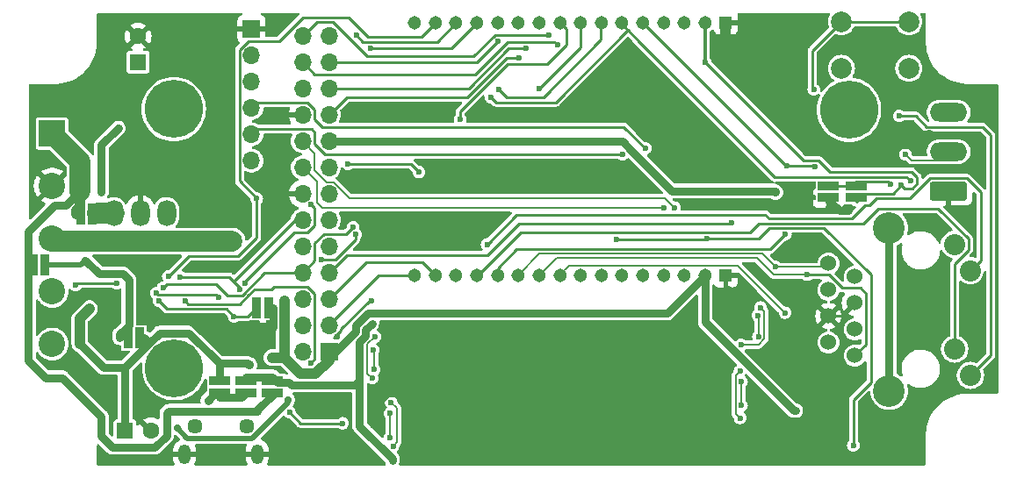
<source format=gbl>
G04 #@! TF.GenerationSoftware,KiCad,Pcbnew,7.0.5-0*
G04 #@! TF.CreationDate,2024-11-09T14:15:42+01:00*
G04 #@! TF.ProjectId,p44mini_lx,7034346d-696e-4695-9f6c-782e6b696361,rev?*
G04 #@! TF.SameCoordinates,Original*
G04 #@! TF.FileFunction,Copper,L2,Bot*
G04 #@! TF.FilePolarity,Positive*
%FSLAX46Y46*%
G04 Gerber Fmt 4.6, Leading zero omitted, Abs format (unit mm)*
G04 Created by KiCad (PCBNEW 7.0.5-0) date 2024-11-09 14:15:42*
%MOMM*%
%LPD*%
G01*
G04 APERTURE LIST*
G04 Aperture macros list*
%AMRoundRect*
0 Rectangle with rounded corners*
0 $1 Rounding radius*
0 $2 $3 $4 $5 $6 $7 $8 $9 X,Y pos of 4 corners*
0 Add a 4 corners polygon primitive as box body*
4,1,4,$2,$3,$4,$5,$6,$7,$8,$9,$2,$3,0*
0 Add four circle primitives for the rounded corners*
1,1,$1+$1,$2,$3*
1,1,$1+$1,$4,$5*
1,1,$1+$1,$6,$7*
1,1,$1+$1,$8,$9*
0 Add four rect primitives between the rounded corners*
20,1,$1+$1,$2,$3,$4,$5,0*
20,1,$1+$1,$4,$5,$6,$7,0*
20,1,$1+$1,$6,$7,$8,$9,0*
20,1,$1+$1,$8,$9,$2,$3,0*%
G04 Aperture macros list end*
G04 #@! TA.AperFunction,ComponentPad*
%ADD10R,1.600000X1.600000*%
G04 #@! TD*
G04 #@! TA.AperFunction,ComponentPad*
%ADD11C,1.600000*%
G04 #@! TD*
G04 #@! TA.AperFunction,ComponentPad*
%ADD12R,1.700000X1.700000*%
G04 #@! TD*
G04 #@! TA.AperFunction,ComponentPad*
%ADD13O,1.700000X1.700000*%
G04 #@! TD*
G04 #@! TA.AperFunction,ComponentPad*
%ADD14C,5.600000*%
G04 #@! TD*
G04 #@! TA.AperFunction,ComponentPad*
%ADD15R,1.305560X1.305560*%
G04 #@! TD*
G04 #@! TA.AperFunction,ComponentPad*
%ADD16C,1.305560*%
G04 #@! TD*
G04 #@! TA.AperFunction,ComponentPad*
%ADD17C,1.524000*%
G04 #@! TD*
G04 #@! TA.AperFunction,ComponentPad*
%ADD18C,2.032000*%
G04 #@! TD*
G04 #@! TA.AperFunction,ComponentPad*
%ADD19C,3.048000*%
G04 #@! TD*
G04 #@! TA.AperFunction,ComponentPad*
%ADD20C,2.000000*%
G04 #@! TD*
G04 #@! TA.AperFunction,ComponentPad*
%ADD21R,2.540000X2.540000*%
G04 #@! TD*
G04 #@! TA.AperFunction,ComponentPad*
%ADD22C,2.540000*%
G04 #@! TD*
G04 #@! TA.AperFunction,ComponentPad*
%ADD23O,1.800000X2.540000*%
G04 #@! TD*
G04 #@! TA.AperFunction,ComponentPad*
%ADD24RoundRect,0.250000X1.550000X-0.650000X1.550000X0.650000X-1.550000X0.650000X-1.550000X-0.650000X0*%
G04 #@! TD*
G04 #@! TA.AperFunction,ComponentPad*
%ADD25O,3.600000X1.800000*%
G04 #@! TD*
G04 #@! TA.AperFunction,ComponentPad*
%ADD26O,1.200000X1.900000*%
G04 #@! TD*
G04 #@! TA.AperFunction,ComponentPad*
%ADD27C,1.450000*%
G04 #@! TD*
G04 #@! TA.AperFunction,SMDPad,CuDef*
%ADD28R,2.000000X0.950000*%
G04 #@! TD*
G04 #@! TA.AperFunction,SMDPad,CuDef*
%ADD29R,0.950000X2.000000*%
G04 #@! TD*
G04 #@! TA.AperFunction,ViaPad*
%ADD30C,0.700000*%
G04 #@! TD*
G04 #@! TA.AperFunction,ViaPad*
%ADD31C,0.600000*%
G04 #@! TD*
G04 #@! TA.AperFunction,ViaPad*
%ADD32C,0.900000*%
G04 #@! TD*
G04 #@! TA.AperFunction,ViaPad*
%ADD33C,2.000000*%
G04 #@! TD*
G04 #@! TA.AperFunction,Conductor*
%ADD34C,0.800000*%
G04 #@! TD*
G04 #@! TA.AperFunction,Conductor*
%ADD35C,0.500000*%
G04 #@! TD*
G04 #@! TA.AperFunction,Conductor*
%ADD36C,1.000000*%
G04 #@! TD*
G04 #@! TA.AperFunction,Conductor*
%ADD37C,0.250000*%
G04 #@! TD*
G04 #@! TA.AperFunction,Conductor*
%ADD38C,2.000000*%
G04 #@! TD*
G04 #@! TA.AperFunction,Conductor*
%ADD39C,0.200000*%
G04 #@! TD*
G04 APERTURE END LIST*
D10*
X70250000Y-81000000D03*
D11*
X72750000Y-81000000D03*
D12*
X82448400Y-42214800D03*
D13*
X82448400Y-44754800D03*
X82448400Y-47294800D03*
X82448400Y-49834800D03*
X82448400Y-52374800D03*
X82448400Y-54914800D03*
D10*
X71500000Y-45411394D03*
D11*
X71500000Y-42911394D03*
D14*
X75000000Y-74950000D03*
X74950000Y-49950000D03*
D15*
X128173480Y-41592500D03*
D16*
X126174500Y-41592500D03*
X124175520Y-41592500D03*
X122174000Y-41592500D03*
X120175020Y-41592500D03*
X118173500Y-41592500D03*
X116174520Y-41592500D03*
X114175540Y-41592500D03*
X112176560Y-41592500D03*
X110177580Y-41592500D03*
X108176060Y-41592500D03*
X106177080Y-41592500D03*
X104175560Y-41592500D03*
X102176580Y-41592500D03*
X100177600Y-41592500D03*
X98176080Y-41592500D03*
D15*
X128173480Y-65989200D03*
D16*
X126174500Y-65989200D03*
X124175520Y-65989200D03*
X122174000Y-65989200D03*
X120175020Y-65989200D03*
X118173500Y-65989200D03*
X116174520Y-65989200D03*
X114175540Y-65989200D03*
X112176560Y-65989200D03*
X110177580Y-65989200D03*
X108176060Y-65989200D03*
X106177080Y-65989200D03*
X104175560Y-65989200D03*
X102176580Y-65989200D03*
X100177600Y-65989200D03*
X98176080Y-65989200D03*
D17*
X140614400Y-73736200D03*
X138074400Y-72466200D03*
X140614400Y-71196200D03*
X138074400Y-69926200D03*
X140614400Y-68656200D03*
X138074400Y-67386200D03*
X140614400Y-66116200D03*
X138074400Y-64846200D03*
D18*
X151765000Y-75641200D03*
X150241000Y-73101200D03*
X151739600Y-65532000D03*
X150215600Y-62992000D03*
D19*
X143916400Y-77165200D03*
X143916400Y-61417200D03*
D12*
X89916000Y-73355200D03*
D13*
X87376000Y-73355200D03*
X89916000Y-70815200D03*
X87376000Y-70815200D03*
X89916000Y-68275200D03*
X87376000Y-68275200D03*
X89916000Y-65735200D03*
X87376000Y-65735200D03*
X89916000Y-63195200D03*
X87376000Y-63195200D03*
X89916000Y-60655200D03*
X87376000Y-60655200D03*
X89916000Y-58115200D03*
X87376000Y-58115200D03*
X89916000Y-55575200D03*
X87376000Y-55575200D03*
X89916000Y-53035200D03*
X87376000Y-53035200D03*
X89916000Y-50495200D03*
X87376000Y-50495200D03*
X89916000Y-47955200D03*
X87376000Y-47955200D03*
X89916000Y-45415200D03*
X87376000Y-45415200D03*
X89916000Y-42875200D03*
X87376000Y-42875200D03*
D20*
X139320200Y-41500000D03*
X145820200Y-41500000D03*
X139320200Y-46000000D03*
X145820200Y-46000000D03*
D14*
X140050000Y-50000000D03*
D21*
X63227500Y-52290000D03*
D22*
X63227500Y-57370000D03*
X63227500Y-62450000D03*
X63227500Y-67530000D03*
X63227500Y-72610000D03*
D23*
X69170000Y-60000000D03*
X71710000Y-60000000D03*
X74250000Y-60000000D03*
D24*
X149656800Y-57861200D03*
D25*
X149656800Y-54051200D03*
X149656800Y-50241200D03*
D26*
X76002000Y-83228700D03*
D27*
X77002000Y-80528700D03*
X82002000Y-80528700D03*
D26*
X83002000Y-83228700D03*
D28*
X79349600Y-76183800D03*
X79349600Y-77333800D03*
D29*
X84090200Y-69088000D03*
X82940200Y-69088000D03*
D28*
X81889600Y-77333800D03*
X81889600Y-76183800D03*
X138074400Y-58487000D03*
X138074400Y-57337000D03*
D29*
X71695000Y-72034400D03*
X70545000Y-72034400D03*
D28*
X140716000Y-58487000D03*
X140716000Y-57337000D03*
D29*
X61401000Y-64973200D03*
X62551000Y-64973200D03*
D28*
X84480400Y-76183800D03*
X84480400Y-77333800D03*
D29*
X67123000Y-60045600D03*
X65973000Y-60045600D03*
D30*
X69748400Y-72021100D03*
X69596000Y-51765200D03*
X75285600Y-80721200D03*
X67970400Y-57912000D03*
X69189600Y-65836800D03*
X85989902Y-77978000D03*
X66446400Y-64516000D03*
D31*
X107392500Y-57575000D03*
X68992500Y-47975000D03*
X65792500Y-47975000D03*
X128192500Y-55975000D03*
X97792500Y-62375000D03*
D32*
X63042800Y-69951600D03*
X71755000Y-67691000D03*
D31*
X70592500Y-54375000D03*
X120192500Y-51175000D03*
D32*
X147740400Y-52480000D03*
D31*
X97792500Y-60775000D03*
X72192500Y-54375000D03*
X100992500Y-60775000D03*
X126592500Y-55975000D03*
X68992500Y-41575000D03*
X128192500Y-54375000D03*
X116992500Y-57575000D03*
X123392500Y-49575000D03*
X104192500Y-57575000D03*
X110592500Y-57575000D03*
X121792500Y-51175000D03*
D32*
X126492000Y-74097000D03*
D31*
X105792500Y-57575000D03*
X152192500Y-70375000D03*
X105792500Y-60775000D03*
X92992500Y-49575000D03*
D32*
X139979400Y-59728300D03*
D31*
X65792500Y-51175000D03*
X118592500Y-49575000D03*
D32*
X94242531Y-80413912D03*
D31*
X102592500Y-62375000D03*
X70592500Y-41575000D03*
D32*
X69392800Y-67818000D03*
D31*
X105792500Y-55975000D03*
X78592500Y-51175000D03*
X144192500Y-81575000D03*
X139392500Y-43175000D03*
X78592500Y-44775000D03*
X144192500Y-43175000D03*
X126592500Y-59175000D03*
X131392500Y-43175000D03*
X139392500Y-75175000D03*
X96192500Y-60775000D03*
X64192500Y-49575000D03*
X145792500Y-81575000D03*
X102592500Y-55975000D03*
X62592500Y-49575000D03*
D32*
X84074000Y-71374000D03*
D31*
X99392500Y-57575000D03*
X121792500Y-52775000D03*
X100992500Y-55975000D03*
X112192500Y-55975000D03*
X116992500Y-55975000D03*
X121792500Y-54375000D03*
X113792500Y-49575000D03*
X99392500Y-62375000D03*
X140992500Y-43175000D03*
X132992500Y-44775000D03*
X91392500Y-81575000D03*
D32*
X133477000Y-67437000D03*
D31*
X78592500Y-52775000D03*
X147392500Y-78375000D03*
X84992500Y-81575000D03*
X124992500Y-54375000D03*
X124992500Y-59175000D03*
X121792500Y-49575000D03*
X116992500Y-49575000D03*
D32*
X126492000Y-80701000D03*
D31*
X148992500Y-76775000D03*
X96192500Y-49575000D03*
X123392500Y-55975000D03*
X102592500Y-57575000D03*
X108992500Y-57575000D03*
X96192500Y-62375000D03*
X112192500Y-57575000D03*
X123392500Y-52775000D03*
X129792500Y-55975000D03*
X139392500Y-76775000D03*
X145792500Y-67175000D03*
X80192500Y-46375000D03*
X80192500Y-41575000D03*
X86592500Y-81575000D03*
X123392500Y-51175000D03*
X72192500Y-52775000D03*
X115392500Y-49575000D03*
X147392500Y-67175000D03*
D32*
X132681500Y-74422000D03*
D31*
X145792500Y-70375000D03*
X113792500Y-55975000D03*
X94592500Y-49575000D03*
X140992500Y-75175000D03*
X126592500Y-52775000D03*
X142592500Y-43175000D03*
X123392500Y-54375000D03*
D32*
X128356851Y-67443500D03*
D31*
X124992500Y-55975000D03*
X113792500Y-57575000D03*
X115392500Y-55975000D03*
X108992500Y-55975000D03*
X136192500Y-68775000D03*
X88192500Y-81575000D03*
X78592500Y-49575000D03*
X124992500Y-51175000D03*
X102592500Y-60775000D03*
X76992500Y-41575000D03*
X126592500Y-54375000D03*
X120192500Y-49575000D03*
X76992500Y-59175000D03*
X94592500Y-62375000D03*
X104192500Y-55975000D03*
X147392500Y-60775000D03*
X107392500Y-55975000D03*
D32*
X144627600Y-83921600D03*
D31*
X78592500Y-41575000D03*
X110592500Y-55975000D03*
X80192500Y-44775000D03*
X148992500Y-70375000D03*
X115392500Y-57575000D03*
X100992500Y-62375000D03*
X104192500Y-60775000D03*
X152192500Y-73575000D03*
X136192500Y-67175000D03*
X148992500Y-67175000D03*
X134592500Y-46375000D03*
X100992500Y-57575000D03*
X136192500Y-63975000D03*
X68992500Y-49575000D03*
X137792500Y-76775000D03*
X70592500Y-47975000D03*
X136192500Y-41575000D03*
X68992500Y-54375000D03*
X120192500Y-57575000D03*
X124992500Y-52775000D03*
X147392500Y-70375000D03*
X152192500Y-71975000D03*
X147392500Y-47975000D03*
X136192500Y-79975000D03*
X137792500Y-79975000D03*
X99392500Y-60775000D03*
X145792500Y-71975000D03*
X65792500Y-49575000D03*
X147392500Y-71975000D03*
X70592500Y-49575000D03*
X145792500Y-43175000D03*
D32*
X66802000Y-69189600D03*
X82245200Y-74660500D03*
X65887600Y-72593200D03*
D31*
X85598000Y-68478400D03*
X134924800Y-79044800D03*
D32*
X84414786Y-73928814D03*
X132943600Y-57962800D03*
D31*
X145491200Y-54305200D03*
D33*
X80568800Y-62687200D03*
D31*
X120396000Y-53721000D03*
X118211600Y-54305200D03*
X144068800Y-57200800D03*
X144881600Y-50596800D03*
X105156000Y-62992000D03*
X136017000Y-65938400D03*
X133876628Y-69595050D03*
X133923700Y-62026800D03*
X132943600Y-65178500D03*
X69443600Y-66751200D03*
X65476331Y-66911427D03*
X126339600Y-62433200D03*
X136652000Y-48056800D03*
X140462000Y-82397600D03*
X117627100Y-62484000D03*
X145084800Y-57302400D03*
X126187200Y-45415200D03*
X73279000Y-67691000D03*
X79298800Y-68122800D03*
X102565200Y-50901600D03*
X73914000Y-67183000D03*
X92252800Y-61315600D03*
X111150400Y-42773100D03*
X128726157Y-60908157D03*
X134070989Y-55432589D03*
X136804400Y-55524400D03*
X105511600Y-48782900D03*
X145999200Y-56879500D03*
X110185200Y-47955200D03*
X108915200Y-44094400D03*
X108204000Y-44958000D03*
X98602800Y-56032400D03*
X91744800Y-55219600D03*
X92476159Y-62041517D03*
X106172000Y-43398100D03*
X89175500Y-64465200D03*
X91236800Y-80264000D03*
X86102577Y-79193777D03*
X93929200Y-44094400D03*
X92557600Y-42824400D03*
X123190000Y-59436000D03*
X122174000Y-59436000D03*
D30*
X78232000Y-78079600D03*
D31*
X80759902Y-69951600D03*
X81854040Y-66766440D03*
X88211827Y-59174704D03*
X73504601Y-68442309D03*
X111925185Y-43723900D03*
X106324400Y-48006000D03*
X75539600Y-66141600D03*
X81280000Y-67335100D03*
X94056200Y-70646800D03*
X96012000Y-83891000D03*
X92862400Y-76149200D03*
X82956400Y-58572400D03*
X74422000Y-66090800D03*
X94047628Y-68454675D03*
X90676957Y-71880957D03*
X131267200Y-69850000D03*
X131316669Y-71894084D03*
X129642643Y-72693757D03*
X131521200Y-69088000D03*
X94081600Y-75895200D03*
X94355620Y-71907597D03*
X94183900Y-73197500D03*
X94284800Y-75082400D03*
X129693100Y-78536800D03*
X129693100Y-76250800D03*
X129540000Y-79756000D03*
X129540000Y-75234800D03*
X96089243Y-82472757D03*
X95910400Y-78232000D03*
X95808594Y-79315272D03*
X95808100Y-81635600D03*
X88138000Y-74481500D03*
X76044649Y-68442167D03*
D34*
X69748400Y-71642800D02*
X70612000Y-70779200D01*
D35*
X69748400Y-72021100D02*
X69761700Y-72034400D01*
X82532700Y-81703700D02*
X76268100Y-81703700D01*
D34*
X70053200Y-65836800D02*
X69189600Y-65836800D01*
D35*
X69761700Y-72034400D02*
X70459600Y-72034400D01*
D34*
X67767200Y-65836800D02*
X66446400Y-64516000D01*
X70612000Y-66395600D02*
X70053200Y-65836800D01*
X67970400Y-57912000D02*
X67970400Y-53390800D01*
D35*
X76268100Y-81703700D02*
X75285600Y-80721200D01*
X85989902Y-77978000D02*
X85989902Y-78246498D01*
X62951000Y-64973200D02*
X65989200Y-64973200D01*
D34*
X69748400Y-72021100D02*
X69748400Y-71642800D01*
X69189600Y-65836800D02*
X67767200Y-65836800D01*
X70612000Y-70779200D02*
X70612000Y-66395600D01*
D35*
X65989200Y-64973200D02*
X66446400Y-64516000D01*
D34*
X67970400Y-53390800D02*
X69596000Y-51765200D01*
D35*
X69812500Y-72085200D02*
X69748400Y-72021100D01*
X85989902Y-78246498D02*
X82532700Y-81703700D01*
D34*
X123204400Y-77332000D02*
X123204400Y-77413400D01*
X129712600Y-83921600D02*
X144627600Y-83921600D01*
X94242531Y-78627076D02*
X95537607Y-77332000D01*
X94242531Y-80413912D02*
X94242531Y-78627076D01*
D36*
X63042800Y-69951600D02*
X64296766Y-69951600D01*
D34*
X144627600Y-83921600D02*
X146558000Y-83921600D01*
D36*
X141710548Y-53289200D02*
X146931200Y-53289200D01*
X66430366Y-67818000D02*
X69392800Y-67818000D01*
D34*
X139979400Y-59728300D02*
X139103300Y-59728300D01*
D37*
X139420600Y-69926200D02*
X140614400Y-68732400D01*
D34*
X84490200Y-69088000D02*
X84490200Y-70957800D01*
D36*
X146931200Y-53289200D02*
X147740400Y-52480000D01*
D34*
X123204400Y-77413400D02*
X126492000Y-80701000D01*
X84074000Y-71374000D02*
X77646541Y-71374000D01*
X139103300Y-59728300D02*
X138049000Y-58674000D01*
X76249541Y-69977000D02*
X73660000Y-69977000D01*
D37*
X138074400Y-69926200D02*
X139420600Y-69926200D01*
D34*
X95537607Y-77332000D02*
X123204400Y-77332000D01*
D36*
X138674600Y-53746400D02*
X141253348Y-53746400D01*
X128173480Y-41592500D02*
X128173480Y-43245280D01*
D34*
X84490200Y-70957800D02*
X84074000Y-71374000D01*
X126492000Y-80701000D02*
X129712600Y-83921600D01*
D36*
X141253348Y-53746400D02*
X141710548Y-53289200D01*
D34*
X77646541Y-71374000D02*
X76249541Y-69977000D01*
D36*
X64296766Y-69951600D02*
X66430366Y-67818000D01*
X128173480Y-43245280D02*
X138674600Y-53746400D01*
D34*
X73660000Y-69977000D02*
X71755000Y-68072000D01*
X71755000Y-68072000D02*
X71755000Y-67691000D01*
X72596237Y-72545437D02*
X73591673Y-71550000D01*
D36*
X66802000Y-69189600D02*
X65887600Y-70104000D01*
D34*
X72095000Y-72044200D02*
X72596237Y-72545437D01*
X70250000Y-74891673D02*
X72596237Y-72545437D01*
X70250000Y-81000000D02*
X70250000Y-74891673D01*
X82075973Y-74491273D02*
X82245200Y-74660500D01*
X79349600Y-75783800D02*
X79349600Y-74491273D01*
D38*
X69170000Y-60000000D02*
X67608000Y-60000000D01*
D34*
X72095000Y-72034400D02*
X72095000Y-72044200D01*
X79349600Y-74491273D02*
X82075973Y-74491273D01*
D38*
X67608000Y-60000000D02*
X67608000Y-59994800D01*
D34*
X79349600Y-74491273D02*
X76408327Y-71550000D01*
X70250000Y-74891673D02*
X68186073Y-74891673D01*
X68186073Y-74891673D02*
X65887600Y-72593200D01*
X76408327Y-71550000D02*
X73591673Y-71550000D01*
D36*
X65887600Y-70104000D02*
X65887600Y-72593200D01*
X85612814Y-73928814D02*
X85612814Y-68493214D01*
D34*
X134721600Y-79044800D02*
X134924800Y-79044800D01*
X90424000Y-73406000D02*
X89763600Y-73406000D01*
D36*
X87165500Y-75481500D02*
X88602500Y-75481500D01*
X88602500Y-75481500D02*
X89916000Y-74168000D01*
D34*
X89916000Y-53035200D02*
X118214393Y-53035200D01*
X122998000Y-57847000D02*
X132827800Y-57847000D01*
X126174500Y-65989200D02*
X122516900Y-69646800D01*
D36*
X85612814Y-73928814D02*
X84414786Y-73928814D01*
D34*
X92455619Y-71374381D02*
X90424000Y-73406000D01*
X126174500Y-70497700D02*
X134721600Y-79044800D01*
X119111600Y-53960600D02*
X122998000Y-57847000D01*
D36*
X85612814Y-73928814D02*
X87165500Y-75481500D01*
X85612814Y-68493214D02*
X85598000Y-68478400D01*
D34*
X119111600Y-53932407D02*
X119111600Y-53960600D01*
X122516900Y-69646800D02*
X93641987Y-69646799D01*
D36*
X89916000Y-74168000D02*
X89916000Y-73406000D01*
D34*
X126174500Y-65989200D02*
X126174500Y-70497700D01*
X93641987Y-69646799D02*
X92455619Y-70833167D01*
X118214393Y-53035200D02*
X119111600Y-53932407D01*
X132827800Y-57847000D02*
X132943600Y-57962800D01*
X92455619Y-70833167D02*
X92455619Y-71374381D01*
D39*
X148894800Y-54864000D02*
X149656800Y-54102000D01*
X145491200Y-54305200D02*
X146050000Y-54864000D01*
X146050000Y-54864000D02*
X148894800Y-54864000D01*
D34*
X143916400Y-77216000D02*
X143865600Y-77266800D01*
X143916400Y-61417200D02*
X143916400Y-77216000D01*
X74472800Y-79095600D02*
X74269600Y-79298800D01*
X74269600Y-79298800D02*
X74269600Y-81460299D01*
X67970400Y-81520400D02*
X67970400Y-79625935D01*
X62585600Y-75864299D02*
X60950000Y-74228699D01*
D36*
X65573000Y-60045600D02*
X65573000Y-59749400D01*
D34*
X69050800Y-82600800D02*
X67970400Y-81520400D01*
X64584000Y-59240000D02*
X65938400Y-57885600D01*
X63482800Y-59240000D02*
X64584000Y-59240000D01*
X67970400Y-79625935D02*
X64208764Y-75864299D01*
X64208764Y-75864299D02*
X62585600Y-75864299D01*
X83037600Y-79095600D02*
X74472800Y-79095600D01*
X83037600Y-78963600D02*
X83037600Y-79095600D01*
X73129099Y-82600800D02*
X69050800Y-82600800D01*
X60950000Y-61772800D02*
X63482800Y-59240000D01*
D36*
X65573000Y-59749400D02*
X65938400Y-59384000D01*
D34*
X74269600Y-81460299D02*
X73129099Y-82600800D01*
D38*
X63227500Y-52290000D02*
X65938400Y-55000900D01*
D36*
X65938400Y-59384000D02*
X65938400Y-57885600D01*
D34*
X60950000Y-74228699D02*
X60950000Y-61772800D01*
X84582000Y-77419200D02*
X83037600Y-78963600D01*
D38*
X65938400Y-55000900D02*
X65938400Y-57885600D01*
X80568800Y-62687200D02*
X63464700Y-62687200D01*
X63464700Y-62687200D02*
X63227500Y-62450000D01*
D37*
X89262200Y-51670200D02*
X88551000Y-50959000D01*
X120396000Y-53721000D02*
X118345200Y-51670200D01*
X88551000Y-50959000D02*
X88551000Y-50008499D01*
X87862701Y-49320200D02*
X82963000Y-49320200D01*
X88551000Y-50008499D02*
X87862701Y-49320200D01*
X118345200Y-51670200D02*
X89262200Y-51670200D01*
X82963000Y-49320200D02*
X82448400Y-49834800D01*
X82963000Y-51860200D02*
X88233000Y-51860200D01*
X89524299Y-54305200D02*
X118211600Y-54305200D01*
X88233000Y-51860200D02*
X88551000Y-52178200D01*
X88551000Y-52178200D02*
X88551000Y-53331901D01*
X88551000Y-53331901D02*
X89524299Y-54305200D01*
X82448400Y-52374800D02*
X82963000Y-51860200D01*
X143805000Y-56937000D02*
X144068800Y-57200800D01*
X140299800Y-57353200D02*
X138074400Y-57353200D01*
X140716000Y-56937000D02*
X143805000Y-56937000D01*
X140716000Y-56937000D02*
X140299800Y-57353200D01*
X153720800Y-52476400D02*
X152899400Y-51655000D01*
X147531800Y-51655000D02*
X146473600Y-50596800D01*
X152899400Y-51655000D02*
X147531800Y-51655000D01*
X146473600Y-50596800D02*
X144881600Y-50596800D01*
X153720800Y-73685400D02*
X153720800Y-52476400D01*
X151765000Y-75641200D02*
X153720800Y-73685400D01*
X131345828Y-60960000D02*
X130497628Y-61808200D01*
X151556600Y-63547461D02*
X151556600Y-62436539D01*
X148657661Y-59537600D02*
X142849600Y-59537600D01*
X141427200Y-60960000D02*
X131345828Y-60960000D01*
X150241000Y-73101200D02*
X150241000Y-64863061D01*
X151556600Y-62436539D02*
X148657661Y-59537600D01*
X142849600Y-59537600D02*
X141427200Y-60960000D01*
X150241000Y-64863061D02*
X151556600Y-63547461D01*
X130497628Y-61808200D02*
X108422600Y-61808200D01*
X108422600Y-61808200D02*
X104241600Y-65989200D01*
X152755599Y-57946826D02*
X152755599Y-64516001D01*
X132334000Y-60502800D02*
X140309600Y-60502800D01*
X142675600Y-58572400D02*
X145932427Y-58572400D01*
X105156000Y-62992000D02*
X108000800Y-60147200D01*
X151444973Y-56636200D02*
X152755599Y-57946826D01*
X108000800Y-60147200D02*
X131978400Y-60147200D01*
X145932427Y-58572400D02*
X147868627Y-56636200D01*
X147868627Y-56636200D02*
X151444973Y-56636200D01*
X140309600Y-60502800D02*
X141565400Y-59247000D01*
X152755599Y-64516001D02*
X151739600Y-65532000D01*
X142001000Y-59247000D02*
X142675600Y-58572400D01*
X131978400Y-60147200D02*
X132334000Y-60502800D01*
X141565400Y-59247000D02*
X142001000Y-59247000D01*
D39*
X132791200Y-65938400D02*
X131159200Y-64306400D01*
D37*
X141701400Y-67736599D02*
X141701400Y-72649200D01*
X141168001Y-67203200D02*
X141701400Y-67736599D01*
D39*
X136017000Y-65938400D02*
X132791200Y-65938400D01*
D37*
X136017000Y-65938400D02*
X138163851Y-65938400D01*
D39*
X111860380Y-64306400D02*
X110177580Y-65989200D01*
D37*
X138163851Y-65938400D02*
X139428651Y-67203200D01*
D39*
X131159200Y-64306400D02*
X111860380Y-64306400D01*
D37*
X141701400Y-72649200D02*
X140614400Y-73736200D01*
X139428651Y-67203200D02*
X141168001Y-67203200D01*
D39*
X133876628Y-69595050D02*
X129317998Y-65036420D01*
X129317998Y-65036420D02*
X113068380Y-65036420D01*
X113068380Y-65036420D02*
X112166400Y-65938400D01*
D37*
X106222800Y-65278000D02*
X106222800Y-65887600D01*
X133923700Y-62026800D02*
X132469100Y-63481400D01*
X132469100Y-63481400D02*
X108019400Y-63481400D01*
X108019400Y-63481400D02*
X106222800Y-65278000D01*
D39*
X132943600Y-65178500D02*
X137767500Y-65178500D01*
X137767500Y-65178500D02*
X138074400Y-64871600D01*
X132943600Y-65178500D02*
X131671500Y-63906400D01*
X131671500Y-63906400D02*
X110185200Y-63906400D01*
X110185200Y-63906400D02*
X108204000Y-65887600D01*
D37*
X65636558Y-66751200D02*
X65476331Y-66911427D01*
X69443600Y-66751200D02*
X65636558Y-66751200D01*
X126288800Y-62484000D02*
X126339600Y-62433200D01*
X136499600Y-47904400D02*
X136499600Y-44297600D01*
X142151400Y-76315319D02*
X140462000Y-78004719D01*
X137601800Y-61401800D02*
X142151400Y-65951400D01*
X140462000Y-78004719D02*
X140462000Y-82397600D01*
X117627100Y-62484000D02*
X126288800Y-62484000D01*
X132349400Y-61401800D02*
X137601800Y-61401800D01*
X136499600Y-44297600D02*
X139297200Y-41500000D01*
X136652000Y-48056800D02*
X136499600Y-47904400D01*
X131318000Y-62433200D02*
X132349400Y-61401800D01*
X142151400Y-65951400D02*
X142151400Y-76315319D01*
X126339600Y-62433200D02*
X131318000Y-62433200D01*
X139297200Y-41500000D02*
X145820200Y-41500000D01*
X138231684Y-55997000D02*
X137149484Y-54914800D01*
X126136400Y-45364400D02*
X126136400Y-41554400D01*
X146624200Y-57138384D02*
X146624200Y-56520400D01*
X126187200Y-41757600D02*
X126238000Y-41706800D01*
X146624200Y-56520400D02*
X146100800Y-55997000D01*
X145084800Y-57302400D02*
X145389600Y-57607200D01*
X146155384Y-57607200D02*
X146624200Y-57138384D01*
X140716000Y-58887000D02*
X141487800Y-58115200D01*
X135686800Y-54914800D02*
X126136400Y-45364400D01*
X141487800Y-58115200D02*
X144272000Y-58115200D01*
X145389600Y-57607200D02*
X146155384Y-57607200D01*
X137149484Y-54914800D02*
X135686800Y-54914800D01*
X126187200Y-45415200D02*
X126187200Y-41757600D01*
X146100800Y-55997000D02*
X138231684Y-55997000D01*
X144272000Y-58115200D02*
X145084800Y-57302400D01*
X73406000Y-67818000D02*
X78994000Y-67818000D01*
X73279000Y-67691000D02*
X73406000Y-67818000D01*
X78994000Y-67818000D02*
X79298800Y-68122800D01*
X92252800Y-61315600D02*
X91592400Y-61976000D01*
X102565200Y-50153400D02*
X102565200Y-50901600D01*
X91592400Y-61976000D02*
X89473499Y-61976000D01*
X89473499Y-61976000D02*
X88551000Y-62898499D01*
X107135600Y-45583000D02*
X102565200Y-50153400D01*
X88551000Y-62898499D02*
X88551000Y-64560200D01*
X81527488Y-67919600D02*
X83711888Y-65735200D01*
X112829340Y-43736260D02*
X110982600Y-45583000D01*
X73914000Y-67183000D02*
X74295000Y-66802000D01*
X80111600Y-67919600D02*
X81527488Y-67919600D01*
X112176560Y-41592500D02*
X112829340Y-42245280D01*
X88551000Y-64560200D02*
X87376000Y-65735200D01*
X112829340Y-42245280D02*
X112829340Y-43736260D01*
X74295000Y-66802000D02*
X78994000Y-66802000D01*
X110982600Y-45583000D02*
X107135600Y-45583000D01*
X78994000Y-66802000D02*
X80111600Y-67919600D01*
X83711888Y-65735200D02*
X87376000Y-65735200D01*
X88747600Y-41554400D02*
X87325200Y-42976800D01*
X111150400Y-42773100D02*
X105913116Y-42773100D01*
X93558901Y-44856400D02*
X90256901Y-41554400D01*
X105913116Y-42773100D02*
X103829816Y-44856400D01*
X90256901Y-41554400D02*
X88747600Y-41554400D01*
X103829816Y-44856400D02*
X93558901Y-44856400D01*
X105156000Y-64008000D02*
X91643200Y-64008000D01*
X128674314Y-60960000D02*
X108204000Y-60960000D01*
X91643200Y-64008000D02*
X89916000Y-65735200D01*
X136804400Y-55524400D02*
X136652000Y-55372000D01*
X133954520Y-55372000D02*
X120175020Y-41592500D01*
X108204000Y-60960000D02*
X105156000Y-64008000D01*
X128726157Y-60908157D02*
X128674314Y-60960000D01*
X136652000Y-55372000D02*
X133954520Y-55372000D01*
X140527004Y-56489600D02*
X132892800Y-56489600D01*
X145606700Y-56487000D02*
X140529604Y-56487000D01*
X119938800Y-43535600D02*
X118110000Y-41706800D01*
X111760000Y-49276000D02*
X118719600Y-42316400D01*
X132892800Y-56489600D02*
X119938800Y-43535600D01*
X118719600Y-42316400D02*
X119938800Y-43535600D01*
X105511600Y-48782900D02*
X106004700Y-49276000D01*
X106004700Y-49276000D02*
X111760000Y-49276000D01*
X145999200Y-56879500D02*
X145606700Y-56487000D01*
X140529604Y-56487000D02*
X140527004Y-56489600D01*
X114147600Y-43992800D02*
X114147600Y-41605200D01*
X110185200Y-47955200D02*
X114147600Y-43992800D01*
X103378000Y-47955200D02*
X89916000Y-47955200D01*
X108915200Y-44094400D02*
X107238800Y-44094400D01*
X107238800Y-44094400D02*
X103378000Y-47955200D01*
X91643200Y-48768000D02*
X103276400Y-48768000D01*
X103276400Y-48768000D02*
X107086400Y-44958000D01*
X107086400Y-44958000D02*
X108204000Y-44958000D01*
X89916000Y-50495200D02*
X91643200Y-48768000D01*
X91236800Y-80264000D02*
X87172800Y-80264000D01*
X92476159Y-62538645D02*
X92476159Y-62041517D01*
X90549604Y-64465200D02*
X92476159Y-62538645D01*
X104154900Y-45415200D02*
X106172000Y-43398100D01*
X97790000Y-55219600D02*
X98602800Y-56032400D01*
X89916000Y-45415200D02*
X104154900Y-45415200D01*
X89175500Y-64465200D02*
X90549604Y-64465200D01*
X87172800Y-80264000D02*
X86102577Y-79193777D01*
X91744800Y-55219600D02*
X97790000Y-55219600D01*
X93929200Y-44094400D02*
X101701600Y-44094400D01*
X101701600Y-44094400D02*
X104190800Y-41605200D01*
X93167200Y-43434000D02*
X92557600Y-42824400D01*
X100335080Y-43434000D02*
X93167200Y-43434000D01*
X102176580Y-41592500D02*
X100335080Y-43434000D01*
D39*
X123190000Y-59436000D02*
X122301000Y-58547000D01*
X88526000Y-55811546D02*
X88526000Y-54185200D01*
X90375778Y-57005200D02*
X89719654Y-57005200D01*
X88526000Y-54185200D02*
X87376000Y-53035200D01*
X89719654Y-57005200D02*
X88526000Y-55811546D01*
X91917578Y-58547000D02*
X90375778Y-57005200D01*
X122301000Y-58547000D02*
X91917578Y-58547000D01*
X89255600Y-59436000D02*
X122174000Y-59436000D01*
X87376000Y-55575200D02*
X88766000Y-56965200D01*
X88766000Y-58946400D02*
X89255600Y-59436000D01*
X88766000Y-56965200D02*
X88766000Y-58946400D01*
D37*
X98907600Y-64719200D02*
X100177600Y-65989200D01*
X89916000Y-68275200D02*
X93472000Y-64719200D01*
X93472000Y-64719200D02*
X98907600Y-64719200D01*
X98176080Y-65989200D02*
X94691200Y-65989200D01*
X94691200Y-65989200D02*
X89916000Y-70764400D01*
D34*
X78892400Y-77419200D02*
X78994000Y-77419200D01*
X81473400Y-77733800D02*
X81788000Y-77419200D01*
X79349600Y-77733800D02*
X81473400Y-77733800D01*
X78232000Y-78079600D02*
X78892400Y-77419200D01*
D37*
X88551000Y-59513877D02*
X88211827Y-59174704D01*
X81854040Y-66766440D02*
X81854040Y-66554862D01*
X86578702Y-61830200D02*
X87862701Y-61830200D01*
X80759902Y-69951600D02*
X82092800Y-69951600D01*
X111925185Y-43723900D02*
X111635285Y-43434000D01*
X82092800Y-69951600D02*
X83007200Y-69037200D01*
X74277292Y-69215000D02*
X73504601Y-68442309D01*
X80759902Y-69951600D02*
X80023302Y-69215000D01*
X81854040Y-66554862D02*
X86578702Y-61830200D01*
X87862701Y-61830200D02*
X88551000Y-61141901D01*
X103981000Y-46590200D02*
X88551000Y-46590200D01*
X80023302Y-69215000D02*
X74277292Y-69215000D01*
X107137200Y-43434000D02*
X103981000Y-46590200D01*
X88551000Y-61141901D02*
X88551000Y-59513877D01*
X88551000Y-46590200D02*
X87376000Y-45415200D01*
X111635285Y-43434000D02*
X107137200Y-43434000D01*
X106324400Y-48006000D02*
X107086400Y-48768000D01*
X81280000Y-67142442D02*
X81280000Y-67335100D01*
X107086400Y-48768000D02*
X110591600Y-48768000D01*
X110591600Y-48768000D02*
X116128800Y-43230800D01*
X87376000Y-60655200D02*
X86664800Y-60655200D01*
X75539600Y-66141600D02*
X80279159Y-66141600D01*
X80728779Y-66591221D02*
X81280000Y-67142442D01*
X86664800Y-60655200D02*
X80728779Y-66591221D01*
X80279159Y-66141600D02*
X80728779Y-66591221D01*
X116128800Y-43230800D02*
X116128800Y-41554400D01*
D34*
X92862400Y-76149200D02*
X92862400Y-72410867D01*
X92862400Y-72410867D02*
X93455620Y-71817647D01*
X84995400Y-76298800D02*
X86040400Y-76298800D01*
X86322600Y-76581000D02*
X92430600Y-76581000D01*
X96012000Y-83667600D02*
X92862400Y-80518000D01*
X93455620Y-71817647D02*
X93455620Y-71247380D01*
X86040400Y-76298800D02*
X86322600Y-76581000D01*
X93455620Y-71247380D02*
X94056200Y-70646800D01*
X81889600Y-75783800D02*
X84165800Y-75783800D01*
X84480400Y-75783800D02*
X84995400Y-76298800D01*
X96012000Y-83891000D02*
X96012000Y-83667600D01*
X84165800Y-75783800D02*
X84531200Y-76149200D01*
X92430600Y-76581000D02*
X92862400Y-76149200D01*
X92862400Y-80518000D02*
X92862400Y-76149200D01*
D37*
X76400600Y-64112200D02*
X81159055Y-64112200D01*
X82956400Y-62314855D02*
X82956400Y-58572400D01*
X81159055Y-64112200D02*
X82956400Y-62314855D01*
X74422000Y-66090800D02*
X76400600Y-64112200D01*
X98856800Y-42926000D02*
X100177600Y-41605200D01*
X93675200Y-42926000D02*
X98856800Y-42926000D01*
X82151699Y-43389800D02*
X85083400Y-43389800D01*
X91853600Y-41104400D02*
X93675200Y-42926000D01*
X81273400Y-56889400D02*
X81273400Y-44268099D01*
X85083400Y-43389800D02*
X87368800Y-41104400D01*
X87368800Y-41104400D02*
X91853600Y-41104400D01*
X81273400Y-44268099D02*
X82151699Y-43389800D01*
X82956400Y-58572400D02*
X81273400Y-56889400D01*
X91091000Y-71301901D02*
X90530950Y-71861950D01*
X94047628Y-68454675D02*
X93808807Y-68454675D01*
X90530950Y-71861950D02*
X90549957Y-71880957D01*
X93808807Y-68454675D02*
X91091000Y-71172482D01*
X90530950Y-71861950D02*
X90402701Y-71990200D01*
X90549957Y-71880957D02*
X90676957Y-71880957D01*
X91091000Y-71172482D02*
X91091000Y-71301901D01*
D39*
X131316669Y-71894084D02*
X131316669Y-69899469D01*
X131316669Y-69899469D02*
X131267200Y-69850000D01*
X131876800Y-69443600D02*
X131521200Y-69088000D01*
X129642643Y-72693757D02*
X131308956Y-72693757D01*
X131308956Y-72693757D02*
X131876800Y-72125913D01*
X131876800Y-72125913D02*
X131876800Y-69443600D01*
X94081600Y-75895200D02*
X93624400Y-75438000D01*
X93624400Y-75438000D02*
X93624400Y-72638817D01*
X93624400Y-72638817D02*
X94355620Y-71907597D01*
X94284800Y-75082400D02*
X94284800Y-73298400D01*
X94284800Y-73298400D02*
X94183900Y-73197500D01*
X129693100Y-78536800D02*
X129693100Y-76250800D01*
X129133600Y-79349600D02*
X129540000Y-79756000D01*
X129540000Y-75234800D02*
X129133600Y-75641200D01*
X129133600Y-75641200D02*
X129133600Y-79349600D01*
X96469200Y-78790800D02*
X95910400Y-78232000D01*
X96089243Y-82472757D02*
X96469200Y-82092800D01*
X96469200Y-82092800D02*
X96469200Y-78790800D01*
X95808100Y-81635600D02*
X95808100Y-79315766D01*
X95808100Y-79315766D02*
X95808594Y-79315272D01*
D37*
X76044649Y-68442167D02*
X76350282Y-68747800D01*
X87862701Y-67100200D02*
X84588600Y-67100200D01*
X88551000Y-74068500D02*
X88138000Y-74481500D01*
X88551000Y-71111901D02*
X88551000Y-67788499D01*
X84588600Y-67100200D02*
X84328000Y-67360800D01*
X88551000Y-71111901D02*
X88551000Y-74068500D01*
X82722684Y-67360800D02*
X84328000Y-67360800D01*
X76350282Y-68747800D02*
X81315400Y-68747800D01*
X88551000Y-67788499D02*
X87862701Y-67100200D01*
X82179000Y-67884200D02*
X82199284Y-67884200D01*
X81315400Y-68747800D02*
X82179000Y-67884200D01*
X82199284Y-67884200D02*
X82722684Y-67360800D01*
G04 #@! TA.AperFunction,Conductor*
G36*
X75172599Y-81388245D02*
G01*
X75184885Y-81399010D01*
X75500406Y-81714531D01*
X75533891Y-81775854D01*
X75528907Y-81845546D01*
X75487035Y-81901479D01*
X75464242Y-81915004D01*
X75449493Y-81921740D01*
X75449492Y-81921740D01*
X75278380Y-82043589D01*
X75278374Y-82043595D01*
X75133407Y-82195632D01*
X75019833Y-82372357D01*
X74941755Y-82567385D01*
X74902000Y-82773662D01*
X74902000Y-82978700D01*
X75702000Y-82978700D01*
X75702000Y-83478700D01*
X74902000Y-83478700D01*
X74902000Y-83631098D01*
X74916965Y-83787822D01*
X74916966Y-83787826D01*
X74976149Y-83989386D01*
X75057497Y-84147180D01*
X75070719Y-84215787D01*
X75044751Y-84280652D01*
X74987837Y-84321180D01*
X74947281Y-84328000D01*
X67674500Y-84328000D01*
X67607461Y-84308315D01*
X67561706Y-84255511D01*
X67550500Y-84204000D01*
X67550500Y-82390519D01*
X67570185Y-82323480D01*
X67622989Y-82277725D01*
X67692147Y-82267781D01*
X67755703Y-82296806D01*
X67762181Y-82302838D01*
X68539199Y-83079856D01*
X68541735Y-83082550D01*
X68582871Y-83128983D01*
X68614231Y-83150629D01*
X68633910Y-83164213D01*
X68636927Y-83166433D01*
X68685738Y-83204674D01*
X68685743Y-83204677D01*
X68694974Y-83208831D01*
X68714527Y-83219859D01*
X68722870Y-83225618D01*
X68780844Y-83247604D01*
X68780857Y-83247609D01*
X68784308Y-83249038D01*
X68813893Y-83262353D01*
X68840863Y-83274492D01*
X68840864Y-83274492D01*
X68840868Y-83274494D01*
X68850830Y-83276319D01*
X68872451Y-83282346D01*
X68872467Y-83282352D01*
X68881928Y-83285940D01*
X68898671Y-83287973D01*
X68943489Y-83293415D01*
X68947186Y-83293977D01*
X69008194Y-83305157D01*
X69008195Y-83305156D01*
X69008196Y-83305157D01*
X69070093Y-83301413D01*
X69073837Y-83301300D01*
X73106051Y-83301300D01*
X73109796Y-83301413D01*
X73117141Y-83301857D01*
X73171705Y-83305158D01*
X73209413Y-83298247D01*
X73232720Y-83293977D01*
X73236424Y-83293413D01*
X73254269Y-83291246D01*
X73297971Y-83285940D01*
X73307434Y-83282350D01*
X73329060Y-83276322D01*
X73329992Y-83276151D01*
X73339031Y-83274495D01*
X73395611Y-83249029D01*
X73399041Y-83247609D01*
X73457029Y-83225618D01*
X73465365Y-83219862D01*
X73484920Y-83208834D01*
X73494156Y-83204678D01*
X73542995Y-83166413D01*
X73545975Y-83164221D01*
X73597028Y-83128983D01*
X73638164Y-83082548D01*
X73640698Y-83079856D01*
X74748656Y-81971898D01*
X74751348Y-81969364D01*
X74797783Y-81928228D01*
X74833021Y-81877175D01*
X74835213Y-81874195D01*
X74873478Y-81825356D01*
X74877634Y-81816120D01*
X74888662Y-81796565D01*
X74894418Y-81788229D01*
X74916409Y-81730241D01*
X74917829Y-81726811D01*
X74943295Y-81670231D01*
X74945121Y-81660260D01*
X74951152Y-81638630D01*
X74952302Y-81635600D01*
X74954740Y-81629171D01*
X74962213Y-81567624D01*
X74962777Y-81563920D01*
X74970576Y-81521358D01*
X74973958Y-81502905D01*
X74973430Y-81494179D01*
X74989030Y-81426074D01*
X75038975Y-81377213D01*
X75107406Y-81363111D01*
X75172599Y-81388245D01*
G37*
G04 #@! TD.AperFunction*
G04 #@! TA.AperFunction,Conductor*
G36*
X81950966Y-82273885D02*
G01*
X81996721Y-82326689D01*
X82006665Y-82395847D01*
X81999044Y-82424287D01*
X81941757Y-82567380D01*
X81941755Y-82567385D01*
X81902000Y-82773662D01*
X81902000Y-82978700D01*
X82702000Y-82978700D01*
X82702000Y-83478700D01*
X81902000Y-83478700D01*
X81902000Y-83631098D01*
X81916965Y-83787822D01*
X81916966Y-83787826D01*
X81976149Y-83989386D01*
X82057497Y-84147180D01*
X82070719Y-84215787D01*
X82044751Y-84280652D01*
X81987837Y-84321180D01*
X81947281Y-84328000D01*
X77055116Y-84328000D01*
X76988077Y-84308315D01*
X76942322Y-84255511D01*
X76932378Y-84186353D01*
X76950801Y-84136960D01*
X76984165Y-84085043D01*
X77062244Y-83890014D01*
X77102000Y-83683737D01*
X77102000Y-83478700D01*
X76302000Y-83478700D01*
X76302000Y-82978700D01*
X77102000Y-82978700D01*
X77102000Y-82826301D01*
X77087034Y-82669577D01*
X77087033Y-82669573D01*
X77027850Y-82468011D01*
X77010842Y-82435021D01*
X76997618Y-82366414D01*
X77023586Y-82301549D01*
X77080500Y-82261020D01*
X77121057Y-82254200D01*
X81883927Y-82254200D01*
X81950966Y-82273885D01*
G37*
G04 #@! TD.AperFunction*
G04 #@! TA.AperFunction,Conductor*
G36*
X92104939Y-77301185D02*
G01*
X92150694Y-77353989D01*
X92161900Y-77405500D01*
X92161900Y-80494951D01*
X92161787Y-80498696D01*
X92160246Y-80524179D01*
X92158042Y-80560606D01*
X92165261Y-80600000D01*
X92169221Y-80621612D01*
X92169784Y-80625313D01*
X92177259Y-80686870D01*
X92177260Y-80686874D01*
X92180851Y-80696343D01*
X92186874Y-80717946D01*
X92188704Y-80727930D01*
X92214159Y-80784490D01*
X92215589Y-80787941D01*
X92237582Y-80845930D01*
X92242226Y-80852657D01*
X92243336Y-80854266D01*
X92254361Y-80873813D01*
X92258520Y-80883055D01*
X92258524Y-80883060D01*
X92265795Y-80892340D01*
X92281446Y-80912318D01*
X92296771Y-80931878D01*
X92298991Y-80934896D01*
X92334212Y-80985924D01*
X92334216Y-80985928D01*
X92334217Y-80985929D01*
X92380650Y-81027064D01*
X92383341Y-81029598D01*
X93908103Y-82554360D01*
X95284612Y-83930869D01*
X95318097Y-83992192D01*
X95320027Y-84003602D01*
X95326860Y-84059873D01*
X95364844Y-84160030D01*
X95370211Y-84229693D01*
X95337063Y-84291199D01*
X95275925Y-84325020D01*
X95248902Y-84328000D01*
X84055116Y-84328000D01*
X83988077Y-84308315D01*
X83942322Y-84255511D01*
X83932378Y-84186353D01*
X83950801Y-84136960D01*
X83984165Y-84085043D01*
X84062244Y-83890014D01*
X84102000Y-83683737D01*
X84102000Y-83478700D01*
X83302000Y-83478700D01*
X83302000Y-82978700D01*
X84102000Y-82978700D01*
X84102000Y-82826301D01*
X84087034Y-82669577D01*
X84087033Y-82669573D01*
X84027850Y-82468013D01*
X83931586Y-82281285D01*
X83801731Y-82116162D01*
X83801728Y-82116159D01*
X83642969Y-81978594D01*
X83642958Y-81978585D01*
X83461039Y-81873555D01*
X83461032Y-81873552D01*
X83410756Y-81856151D01*
X83353842Y-81815622D01*
X83327874Y-81750757D01*
X83341098Y-81682150D01*
X83363626Y-81651297D01*
X85452126Y-79562797D01*
X85513447Y-79529314D01*
X85583139Y-79534298D01*
X85638181Y-79574994D01*
X85671267Y-79618114D01*
X85674295Y-79622059D01*
X85799736Y-79718313D01*
X85945815Y-79778821D01*
X86065375Y-79794561D01*
X86129272Y-79822827D01*
X86136871Y-79829819D01*
X86824272Y-80517220D01*
X86919580Y-80612528D01*
X86941099Y-80623492D01*
X86957678Y-80633651D01*
X86977219Y-80647849D01*
X87000181Y-80655309D01*
X87018154Y-80662753D01*
X87039674Y-80673719D01*
X87063524Y-80677495D01*
X87082445Y-80682039D01*
X87104289Y-80689136D01*
X87105407Y-80689500D01*
X87139312Y-80689500D01*
X90762799Y-80689500D01*
X90829838Y-80709185D01*
X90838285Y-80715124D01*
X90933957Y-80788535D01*
X90933958Y-80788535D01*
X90933959Y-80788536D01*
X91080038Y-80849044D01*
X91158419Y-80859363D01*
X91236799Y-80869682D01*
X91236800Y-80869682D01*
X91236801Y-80869682D01*
X91289053Y-80862802D01*
X91393562Y-80849044D01*
X91539641Y-80788536D01*
X91665082Y-80692282D01*
X91761336Y-80566841D01*
X91821844Y-80420762D01*
X91835746Y-80315162D01*
X91842482Y-80264001D01*
X91842482Y-80263998D01*
X91822386Y-80111358D01*
X91821844Y-80107238D01*
X91761336Y-79961159D01*
X91665082Y-79835718D01*
X91539641Y-79739464D01*
X91534689Y-79737413D01*
X91393562Y-79678956D01*
X91393560Y-79678955D01*
X91236801Y-79658318D01*
X91236799Y-79658318D01*
X91080039Y-79678955D01*
X91080037Y-79678956D01*
X90933957Y-79739464D01*
X90838285Y-79812876D01*
X90773115Y-79838070D01*
X90762799Y-79838500D01*
X87400410Y-79838500D01*
X87333371Y-79818815D01*
X87312729Y-79802181D01*
X86738619Y-79228071D01*
X86705134Y-79166748D01*
X86703361Y-79156575D01*
X86702639Y-79151094D01*
X86687621Y-79037015D01*
X86627113Y-78890936D01*
X86530859Y-78765495D01*
X86530857Y-78765493D01*
X86530856Y-78765492D01*
X86474656Y-78722368D01*
X86433453Y-78665940D01*
X86429299Y-78596194D01*
X86451339Y-78549069D01*
X86474263Y-78518840D01*
X86480845Y-78502146D01*
X86490246Y-78483217D01*
X86499574Y-78467880D01*
X86511521Y-78425237D01*
X86513534Y-78419251D01*
X86529778Y-78378062D01*
X86530689Y-78369206D01*
X86531009Y-78366090D01*
X86552308Y-78308329D01*
X86570122Y-78282523D01*
X86626139Y-78134818D01*
X86645180Y-77978000D01*
X86636938Y-77910116D01*
X86626139Y-77821181D01*
X86596554Y-77743173D01*
X86570122Y-77673477D01*
X86480385Y-77543470D01*
X86460783Y-77526104D01*
X86429416Y-77498315D01*
X86392289Y-77439126D01*
X86393057Y-77369261D01*
X86431474Y-77310901D01*
X86495345Y-77282576D01*
X86511643Y-77281500D01*
X92037900Y-77281500D01*
X92104939Y-77301185D01*
G37*
G04 #@! TD.AperFunction*
G04 #@! TA.AperFunction,Conductor*
G36*
X138163599Y-40659685D02*
G01*
X138209354Y-40712489D01*
X138219298Y-40781647D01*
X138198135Y-40835123D01*
X138189632Y-40847265D01*
X138189631Y-40847267D01*
X138093461Y-41053502D01*
X138093458Y-41053511D01*
X138034566Y-41273302D01*
X138034564Y-41273313D01*
X138014732Y-41499998D01*
X138014732Y-41500001D01*
X138034564Y-41726686D01*
X138034566Y-41726697D01*
X138093458Y-41946488D01*
X138093463Y-41946502D01*
X138106216Y-41973850D01*
X138116708Y-42042927D01*
X138088188Y-42106711D01*
X138081515Y-42113935D01*
X136228939Y-43966512D01*
X136151072Y-44044378D01*
X136140110Y-44065893D01*
X136129946Y-44082478D01*
X136115752Y-44102014D01*
X136115751Y-44102017D01*
X136108288Y-44124985D01*
X136100843Y-44142958D01*
X136089880Y-44164473D01*
X136086103Y-44188322D01*
X136081562Y-44207239D01*
X136074100Y-44230204D01*
X136074100Y-47858125D01*
X136067415Y-47891745D01*
X136069060Y-47892186D01*
X136066955Y-47900039D01*
X136046318Y-48056798D01*
X136046318Y-48056801D01*
X136066955Y-48213560D01*
X136066956Y-48213562D01*
X136127464Y-48359641D01*
X136223718Y-48485082D01*
X136349159Y-48581336D01*
X136495238Y-48641844D01*
X136573619Y-48652163D01*
X136651999Y-48662482D01*
X136652000Y-48662482D01*
X136652001Y-48662482D01*
X136708672Y-48655021D01*
X136808762Y-48641844D01*
X136954841Y-48581336D01*
X137067999Y-48494506D01*
X137133165Y-48469313D01*
X137201610Y-48483351D01*
X137251600Y-48532164D01*
X137267264Y-48600256D01*
X137253078Y-48649212D01*
X137253654Y-48649490D01*
X137252144Y-48652624D01*
X137171613Y-48847045D01*
X137139589Y-48924359D01*
X137118878Y-48974359D01*
X137022474Y-49308982D01*
X137022472Y-49308990D01*
X136964142Y-49652299D01*
X136964140Y-49652311D01*
X136944615Y-50000000D01*
X136964140Y-50347688D01*
X136964142Y-50347700D01*
X137022472Y-50691009D01*
X137022474Y-50691017D01*
X137040493Y-50753562D01*
X137118879Y-51025644D01*
X137206092Y-51236194D01*
X137230660Y-51295508D01*
X137252145Y-51347376D01*
X137420595Y-51652164D01*
X137622112Y-51936176D01*
X137854161Y-52195839D01*
X138113824Y-52427888D01*
X138397836Y-52629405D01*
X138702624Y-52797855D01*
X139024356Y-52931121D01*
X139358987Y-53027527D01*
X139702307Y-53085859D01*
X140050000Y-53105385D01*
X140397693Y-53085859D01*
X140741013Y-53027527D01*
X141075644Y-52931121D01*
X141397376Y-52797855D01*
X141702164Y-52629405D01*
X141986176Y-52427888D01*
X142245839Y-52195839D01*
X142477888Y-51936176D01*
X142679405Y-51652164D01*
X142847855Y-51347376D01*
X142981121Y-51025644D01*
X143077527Y-50691013D01*
X143135859Y-50347693D01*
X143155385Y-50000000D01*
X143135859Y-49652307D01*
X143077527Y-49308987D01*
X142981121Y-48974356D01*
X142847855Y-48652624D01*
X142679405Y-48347836D01*
X142477888Y-48063824D01*
X142245839Y-47804161D01*
X141986176Y-47572112D01*
X141702164Y-47370595D01*
X141397376Y-47202145D01*
X141075644Y-47068879D01*
X140854687Y-47005222D01*
X140741017Y-46972474D01*
X140741009Y-46972472D01*
X140474764Y-46927235D01*
X140411969Y-46896599D01*
X140375706Y-46836877D01*
X140377487Y-46767030D01*
X140393958Y-46733867D01*
X140450768Y-46652734D01*
X140546939Y-46446496D01*
X140605835Y-46226692D01*
X140625668Y-46000001D01*
X144514732Y-46000001D01*
X144534564Y-46226686D01*
X144534566Y-46226697D01*
X144593458Y-46446488D01*
X144593461Y-46446497D01*
X144689631Y-46652732D01*
X144689632Y-46652734D01*
X144820154Y-46839141D01*
X144981058Y-47000045D01*
X145003415Y-47015699D01*
X145167466Y-47130568D01*
X145373704Y-47226739D01*
X145593508Y-47285635D01*
X145755430Y-47299801D01*
X145820198Y-47305468D01*
X145820200Y-47305468D01*
X145820202Y-47305468D01*
X145876872Y-47300509D01*
X146046892Y-47285635D01*
X146266696Y-47226739D01*
X146472934Y-47130568D01*
X146659339Y-47000047D01*
X146820247Y-46839139D01*
X146950768Y-46652734D01*
X147046939Y-46446496D01*
X147105835Y-46226692D01*
X147125668Y-46000000D01*
X147105835Y-45773308D01*
X147046939Y-45553504D01*
X146950768Y-45347266D01*
X146820247Y-45160861D01*
X146820245Y-45160858D01*
X146659341Y-44999954D01*
X146472934Y-44869432D01*
X146472932Y-44869431D01*
X146266697Y-44773261D01*
X146266688Y-44773258D01*
X146046897Y-44714366D01*
X146046893Y-44714365D01*
X146046892Y-44714365D01*
X146046891Y-44714364D01*
X146046886Y-44714364D01*
X145820202Y-44694532D01*
X145820198Y-44694532D01*
X145593513Y-44714364D01*
X145593502Y-44714366D01*
X145373711Y-44773258D01*
X145373702Y-44773261D01*
X145167467Y-44869431D01*
X145167465Y-44869432D01*
X144981058Y-44999954D01*
X144820154Y-45160858D01*
X144689632Y-45347265D01*
X144689631Y-45347267D01*
X144593461Y-45553502D01*
X144593458Y-45553511D01*
X144534566Y-45773302D01*
X144534564Y-45773313D01*
X144514732Y-45999998D01*
X144514732Y-46000001D01*
X140625668Y-46000001D01*
X140625668Y-46000000D01*
X140605835Y-45773308D01*
X140546939Y-45553504D01*
X140450768Y-45347266D01*
X140320247Y-45160861D01*
X140320245Y-45160858D01*
X140159341Y-44999954D01*
X139972934Y-44869432D01*
X139972932Y-44869431D01*
X139766697Y-44773261D01*
X139766688Y-44773258D01*
X139546897Y-44714366D01*
X139546893Y-44714365D01*
X139546892Y-44714365D01*
X139546891Y-44714364D01*
X139546886Y-44714364D01*
X139320202Y-44694532D01*
X139320198Y-44694532D01*
X139093513Y-44714364D01*
X139093502Y-44714366D01*
X138873711Y-44773258D01*
X138873702Y-44773261D01*
X138667467Y-44869431D01*
X138667465Y-44869432D01*
X138481058Y-44999954D01*
X138320154Y-45160858D01*
X138189632Y-45347265D01*
X138189631Y-45347267D01*
X138093461Y-45553502D01*
X138093458Y-45553511D01*
X138034566Y-45773302D01*
X138034564Y-45773313D01*
X138014732Y-45999998D01*
X138014732Y-46000001D01*
X138034564Y-46226686D01*
X138034566Y-46226697D01*
X138093458Y-46446488D01*
X138093461Y-46446497D01*
X138189631Y-46652732D01*
X138189632Y-46652734D01*
X138320154Y-46839141D01*
X138481057Y-47000044D01*
X138481060Y-47000046D01*
X138481061Y-47000047D01*
X138577324Y-47067450D01*
X138620949Y-47122026D01*
X138628143Y-47191524D01*
X138596621Y-47253879D01*
X138566182Y-47277553D01*
X138397835Y-47370595D01*
X138224785Y-47493381D01*
X138113824Y-47572112D01*
X137967182Y-47703159D01*
X137854161Y-47804161D01*
X137622111Y-48063824D01*
X137462852Y-48288278D01*
X137408004Y-48331561D01*
X137338462Y-48338321D01*
X137276306Y-48306410D01*
X137241268Y-48245960D01*
X137238784Y-48200342D01*
X137257682Y-48056800D01*
X137256493Y-48047771D01*
X137237441Y-47903053D01*
X137237044Y-47900038D01*
X137176536Y-47753959D01*
X137080282Y-47628518D01*
X137059151Y-47612304D01*
X136973613Y-47546667D01*
X136932411Y-47490239D01*
X136925100Y-47448292D01*
X136925100Y-44525208D01*
X136944785Y-44458169D01*
X136961414Y-44437532D01*
X138674893Y-42724053D01*
X138736214Y-42690570D01*
X138805906Y-42695554D01*
X138814977Y-42699354D01*
X138873704Y-42726739D01*
X138873710Y-42726740D01*
X138873711Y-42726741D01*
X138919000Y-42738876D01*
X139093508Y-42785635D01*
X139255430Y-42799801D01*
X139320198Y-42805468D01*
X139320200Y-42805468D01*
X139320202Y-42805468D01*
X139376872Y-42800509D01*
X139546892Y-42785635D01*
X139766696Y-42726739D01*
X139972934Y-42630568D01*
X140159339Y-42500047D01*
X140320247Y-42339139D01*
X140450768Y-42152734D01*
X140523344Y-41997094D01*
X140569517Y-41944656D01*
X140635726Y-41925500D01*
X144504674Y-41925500D01*
X144571713Y-41945185D01*
X144617056Y-41997095D01*
X144689631Y-42152732D01*
X144689632Y-42152734D01*
X144820154Y-42339141D01*
X144981058Y-42500045D01*
X144981061Y-42500047D01*
X145167466Y-42630568D01*
X145373704Y-42726739D01*
X145373709Y-42726740D01*
X145373711Y-42726741D01*
X145419000Y-42738876D01*
X145593508Y-42785635D01*
X145755430Y-42799801D01*
X145820198Y-42805468D01*
X145820200Y-42805468D01*
X145820202Y-42805468D01*
X145876872Y-42800509D01*
X146046892Y-42785635D01*
X146266696Y-42726739D01*
X146472934Y-42630568D01*
X146659339Y-42500047D01*
X146820247Y-42339139D01*
X146950768Y-42152734D01*
X147046939Y-41946496D01*
X147105835Y-41726692D01*
X147125668Y-41500000D01*
X147105835Y-41273308D01*
X147052565Y-41074500D01*
X147046941Y-41053511D01*
X147046938Y-41053502D01*
X146982431Y-40915167D01*
X146950768Y-40847266D01*
X146942264Y-40835121D01*
X146919938Y-40768917D01*
X146936948Y-40701150D01*
X146987896Y-40653337D01*
X147043840Y-40640000D01*
X147325500Y-40640000D01*
X147392539Y-40659685D01*
X147438294Y-40712489D01*
X147449500Y-40764000D01*
X147449500Y-43401138D01*
X147449460Y-43401274D01*
X147449460Y-43639802D01*
X147484022Y-44012737D01*
X147484024Y-44012752D01*
X147552843Y-44380889D01*
X147552846Y-44380900D01*
X147655341Y-44741121D01*
X147655348Y-44741142D01*
X147790645Y-45090374D01*
X147790648Y-45090380D01*
X147957588Y-45425635D01*
X147957590Y-45425639D01*
X147957591Y-45425640D01*
X148154759Y-45744074D01*
X148274709Y-45902911D01*
X148380467Y-46042955D01*
X148632789Y-46319737D01*
X148909574Y-46572058D01*
X149208454Y-46797760D01*
X149208457Y-46797762D01*
X149208460Y-46797764D01*
X149526895Y-46994929D01*
X149526906Y-46994934D01*
X149526907Y-46994935D01*
X149862158Y-47161869D01*
X149862159Y-47161870D01*
X149862163Y-47161871D01*
X149862164Y-47161872D01*
X150211406Y-47297168D01*
X150571642Y-47399663D01*
X150939798Y-47468483D01*
X150939805Y-47468483D01*
X150939806Y-47468484D01*
X151079887Y-47481464D01*
X151312733Y-47503040D01*
X151489955Y-47503040D01*
X154308000Y-47503040D01*
X154375039Y-47522725D01*
X154420794Y-47575529D01*
X154432000Y-47627040D01*
X154432000Y-77278040D01*
X154412315Y-77345079D01*
X154359511Y-77390834D01*
X154308000Y-77402040D01*
X151551402Y-77402040D01*
X151551266Y-77402000D01*
X151500000Y-77402000D01*
X151312733Y-77402000D01*
X151245270Y-77408251D01*
X150939804Y-77436556D01*
X150939803Y-77436557D01*
X150939799Y-77436557D01*
X150939796Y-77436558D01*
X150571639Y-77505378D01*
X150571634Y-77505379D01*
X150211413Y-77607872D01*
X150211409Y-77607873D01*
X150211403Y-77607875D01*
X150110526Y-77646955D01*
X149862158Y-77743173D01*
X149526896Y-77910116D01*
X149208461Y-78107283D01*
X148997337Y-78266718D01*
X148916196Y-78327994D01*
X148909568Y-78332999D01*
X148632790Y-78585318D01*
X148380479Y-78862090D01*
X148380477Y-78862093D01*
X148154761Y-79160994D01*
X147957603Y-79479418D01*
X147790655Y-79814699D01*
X147655363Y-80163935D01*
X147655361Y-80163943D01*
X147552871Y-80524170D01*
X147552870Y-80524171D01*
X147484051Y-80892340D01*
X147484050Y-80892347D01*
X147449498Y-81265275D01*
X147449498Y-81493853D01*
X147449500Y-81493858D01*
X147449500Y-84204000D01*
X147429815Y-84271039D01*
X147377011Y-84316794D01*
X147325500Y-84328000D01*
X96775098Y-84328000D01*
X96708059Y-84308315D01*
X96662304Y-84255511D01*
X96652360Y-84186353D01*
X96659156Y-84160030D01*
X96697138Y-84059877D01*
X96697137Y-84059877D01*
X96697140Y-84059872D01*
X96712500Y-83933372D01*
X96712500Y-83690646D01*
X96712613Y-83686902D01*
X96713026Y-83680068D01*
X96716358Y-83624994D01*
X96705175Y-83563970D01*
X96704613Y-83560273D01*
X96697140Y-83498727D01*
X96693548Y-83489256D01*
X96687522Y-83467642D01*
X96685695Y-83457668D01*
X96660234Y-83401096D01*
X96658806Y-83397649D01*
X96636818Y-83339671D01*
X96636818Y-83339670D01*
X96631063Y-83331333D01*
X96620036Y-83311782D01*
X96615879Y-83302546D01*
X96615878Y-83302543D01*
X96593903Y-83274494D01*
X96577630Y-83253722D01*
X96575410Y-83250706D01*
X96573729Y-83248270D01*
X96540183Y-83199671D01*
X96493750Y-83158535D01*
X96491056Y-83155999D01*
X96458266Y-83123209D01*
X96424781Y-83061886D01*
X96429765Y-82992194D01*
X96470461Y-82937152D01*
X96517525Y-82901039D01*
X96613779Y-82775598D01*
X96674287Y-82629519D01*
X96694925Y-82472757D01*
X96694924Y-82472754D01*
X96695387Y-82469242D01*
X96723653Y-82405346D01*
X96730622Y-82397769D01*
X96774683Y-82353709D01*
X96774683Y-82353708D01*
X96797250Y-82331142D01*
X96807307Y-82311401D01*
X96817471Y-82294814D01*
X96830496Y-82276890D01*
X96837340Y-82255822D01*
X96844786Y-82237845D01*
X96854846Y-82218104D01*
X96858312Y-82196215D01*
X96862852Y-82177301D01*
X96869699Y-82156233D01*
X96869699Y-82126876D01*
X96869700Y-82126851D01*
X96869700Y-78727369D01*
X96869699Y-78727365D01*
X96862851Y-78706289D01*
X96858312Y-78687382D01*
X96854846Y-78665496D01*
X96844786Y-78645753D01*
X96837344Y-78627785D01*
X96830497Y-78606711D01*
X96817466Y-78588776D01*
X96807303Y-78572189D01*
X96799383Y-78556645D01*
X96797250Y-78552458D01*
X96776839Y-78532047D01*
X96776820Y-78532026D01*
X96551802Y-78307009D01*
X96518317Y-78245686D01*
X96516544Y-78235513D01*
X96516081Y-78231998D01*
X96495444Y-78075238D01*
X96434936Y-77929159D01*
X96338682Y-77803718D01*
X96213241Y-77707464D01*
X96131184Y-77673475D01*
X96067162Y-77646956D01*
X96067160Y-77646955D01*
X95910401Y-77626318D01*
X95910399Y-77626318D01*
X95753639Y-77646955D01*
X95753637Y-77646956D01*
X95607560Y-77707463D01*
X95482118Y-77803718D01*
X95385863Y-77929160D01*
X95325356Y-78075237D01*
X95325355Y-78075239D01*
X95304718Y-78231998D01*
X95304718Y-78232001D01*
X95325355Y-78388760D01*
X95325356Y-78388762D01*
X95385864Y-78534842D01*
X95478395Y-78655430D01*
X95503589Y-78720599D01*
X95489551Y-78789044D01*
X95455506Y-78829291D01*
X95380314Y-78886988D01*
X95380313Y-78886989D01*
X95380312Y-78886990D01*
X95329464Y-78953257D01*
X95284057Y-79012432D01*
X95223550Y-79158509D01*
X95223549Y-79158511D01*
X95202912Y-79315270D01*
X95202912Y-79315273D01*
X95223549Y-79472032D01*
X95223550Y-79472034D01*
X95284058Y-79618114D01*
X95381976Y-79745723D01*
X95407170Y-79810892D01*
X95407600Y-79821209D01*
X95407600Y-81129019D01*
X95387915Y-81196058D01*
X95381976Y-81204505D01*
X95283564Y-81332757D01*
X95223056Y-81478837D01*
X95223056Y-81478838D01*
X95208276Y-81591103D01*
X95180009Y-81654999D01*
X95121685Y-81693470D01*
X95051820Y-81694301D01*
X94997656Y-81662598D01*
X93599218Y-80264161D01*
X93565733Y-80202838D01*
X93562899Y-80176480D01*
X93562899Y-78220481D01*
X93562899Y-76505544D01*
X93582584Y-76438509D01*
X93635388Y-76392754D01*
X93704546Y-76382810D01*
X93762384Y-76407171D01*
X93778759Y-76419736D01*
X93924838Y-76480244D01*
X93995730Y-76489577D01*
X94081599Y-76500882D01*
X94081600Y-76500882D01*
X94081601Y-76500882D01*
X94167470Y-76489577D01*
X94238362Y-76480244D01*
X94384441Y-76419736D01*
X94509882Y-76323482D01*
X94606136Y-76198041D01*
X94666644Y-76051962D01*
X94687282Y-75895200D01*
X94683871Y-75869294D01*
X94667684Y-75746337D01*
X94666644Y-75738438D01*
X94642667Y-75680553D01*
X94635199Y-75611088D01*
X94666473Y-75548609D01*
X94681734Y-75534735D01*
X94713082Y-75510682D01*
X94809336Y-75385241D01*
X94869844Y-75239162D01*
X94884547Y-75127480D01*
X94890482Y-75082401D01*
X94890482Y-75082398D01*
X94869844Y-74925639D01*
X94869844Y-74925638D01*
X94809336Y-74779559D01*
X94809335Y-74779558D01*
X94809335Y-74779557D01*
X94710924Y-74651305D01*
X94685730Y-74586136D01*
X94685300Y-74575819D01*
X94685300Y-73572584D01*
X94704436Y-73507412D01*
X94704374Y-73507376D01*
X94704523Y-73507117D01*
X94704985Y-73505545D01*
X94707481Y-73501994D01*
X94708432Y-73500345D01*
X94708436Y-73500341D01*
X94768944Y-73354262D01*
X94789582Y-73197500D01*
X94789271Y-73195140D01*
X94774034Y-73079403D01*
X94768944Y-73040738D01*
X94708436Y-72894659D01*
X94612182Y-72769218D01*
X94586912Y-72749828D01*
X94513504Y-72693499D01*
X94472302Y-72637071D01*
X94468147Y-72567325D01*
X94502360Y-72506405D01*
X94541535Y-72480565D01*
X94658461Y-72432133D01*
X94783902Y-72335879D01*
X94880156Y-72210438D01*
X94940664Y-72064359D01*
X94961302Y-71907597D01*
X94953676Y-71849675D01*
X94940664Y-71750836D01*
X94940664Y-71750835D01*
X94880156Y-71604756D01*
X94783902Y-71479315D01*
X94658461Y-71383061D01*
X94638032Y-71374599D01*
X94583935Y-71352191D01*
X94529532Y-71308350D01*
X94507467Y-71242055D01*
X94524747Y-71174356D01*
X94543706Y-71149950D01*
X94581490Y-71112167D01*
X94660077Y-71011857D01*
X94729894Y-70856732D01*
X94760557Y-70689406D01*
X94750286Y-70519604D01*
X94749843Y-70518184D01*
X94746729Y-70508186D01*
X94745579Y-70438326D01*
X94782382Y-70378935D01*
X94845451Y-70348868D01*
X94865115Y-70347299D01*
X122493851Y-70347299D01*
X122497596Y-70347412D01*
X122506099Y-70347926D01*
X122559506Y-70351158D01*
X122597214Y-70344247D01*
X122620521Y-70339977D01*
X122624225Y-70339413D01*
X122642070Y-70337246D01*
X122685772Y-70331940D01*
X122695235Y-70328350D01*
X122716861Y-70322322D01*
X122717793Y-70322151D01*
X122726832Y-70320495D01*
X122783412Y-70295029D01*
X122786842Y-70293609D01*
X122844830Y-70271618D01*
X122853166Y-70265862D01*
X122872721Y-70254834D01*
X122881957Y-70250678D01*
X122930796Y-70212413D01*
X122933776Y-70210221D01*
X122984829Y-70174983D01*
X123025965Y-70128548D01*
X123028499Y-70125856D01*
X125262321Y-67892034D01*
X125323642Y-67858551D01*
X125393334Y-67863535D01*
X125449267Y-67905407D01*
X125473684Y-67970871D01*
X125474000Y-67979717D01*
X125474000Y-70474651D01*
X125473887Y-70478396D01*
X125470364Y-70536644D01*
X125470142Y-70540306D01*
X125478882Y-70588000D01*
X125481321Y-70601312D01*
X125481884Y-70605013D01*
X125489359Y-70666570D01*
X125489360Y-70666574D01*
X125492951Y-70676043D01*
X125498974Y-70697646D01*
X125500804Y-70707630D01*
X125526259Y-70764190D01*
X125527689Y-70767641D01*
X125549682Y-70825630D01*
X125549683Y-70825631D01*
X125555436Y-70833966D01*
X125566461Y-70853513D01*
X125570620Y-70862755D01*
X125570624Y-70862760D01*
X125579804Y-70874477D01*
X125602301Y-70903193D01*
X125608871Y-70911578D01*
X125611091Y-70914596D01*
X125646312Y-70965624D01*
X125646316Y-70965628D01*
X125646317Y-70965629D01*
X125692750Y-71006764D01*
X125695441Y-71009298D01*
X127480232Y-72794089D01*
X129227284Y-74541141D01*
X129260769Y-74602464D01*
X129255785Y-74672156D01*
X129215090Y-74727197D01*
X129111720Y-74806516D01*
X129111719Y-74806517D01*
X129111718Y-74806518D01*
X129094804Y-74828561D01*
X129015463Y-74931960D01*
X128954956Y-75078037D01*
X128954956Y-75078038D01*
X128933855Y-75238312D01*
X128905588Y-75302208D01*
X128898598Y-75309806D01*
X128828127Y-75380278D01*
X128828118Y-75380288D01*
X128828116Y-75380291D01*
X128828113Y-75380294D01*
X128816831Y-75391576D01*
X128805548Y-75402859D01*
X128805548Y-75402860D01*
X128795491Y-75422597D01*
X128785331Y-75439177D01*
X128772306Y-75457105D01*
X128772303Y-75457110D01*
X128765454Y-75478188D01*
X128758013Y-75496152D01*
X128747954Y-75515896D01*
X128747952Y-75515899D01*
X128744486Y-75537782D01*
X128739947Y-75556690D01*
X128733099Y-75577766D01*
X128733099Y-75577767D01*
X128733097Y-75661016D01*
X128733100Y-75661044D01*
X128733099Y-79413029D01*
X128733101Y-79413039D01*
X128739946Y-79434107D01*
X128744487Y-79453018D01*
X128747954Y-79474904D01*
X128747955Y-79474907D01*
X128758012Y-79494645D01*
X128765457Y-79512618D01*
X128772304Y-79533690D01*
X128785326Y-79551614D01*
X128795490Y-79568200D01*
X128798952Y-79574994D01*
X128805550Y-79587942D01*
X128826464Y-79608856D01*
X128826478Y-79608871D01*
X128828115Y-79610508D01*
X128828116Y-79610509D01*
X128898598Y-79680991D01*
X128932082Y-79742312D01*
X128933855Y-79752485D01*
X128942046Y-79814699D01*
X128950618Y-79879815D01*
X128954956Y-79912761D01*
X128954956Y-79912762D01*
X129001779Y-80025804D01*
X129015464Y-80058841D01*
X129111718Y-80184282D01*
X129237159Y-80280536D01*
X129383238Y-80341044D01*
X129461619Y-80351363D01*
X129539999Y-80361682D01*
X129540000Y-80361682D01*
X129540001Y-80361682D01*
X129592254Y-80354802D01*
X129696762Y-80341044D01*
X129842841Y-80280536D01*
X129968282Y-80184282D01*
X130064536Y-80058841D01*
X130125044Y-79912762D01*
X130144242Y-79766935D01*
X130145682Y-79756001D01*
X130145682Y-79755998D01*
X130125044Y-79599239D01*
X130125044Y-79599238D01*
X130064536Y-79453159D01*
X129968282Y-79327718D01*
X129937866Y-79304379D01*
X129922916Y-79292907D01*
X129881714Y-79236479D01*
X129877559Y-79166733D01*
X129911772Y-79105813D01*
X129950947Y-79079972D01*
X129995941Y-79061336D01*
X130121382Y-78965082D01*
X130217636Y-78839641D01*
X130278144Y-78693562D01*
X130298782Y-78536800D01*
X130298156Y-78532047D01*
X130283148Y-78418048D01*
X130278144Y-78380038D01*
X130217636Y-78233959D01*
X130121382Y-78108518D01*
X130121378Y-78108515D01*
X130119223Y-78105706D01*
X130094029Y-78040537D01*
X130093600Y-78030242D01*
X130093600Y-76757376D01*
X130113284Y-76690341D01*
X130119224Y-76681893D01*
X130121379Y-76679083D01*
X130121382Y-76679082D01*
X130217636Y-76553641D01*
X130278144Y-76407562D01*
X130298782Y-76250800D01*
X130291183Y-76193083D01*
X130278144Y-76094039D01*
X130278144Y-76094038D01*
X130217636Y-75947959D01*
X130121382Y-75822518D01*
X130046390Y-75764975D01*
X130005190Y-75708549D01*
X130001035Y-75638803D01*
X130023500Y-75591120D01*
X130047604Y-75559706D01*
X130104029Y-75518507D01*
X130173775Y-75514352D01*
X130233658Y-75547515D01*
X134209999Y-79523856D01*
X134212535Y-79526550D01*
X134253671Y-79572983D01*
X134304730Y-79608227D01*
X134307712Y-79610421D01*
X134356544Y-79648678D01*
X134356547Y-79648680D01*
X134356546Y-79648680D01*
X134365777Y-79652834D01*
X134385331Y-79663862D01*
X134393666Y-79669616D01*
X134393668Y-79669616D01*
X134393670Y-79669618D01*
X134451679Y-79691617D01*
X134455076Y-79693024D01*
X134502370Y-79714309D01*
X134511664Y-79718493D01*
X134511665Y-79718493D01*
X134511669Y-79718495D01*
X134521634Y-79720321D01*
X134543256Y-79726348D01*
X134546377Y-79727531D01*
X134552728Y-79729940D01*
X134597851Y-79735418D01*
X134614274Y-79737413D01*
X134617971Y-79737975D01*
X134678994Y-79749158D01*
X134735777Y-79745723D01*
X134740903Y-79745413D01*
X134744648Y-79745300D01*
X134967174Y-79745300D01*
X135015235Y-79739464D01*
X135093672Y-79729940D01*
X135252730Y-79669618D01*
X135392729Y-79572983D01*
X135505534Y-79445652D01*
X135506725Y-79443384D01*
X135567432Y-79327716D01*
X135584590Y-79295025D01*
X135625300Y-79129856D01*
X135625300Y-78959744D01*
X135584590Y-78794575D01*
X135580706Y-78787175D01*
X135505536Y-78643950D01*
X135472545Y-78606711D01*
X135392729Y-78516617D01*
X135322122Y-78467880D01*
X135252731Y-78419982D01*
X135093675Y-78359660D01*
X135093663Y-78359657D01*
X135060391Y-78355617D01*
X134996214Y-78327994D01*
X134987660Y-78320203D01*
X130011666Y-73344209D01*
X129978181Y-73282886D01*
X129983165Y-73213194D01*
X130023861Y-73158152D01*
X130043027Y-73143446D01*
X130070925Y-73122039D01*
X130070925Y-73122038D01*
X130073737Y-73119881D01*
X130138906Y-73094687D01*
X130149223Y-73094257D01*
X131372387Y-73094257D01*
X131372389Y-73094257D01*
X131393457Y-73087411D01*
X131412373Y-73082869D01*
X131434260Y-73079403D01*
X131454000Y-73069343D01*
X131471967Y-73061901D01*
X131493046Y-73055053D01*
X131510982Y-73042020D01*
X131527544Y-73031871D01*
X131547298Y-73021807D01*
X131562790Y-73006314D01*
X131562797Y-73006309D01*
X132189352Y-72379754D01*
X132189357Y-72379747D01*
X132204850Y-72364255D01*
X132214909Y-72344511D01*
X132225069Y-72327931D01*
X132238096Y-72310002D01*
X132244942Y-72288930D01*
X132252388Y-72270956D01*
X132259033Y-72257915D01*
X132262446Y-72251217D01*
X132265912Y-72229329D01*
X132270451Y-72210423D01*
X132277300Y-72189346D01*
X132277300Y-72062480D01*
X132277300Y-69412081D01*
X132277300Y-69409759D01*
X132277299Y-69409729D01*
X132277299Y-69380168D01*
X132277299Y-69380167D01*
X132270453Y-69359101D01*
X132265911Y-69340180D01*
X132262446Y-69318296D01*
X132257963Y-69309497D01*
X132252386Y-69298552D01*
X132244940Y-69280574D01*
X132238097Y-69259513D01*
X132238096Y-69259512D01*
X132238096Y-69259510D01*
X132225069Y-69241581D01*
X132214904Y-69224992D01*
X132204850Y-69205258D01*
X132162602Y-69163010D01*
X132129117Y-69101687D01*
X132127344Y-69091514D01*
X132126882Y-69088001D01*
X132126882Y-69088000D01*
X132106244Y-68931238D01*
X132045736Y-68785159D01*
X131949482Y-68659718D01*
X131824041Y-68563464D01*
X131688951Y-68507508D01*
X131677962Y-68502956D01*
X131677960Y-68502955D01*
X131521201Y-68482318D01*
X131521199Y-68482318D01*
X131364439Y-68502955D01*
X131364437Y-68502956D01*
X131218360Y-68563463D01*
X131092918Y-68659718D01*
X130996663Y-68785160D01*
X130936156Y-68931237D01*
X130936155Y-68931239D01*
X130915518Y-69087998D01*
X130915518Y-69088001D01*
X130936155Y-69244760D01*
X130937458Y-69249620D01*
X130935795Y-69319470D01*
X130896632Y-69377332D01*
X130893170Y-69380088D01*
X130838920Y-69421715D01*
X130742663Y-69547160D01*
X130682156Y-69693237D01*
X130682155Y-69693239D01*
X130661518Y-69849998D01*
X130661518Y-69850001D01*
X130682155Y-70006760D01*
X130682156Y-70006762D01*
X130741101Y-70149069D01*
X130742664Y-70152841D01*
X130838918Y-70278282D01*
X130867654Y-70300331D01*
X130908857Y-70356757D01*
X130916169Y-70398708D01*
X130916169Y-71387503D01*
X130896484Y-71454542D01*
X130890545Y-71462989D01*
X130792133Y-71591241D01*
X130731625Y-71737321D01*
X130731624Y-71737323D01*
X130710987Y-71894082D01*
X130710987Y-71894085D01*
X130731624Y-72050844D01*
X130731625Y-72050846D01*
X130747368Y-72088854D01*
X130761017Y-72121804D01*
X130768486Y-72191274D01*
X130737211Y-72253753D01*
X130677122Y-72289405D01*
X130646456Y-72293257D01*
X130149223Y-72293257D01*
X130082184Y-72273572D01*
X130073736Y-72267633D01*
X130070926Y-72265477D01*
X130070925Y-72265475D01*
X129945484Y-72169221D01*
X129886770Y-72144901D01*
X129799405Y-72108713D01*
X129799403Y-72108712D01*
X129642644Y-72088075D01*
X129642642Y-72088075D01*
X129485882Y-72108712D01*
X129485880Y-72108713D01*
X129339803Y-72169220D01*
X129312764Y-72189968D01*
X129214361Y-72265475D01*
X129214359Y-72265476D01*
X129214358Y-72265478D01*
X129178245Y-72312540D01*
X129121817Y-72353742D01*
X129052071Y-72357895D01*
X128992190Y-72324733D01*
X126911319Y-70243862D01*
X126877834Y-70182539D01*
X126875000Y-70156181D01*
X126875000Y-66986325D01*
X126894685Y-66919286D01*
X126947489Y-66873531D01*
X127016647Y-66863587D01*
X127080203Y-66892612D01*
X127098266Y-66912014D01*
X127163509Y-66999167D01*
X127163512Y-66999170D01*
X127278606Y-67085330D01*
X127278613Y-67085334D01*
X127413320Y-67135576D01*
X127413327Y-67135578D01*
X127472855Y-67141979D01*
X127472872Y-67141980D01*
X127923480Y-67141980D01*
X127923480Y-66303160D01*
X127936161Y-66315841D01*
X128048714Y-66373190D01*
X128142094Y-66387980D01*
X128204866Y-66387980D01*
X128298246Y-66373190D01*
X128410799Y-66315841D01*
X128423479Y-66303160D01*
X128423480Y-67141980D01*
X128874088Y-67141980D01*
X128874104Y-67141979D01*
X128933632Y-67135578D01*
X128933639Y-67135576D01*
X129068346Y-67085334D01*
X129068353Y-67085330D01*
X129183447Y-66999170D01*
X129183450Y-66999167D01*
X129269610Y-66884073D01*
X129269614Y-66884066D01*
X129319856Y-66749359D01*
X129319858Y-66749352D01*
X129326259Y-66689824D01*
X129326260Y-66689807D01*
X129326260Y-66239200D01*
X128487440Y-66239200D01*
X128500121Y-66226519D01*
X128557470Y-66113966D01*
X128577231Y-65989200D01*
X128557470Y-65864434D01*
X128500121Y-65751881D01*
X128487440Y-65739200D01*
X129345895Y-65739200D01*
X129363965Y-65729333D01*
X129433657Y-65734317D01*
X129478001Y-65762816D01*
X131215666Y-67500480D01*
X133235224Y-69520038D01*
X133268709Y-69581361D01*
X133270482Y-69591533D01*
X133291584Y-69751810D01*
X133291584Y-69751812D01*
X133346893Y-69885341D01*
X133352092Y-69897891D01*
X133448346Y-70023332D01*
X133573787Y-70119586D01*
X133719866Y-70180094D01*
X133798246Y-70190412D01*
X133876627Y-70200732D01*
X133876628Y-70200732D01*
X133876629Y-70200732D01*
X133928882Y-70193852D01*
X134033390Y-70180094D01*
X134179469Y-70119586D01*
X134304910Y-70023332D01*
X134401164Y-69897891D01*
X134461672Y-69751812D01*
X134479264Y-69618187D01*
X134482310Y-69595051D01*
X134482310Y-69595048D01*
X134464682Y-69461152D01*
X134461672Y-69438288D01*
X134401164Y-69292209D01*
X134304910Y-69166768D01*
X134179469Y-69070514D01*
X134033390Y-69010006D01*
X134014417Y-69007508D01*
X133873111Y-68988904D01*
X133809215Y-68960637D01*
X133801616Y-68953646D01*
X129766553Y-64918581D01*
X129733068Y-64857258D01*
X129738052Y-64787566D01*
X129779924Y-64731633D01*
X129845388Y-64707216D01*
X129854234Y-64706900D01*
X130941945Y-64706900D01*
X131008984Y-64726585D01*
X131029626Y-64743219D01*
X132532425Y-66246019D01*
X132532447Y-66246039D01*
X132552858Y-66266450D01*
X132572589Y-66276503D01*
X132589176Y-66286666D01*
X132607111Y-66299697D01*
X132628185Y-66306544D01*
X132646153Y-66313986D01*
X132665896Y-66324046D01*
X132687782Y-66327512D01*
X132706689Y-66332051D01*
X132727767Y-66338900D01*
X132759681Y-66338900D01*
X135510420Y-66338900D01*
X135577459Y-66358585D01*
X135585907Y-66364524D01*
X135588716Y-66366679D01*
X135588718Y-66366682D01*
X135714159Y-66462936D01*
X135860238Y-66523444D01*
X135928228Y-66532395D01*
X136016999Y-66544082D01*
X136017000Y-66544082D01*
X136017001Y-66544082D01*
X136093550Y-66534004D01*
X136173762Y-66523444D01*
X136319841Y-66462936D01*
X136354438Y-66436389D01*
X136415515Y-66389524D01*
X136480685Y-66364330D01*
X136491001Y-66363900D01*
X137298690Y-66363900D01*
X137365729Y-66383585D01*
X137411484Y-66436389D01*
X137421428Y-66505547D01*
X137392403Y-66569103D01*
X137377355Y-66583753D01*
X137319463Y-66631263D01*
X137186691Y-66793046D01*
X137088029Y-66977628D01*
X137027272Y-67177915D01*
X137006759Y-67386200D01*
X137027272Y-67594484D01*
X137056550Y-67691000D01*
X137088028Y-67794769D01*
X137148968Y-67908780D01*
X137186691Y-67979353D01*
X137319463Y-68141136D01*
X137481246Y-68273908D01*
X137481250Y-68273911D01*
X137665831Y-68372572D01*
X137866114Y-68433327D01*
X137866116Y-68433327D01*
X137866119Y-68433328D01*
X137867163Y-68433536D01*
X137867659Y-68433795D01*
X137871943Y-68435095D01*
X137871696Y-68435907D01*
X137929074Y-68465921D01*
X137963648Y-68526637D01*
X137959908Y-68596407D01*
X137919041Y-68653078D01*
X137859537Y-68676490D01*
X137859748Y-68677686D01*
X137854413Y-68678626D01*
X137641129Y-68735775D01*
X137641120Y-68735779D01*
X137440986Y-68829103D01*
X137376212Y-68874457D01*
X137376211Y-68874458D01*
X138046952Y-69545200D01*
X138042831Y-69545200D01*
X137948979Y-69560861D01*
X137837149Y-69621380D01*
X137751029Y-69714931D01*
X137699952Y-69831377D01*
X137694294Y-69899646D01*
X137022658Y-69228011D01*
X137022657Y-69228012D01*
X136977303Y-69292786D01*
X136883979Y-69492920D01*
X136883975Y-69492929D01*
X136826826Y-69706213D01*
X136826824Y-69706223D01*
X136807579Y-69926199D01*
X136807579Y-69926200D01*
X136826824Y-70146176D01*
X136826826Y-70146186D01*
X136883975Y-70359470D01*
X136883980Y-70359484D01*
X136977299Y-70559607D01*
X136977300Y-70559609D01*
X137022658Y-70624387D01*
X137689496Y-69957549D01*
X137689451Y-69958098D01*
X137720666Y-70081362D01*
X137790213Y-70187812D01*
X137890557Y-70265913D01*
X138010822Y-70307200D01*
X138046953Y-70307200D01*
X137376211Y-70977941D01*
X137440982Y-71023294D01*
X137440992Y-71023300D01*
X137641115Y-71116619D01*
X137641129Y-71116624D01*
X137854413Y-71173773D01*
X137859748Y-71174714D01*
X137859526Y-71175971D01*
X137918830Y-71199157D01*
X137959818Y-71255741D01*
X137963709Y-71325502D01*
X137929266Y-71386292D01*
X137871715Y-71416554D01*
X137871943Y-71417305D01*
X137868033Y-71418490D01*
X137867425Y-71418811D01*
X137867179Y-71418860D01*
X137866125Y-71419069D01*
X137665828Y-71479829D01*
X137481246Y-71578491D01*
X137319463Y-71711263D01*
X137186691Y-71873046D01*
X137088029Y-72057628D01*
X137027272Y-72257915D01*
X137006759Y-72466199D01*
X137027272Y-72674484D01*
X137041565Y-72721600D01*
X137088028Y-72874769D01*
X137184392Y-73055053D01*
X137186691Y-73059353D01*
X137319463Y-73221136D01*
X137452937Y-73330675D01*
X137481250Y-73353911D01*
X137665831Y-73452572D01*
X137866114Y-73513327D01*
X138074400Y-73533841D01*
X138282686Y-73513327D01*
X138482969Y-73452572D01*
X138667550Y-73353911D01*
X138829336Y-73221136D01*
X138962111Y-73059350D01*
X139060772Y-72874769D01*
X139121527Y-72674486D01*
X139142041Y-72466200D01*
X139121527Y-72257914D01*
X139060772Y-72057631D01*
X138962111Y-71873050D01*
X138962108Y-71873046D01*
X138829336Y-71711263D01*
X138667553Y-71578491D01*
X138667551Y-71578490D01*
X138667550Y-71578489D01*
X138482969Y-71479828D01*
X138282686Y-71419073D01*
X138282685Y-71419072D01*
X138282679Y-71419071D01*
X138281623Y-71418861D01*
X138281121Y-71418598D01*
X138276857Y-71417305D01*
X138277102Y-71416495D01*
X138219715Y-71386468D01*
X138185148Y-71325749D01*
X138188896Y-71255980D01*
X138229769Y-71199312D01*
X138289263Y-71175911D01*
X138289052Y-71174714D01*
X138294386Y-71173773D01*
X138507670Y-71116624D01*
X138507684Y-71116619D01*
X138707808Y-71023300D01*
X138707820Y-71023293D01*
X138772586Y-70977942D01*
X138772587Y-70977940D01*
X138101848Y-70307200D01*
X138105969Y-70307200D01*
X138199821Y-70291539D01*
X138311651Y-70231020D01*
X138397771Y-70137469D01*
X138448848Y-70021023D01*
X138454505Y-69952752D01*
X139126140Y-70624387D01*
X139126142Y-70624386D01*
X139171493Y-70559620D01*
X139171500Y-70559608D01*
X139264819Y-70359484D01*
X139264824Y-70359470D01*
X139321973Y-70146186D01*
X139321975Y-70146176D01*
X139341221Y-69926200D01*
X139341221Y-69926199D01*
X139321975Y-69706223D01*
X139321973Y-69706213D01*
X139264824Y-69492929D01*
X139264820Y-69492920D01*
X139171498Y-69292790D01*
X139126140Y-69228011D01*
X138459303Y-69894848D01*
X138459349Y-69894302D01*
X138428134Y-69771038D01*
X138358587Y-69664588D01*
X138258243Y-69586487D01*
X138137978Y-69545200D01*
X138101845Y-69545200D01*
X138772587Y-68874458D01*
X138707809Y-68829100D01*
X138707807Y-68829099D01*
X138507684Y-68735780D01*
X138507670Y-68735775D01*
X138294386Y-68678626D01*
X138289052Y-68677686D01*
X138289272Y-68676433D01*
X138229950Y-68653227D01*
X138188973Y-68596636D01*
X138185096Y-68526874D01*
X138219550Y-68466090D01*
X138277085Y-68435849D01*
X138276857Y-68435095D01*
X138280792Y-68433901D01*
X138281398Y-68433583D01*
X138281639Y-68433535D01*
X138282676Y-68433327D01*
X138282686Y-68433327D01*
X138482969Y-68372572D01*
X138667550Y-68273911D01*
X138829336Y-68141136D01*
X138962111Y-67979350D01*
X139060772Y-67794769D01*
X139096880Y-67675735D01*
X139135175Y-67617301D01*
X139198987Y-67588844D01*
X139253823Y-67593792D01*
X139255153Y-67594223D01*
X139256000Y-67594499D01*
X139274005Y-67601953D01*
X139295525Y-67612919D01*
X139319375Y-67616695D01*
X139338296Y-67621239D01*
X139350382Y-67625166D01*
X139361258Y-67628700D01*
X139395163Y-67628700D01*
X139557799Y-67628700D01*
X139624838Y-67648385D01*
X139670593Y-67701189D01*
X139680537Y-67770347D01*
X139651512Y-67833903D01*
X139645480Y-67840381D01*
X139643960Y-67841900D01*
X139517301Y-68022789D01*
X139517300Y-68022791D01*
X139423979Y-68222920D01*
X139423975Y-68222929D01*
X139366826Y-68436213D01*
X139366824Y-68436223D01*
X139347579Y-68656199D01*
X139347579Y-68656200D01*
X139366824Y-68876176D01*
X139366826Y-68876186D01*
X139423975Y-69089470D01*
X139423980Y-69089484D01*
X139517299Y-69289607D01*
X139517300Y-69289609D01*
X139562658Y-69354387D01*
X140229496Y-68687548D01*
X140229451Y-68688098D01*
X140260666Y-68811362D01*
X140330213Y-68917812D01*
X140430557Y-68995913D01*
X140550822Y-69037200D01*
X140586953Y-69037200D01*
X139916211Y-69707941D01*
X139980982Y-69753294D01*
X139980992Y-69753300D01*
X140181115Y-69846619D01*
X140181129Y-69846624D01*
X140394413Y-69903773D01*
X140399748Y-69904714D01*
X140399526Y-69905971D01*
X140458830Y-69929157D01*
X140499818Y-69985741D01*
X140503709Y-70055502D01*
X140469266Y-70116292D01*
X140411715Y-70146554D01*
X140411943Y-70147305D01*
X140408033Y-70148490D01*
X140407425Y-70148811D01*
X140407179Y-70148860D01*
X140406125Y-70149069D01*
X140205828Y-70209829D01*
X140021246Y-70308491D01*
X139859463Y-70441263D01*
X139726691Y-70603046D01*
X139628029Y-70787628D01*
X139567272Y-70987915D01*
X139554596Y-71116624D01*
X139546759Y-71196200D01*
X139549000Y-71218954D01*
X139567272Y-71404484D01*
X139595050Y-71496055D01*
X139628028Y-71604769D01*
X139715287Y-71768019D01*
X139726691Y-71789353D01*
X139859463Y-71951136D01*
X140017337Y-72080700D01*
X140021250Y-72083911D01*
X140205831Y-72182572D01*
X140406114Y-72243327D01*
X140614400Y-72263841D01*
X140822686Y-72243327D01*
X141022969Y-72182572D01*
X141093446Y-72144900D01*
X141161848Y-72130658D01*
X141227092Y-72155657D01*
X141268463Y-72211961D01*
X141275900Y-72254258D01*
X141275900Y-72421589D01*
X141256215Y-72488628D01*
X141239581Y-72509270D01*
X141057151Y-72691700D01*
X140995828Y-72725185D01*
X140933475Y-72722680D01*
X140822684Y-72689072D01*
X140614400Y-72668559D01*
X140406115Y-72689072D01*
X140205828Y-72749829D01*
X140021246Y-72848491D01*
X139859463Y-72981263D01*
X139726691Y-73143046D01*
X139628029Y-73327628D01*
X139567272Y-73527915D01*
X139546759Y-73736200D01*
X139567272Y-73944484D01*
X139572766Y-73962594D01*
X139628028Y-74144769D01*
X139721515Y-74319671D01*
X139726691Y-74329353D01*
X139859463Y-74491136D01*
X140021246Y-74623908D01*
X140021250Y-74623911D01*
X140205831Y-74722572D01*
X140406114Y-74783327D01*
X140614400Y-74803841D01*
X140822686Y-74783327D01*
X141022969Y-74722572D01*
X141207550Y-74623911D01*
X141369336Y-74491136D01*
X141422554Y-74426290D01*
X141505976Y-74324641D01*
X141508247Y-74326504D01*
X141552046Y-74289662D01*
X141621342Y-74280733D01*
X141684466Y-74310685D01*
X141721376Y-74370010D01*
X141725900Y-74403199D01*
X141725900Y-76087708D01*
X141706215Y-76154747D01*
X141689581Y-76175389D01*
X140150196Y-77714772D01*
X140150192Y-77714778D01*
X140113472Y-77751497D01*
X140102510Y-77773012D01*
X140092346Y-77789597D01*
X140078152Y-77809133D01*
X140078151Y-77809136D01*
X140070688Y-77832104D01*
X140063243Y-77850077D01*
X140052280Y-77871592D01*
X140048503Y-77895441D01*
X140043962Y-77914358D01*
X140036500Y-77937323D01*
X140036500Y-81923599D01*
X140016815Y-81990638D01*
X140010876Y-81999085D01*
X139937464Y-82094757D01*
X139876956Y-82240837D01*
X139876955Y-82240839D01*
X139856318Y-82397598D01*
X139856318Y-82397601D01*
X139876955Y-82554360D01*
X139876956Y-82554362D01*
X139937464Y-82700441D01*
X140033718Y-82825882D01*
X140159159Y-82922136D01*
X140305238Y-82982644D01*
X140377778Y-82992194D01*
X140461999Y-83003282D01*
X140462000Y-83003282D01*
X140462001Y-83003282D01*
X140546222Y-82992194D01*
X140618762Y-82982644D01*
X140764841Y-82922136D01*
X140890282Y-82825882D01*
X140986536Y-82700441D01*
X141047044Y-82554362D01*
X141067682Y-82397600D01*
X141059607Y-82336267D01*
X141048803Y-82254200D01*
X141047044Y-82240838D01*
X140986536Y-82094759D01*
X140986535Y-82094758D01*
X140986535Y-82094757D01*
X140913124Y-81999085D01*
X140887930Y-81933915D01*
X140887500Y-81923599D01*
X140887500Y-78232327D01*
X140907185Y-78165288D01*
X140923814Y-78144651D01*
X141882857Y-77185608D01*
X141944178Y-77152125D01*
X142013870Y-77157109D01*
X142069803Y-77198981D01*
X142094189Y-77264025D01*
X142107217Y-77437880D01*
X142107218Y-77437885D01*
X142168065Y-77704475D01*
X142168067Y-77704484D01*
X142168069Y-77704489D01*
X142267973Y-77959041D01*
X142404700Y-78195859D01*
X142514063Y-78332995D01*
X142575200Y-78409659D01*
X142745224Y-78567417D01*
X142775653Y-78595651D01*
X143001592Y-78749694D01*
X143001595Y-78749695D01*
X143001596Y-78749696D01*
X143032258Y-78764462D01*
X143247966Y-78868342D01*
X143509272Y-78948944D01*
X143509273Y-78948944D01*
X143509276Y-78948945D01*
X143779665Y-78989699D01*
X143779670Y-78989699D01*
X143779673Y-78989700D01*
X143779674Y-78989700D01*
X144053126Y-78989700D01*
X144053127Y-78989700D01*
X144053134Y-78989699D01*
X144323523Y-78948945D01*
X144323524Y-78948944D01*
X144323528Y-78948944D01*
X144584834Y-78868342D01*
X144831208Y-78749694D01*
X145057147Y-78595651D01*
X145247284Y-78419230D01*
X145257599Y-78409659D01*
X145257599Y-78409657D01*
X145257603Y-78409655D01*
X145428100Y-78195859D01*
X145564827Y-77959041D01*
X145664731Y-77704489D01*
X145725581Y-77437890D01*
X145727987Y-77405789D01*
X145746016Y-77165204D01*
X145746016Y-77165195D01*
X145725582Y-76892519D01*
X145725581Y-76892514D01*
X145725581Y-76892510D01*
X145678495Y-76686214D01*
X145663699Y-76621387D01*
X145665752Y-76620918D01*
X145664877Y-76559763D01*
X145701807Y-76500451D01*
X145764942Y-76470520D01*
X145834235Y-76479474D01*
X145852759Y-76489575D01*
X146056310Y-76624244D01*
X146301576Y-76739220D01*
X146301583Y-76739222D01*
X146301585Y-76739223D01*
X146560957Y-76817257D01*
X146560964Y-76817258D01*
X146560969Y-76817260D01*
X146828961Y-76856700D01*
X146828966Y-76856700D01*
X147032029Y-76856700D01*
X147032031Y-76856700D01*
X147032036Y-76856699D01*
X147032048Y-76856699D01*
X147069591Y-76853950D01*
X147234556Y-76841877D01*
X147347158Y-76816793D01*
X147498946Y-76782982D01*
X147498948Y-76782981D01*
X147498953Y-76782980D01*
X147751958Y-76686214D01*
X147988177Y-76553641D01*
X148202577Y-76388088D01*
X148390586Y-76193081D01*
X148548199Y-75972779D01*
X148608964Y-75854590D01*
X148672051Y-75731887D01*
X148672053Y-75731880D01*
X148672056Y-75731875D01*
X148759518Y-75475505D01*
X148808719Y-75209133D01*
X148818612Y-74938435D01*
X148788986Y-74669182D01*
X148720472Y-74407112D01*
X148614530Y-74157810D01*
X148473418Y-73926590D01*
X148451713Y-73900509D01*
X148300146Y-73718380D01*
X148300140Y-73718375D01*
X148098402Y-73537618D01*
X147872492Y-73388157D01*
X147822142Y-73364554D01*
X147627224Y-73273180D01*
X147627219Y-73273178D01*
X147627214Y-73273176D01*
X147367842Y-73195142D01*
X147367828Y-73195139D01*
X147252191Y-73178121D01*
X147099839Y-73155700D01*
X146896769Y-73155700D01*
X146896751Y-73155700D01*
X146694244Y-73170523D01*
X146694231Y-73170525D01*
X146429853Y-73229417D01*
X146429846Y-73229420D01*
X146176839Y-73326187D01*
X145940626Y-73458757D01*
X145726222Y-73624312D01*
X145538222Y-73819309D01*
X145538216Y-73819316D01*
X145380602Y-74039619D01*
X145380599Y-74039624D01*
X145256750Y-74280509D01*
X145256743Y-74280527D01*
X145169284Y-74536885D01*
X145169281Y-74536899D01*
X145144298Y-74672156D01*
X145122211Y-74791738D01*
X145120081Y-74803268D01*
X145120080Y-74803275D01*
X145110187Y-75073963D01*
X145139813Y-75343213D01*
X145139815Y-75343224D01*
X145198561Y-75567930D01*
X145196473Y-75637768D01*
X145156959Y-75695391D01*
X145092564Y-75722503D01*
X145023734Y-75710498D01*
X145008748Y-75701751D01*
X144831208Y-75580706D01*
X144831205Y-75580705D01*
X144831203Y-75580703D01*
X144687098Y-75511305D01*
X144635238Y-75464482D01*
X144616900Y-75399585D01*
X144616900Y-63182813D01*
X144636585Y-63115774D01*
X144687099Y-63071093D01*
X144831200Y-63001698D01*
X144831200Y-63001697D01*
X144831208Y-63001694D01*
X145011221Y-62878962D01*
X145077699Y-62857462D01*
X145145249Y-62875316D01*
X145192424Y-62926856D01*
X145204244Y-62995718D01*
X145198431Y-63021453D01*
X145169282Y-63106893D01*
X145169281Y-63106899D01*
X145120081Y-63373268D01*
X145120080Y-63373275D01*
X145110187Y-63643963D01*
X145139813Y-63913213D01*
X145139815Y-63913224D01*
X145208326Y-64175282D01*
X145208328Y-64175288D01*
X145314270Y-64424590D01*
X145430866Y-64615639D01*
X145455379Y-64655805D01*
X145455386Y-64655815D01*
X145628653Y-64864019D01*
X145628659Y-64864024D01*
X145772611Y-64993005D01*
X145830398Y-65044782D01*
X146056310Y-65194244D01*
X146301576Y-65309220D01*
X146301583Y-65309222D01*
X146301585Y-65309223D01*
X146560957Y-65387257D01*
X146560964Y-65387258D01*
X146560969Y-65387260D01*
X146828961Y-65426700D01*
X146828966Y-65426700D01*
X147032029Y-65426700D01*
X147032031Y-65426700D01*
X147032036Y-65426699D01*
X147032048Y-65426699D01*
X147069591Y-65423950D01*
X147234556Y-65411877D01*
X147380669Y-65379329D01*
X147498946Y-65352982D01*
X147498948Y-65352981D01*
X147498953Y-65352980D01*
X147751958Y-65256214D01*
X147988177Y-65123641D01*
X148202577Y-64958088D01*
X148390586Y-64763081D01*
X148548199Y-64542779D01*
X148629758Y-64384145D01*
X148672049Y-64301890D01*
X148672051Y-64301884D01*
X148672056Y-64301875D01*
X148759518Y-64045505D01*
X148808719Y-63779133D01*
X148813276Y-63654434D01*
X148835395Y-63588159D01*
X148889835Y-63544363D01*
X148959310Y-63536951D01*
X149021764Y-63568278D01*
X149049574Y-63606556D01*
X149071122Y-63652765D01*
X149203250Y-63841462D01*
X149366138Y-64004350D01*
X149554835Y-64136478D01*
X149763610Y-64233831D01*
X149954335Y-64284935D01*
X150013993Y-64321298D01*
X150044523Y-64384145D01*
X150036229Y-64453521D01*
X150009922Y-64492389D01*
X149970340Y-64531973D01*
X149892472Y-64609839D01*
X149881510Y-64631354D01*
X149871346Y-64647939D01*
X149857152Y-64667475D01*
X149857151Y-64667478D01*
X149849688Y-64690446D01*
X149842243Y-64708419D01*
X149831280Y-64729934D01*
X149827503Y-64753783D01*
X149822962Y-64772700D01*
X149815500Y-64795665D01*
X149815500Y-71768020D01*
X149795815Y-71835059D01*
X149743905Y-71880402D01*
X149580236Y-71956721D01*
X149525599Y-71994979D01*
X149391538Y-72088850D01*
X149391536Y-72088851D01*
X149391533Y-72088854D01*
X149228654Y-72251733D01*
X149228651Y-72251736D01*
X149228650Y-72251738D01*
X149202600Y-72288941D01*
X149096521Y-72440436D01*
X148999170Y-72649208D01*
X148999166Y-72649217D01*
X148939549Y-72871713D01*
X148939547Y-72871724D01*
X148919471Y-73101198D01*
X148919471Y-73101201D01*
X148939547Y-73330675D01*
X148939549Y-73330686D01*
X148999166Y-73553182D01*
X148999168Y-73553186D01*
X148999169Y-73553190D01*
X149096522Y-73761965D01*
X149228650Y-73950662D01*
X149391538Y-74113550D01*
X149580235Y-74245678D01*
X149789010Y-74343031D01*
X150011519Y-74402652D01*
X150175433Y-74416992D01*
X150240998Y-74422729D01*
X150241000Y-74422729D01*
X150241002Y-74422729D01*
X150299910Y-74417575D01*
X150470481Y-74402652D01*
X150692990Y-74343031D01*
X150901765Y-74245678D01*
X151090462Y-74113550D01*
X151253350Y-73950662D01*
X151385478Y-73761965D01*
X151482831Y-73553190D01*
X151542452Y-73330681D01*
X151562529Y-73101200D01*
X151561921Y-73094256D01*
X151554227Y-73006309D01*
X151542452Y-72871719D01*
X151482831Y-72649210D01*
X151385478Y-72440436D01*
X151253350Y-72251738D01*
X151090462Y-72088850D01*
X151078823Y-72080700D01*
X150901764Y-71956721D01*
X150738095Y-71880401D01*
X150685656Y-71834228D01*
X150666500Y-71768019D01*
X150666500Y-66620073D01*
X150686185Y-66553034D01*
X150738989Y-66507279D01*
X150808147Y-66497335D01*
X150871703Y-66526360D01*
X150878169Y-66532381D01*
X150890138Y-66544350D01*
X151078835Y-66676478D01*
X151287610Y-66773831D01*
X151287616Y-66773832D01*
X151287617Y-66773833D01*
X151314727Y-66781097D01*
X151510119Y-66833452D01*
X151664745Y-66846980D01*
X151739598Y-66853529D01*
X151739600Y-66853529D01*
X151739602Y-66853529D01*
X151796970Y-66848509D01*
X151969081Y-66833452D01*
X152191590Y-66773831D01*
X152400365Y-66676478D01*
X152589062Y-66544350D01*
X152751950Y-66381462D01*
X152884078Y-66192765D01*
X152981431Y-65983990D01*
X153041052Y-65761481D01*
X153047772Y-65684670D01*
X153073224Y-65619602D01*
X153129815Y-65578623D01*
X153199577Y-65574745D01*
X153260361Y-65609199D01*
X153292869Y-65671046D01*
X153295300Y-65695478D01*
X153295300Y-73457789D01*
X153275615Y-73524828D01*
X153258981Y-73545470D01*
X152406661Y-74397789D01*
X152345338Y-74431274D01*
X152275646Y-74426290D01*
X152266577Y-74422491D01*
X152216992Y-74399370D01*
X152216982Y-74399366D01*
X151994486Y-74339749D01*
X151994482Y-74339748D01*
X151994481Y-74339748D01*
X151994480Y-74339747D01*
X151994475Y-74339747D01*
X151765002Y-74319671D01*
X151764998Y-74319671D01*
X151535524Y-74339747D01*
X151535513Y-74339749D01*
X151313017Y-74399366D01*
X151313008Y-74399370D01*
X151104236Y-74496721D01*
X150991274Y-74575819D01*
X150915538Y-74628850D01*
X150915536Y-74628851D01*
X150915533Y-74628854D01*
X150752654Y-74791733D01*
X150752651Y-74791736D01*
X150752650Y-74791738D01*
X150708671Y-74854546D01*
X150620521Y-74980436D01*
X150531446Y-75171459D01*
X150524319Y-75186745D01*
X150523170Y-75189208D01*
X150523166Y-75189217D01*
X150463549Y-75411713D01*
X150463547Y-75411724D01*
X150443471Y-75641198D01*
X150443471Y-75641201D01*
X150463547Y-75870675D01*
X150463549Y-75870686D01*
X150523166Y-76093182D01*
X150523168Y-76093186D01*
X150523169Y-76093190D01*
X150620522Y-76301965D01*
X150752650Y-76490662D01*
X150915538Y-76653550D01*
X151104235Y-76785678D01*
X151313010Y-76883031D01*
X151535519Y-76942652D01*
X151699434Y-76956992D01*
X151764998Y-76962729D01*
X151765000Y-76962729D01*
X151765002Y-76962729D01*
X151822370Y-76957709D01*
X151994481Y-76942652D01*
X152216990Y-76883031D01*
X152425765Y-76785678D01*
X152614462Y-76653550D01*
X152777350Y-76490662D01*
X152909478Y-76301965D01*
X153006831Y-76093190D01*
X153066452Y-75870681D01*
X153086529Y-75641200D01*
X153083771Y-75609681D01*
X153075618Y-75516489D01*
X153066452Y-75411719D01*
X153006831Y-75189210D01*
X152983707Y-75139622D01*
X152973216Y-75070545D01*
X153001736Y-75006761D01*
X153008396Y-74999550D01*
X154045354Y-73962594D01*
X154045354Y-73962593D01*
X154069328Y-73938620D01*
X154080288Y-73917106D01*
X154090453Y-73900518D01*
X154104649Y-73880981D01*
X154112110Y-73858014D01*
X154119559Y-73840034D01*
X154130518Y-73818528D01*
X154130518Y-73818527D01*
X154130519Y-73818526D01*
X154134295Y-73794676D01*
X154138836Y-73775760D01*
X154146300Y-73752793D01*
X154146300Y-73618007D01*
X154146300Y-73618006D01*
X154146300Y-52442912D01*
X154146300Y-52442911D01*
X154146300Y-52409007D01*
X154145936Y-52407889D01*
X154138839Y-52386045D01*
X154134295Y-52367121D01*
X154133406Y-52361505D01*
X154130519Y-52343274D01*
X154119553Y-52321754D01*
X154112108Y-52303778D01*
X154108487Y-52292634D01*
X154104649Y-52280819D01*
X154090451Y-52261278D01*
X154080292Y-52244699D01*
X154069328Y-52223180D01*
X153974020Y-52127872D01*
X153176594Y-51330446D01*
X153152620Y-51306472D01*
X153152618Y-51306470D01*
X153131103Y-51295508D01*
X153114510Y-51285340D01*
X153094980Y-51271150D01*
X153072015Y-51263688D01*
X153054041Y-51256243D01*
X153032527Y-51245281D01*
X153027410Y-51244470D01*
X153008673Y-51241503D01*
X152989758Y-51236962D01*
X152966794Y-51229500D01*
X152966793Y-51229500D01*
X152932888Y-51229500D01*
X151561152Y-51229500D01*
X151494113Y-51209815D01*
X151448358Y-51157011D01*
X151438414Y-51087853D01*
X151467439Y-51024297D01*
X151469515Y-51021962D01*
X151518923Y-50967763D01*
X151518925Y-50967760D01*
X151524544Y-50958686D01*
X151636047Y-50778601D01*
X151716418Y-50571140D01*
X151757300Y-50352443D01*
X151757300Y-50129957D01*
X151716418Y-49911260D01*
X151636047Y-49703799D01*
X151627190Y-49689495D01*
X151518925Y-49514639D01*
X151518923Y-49514637D01*
X151369038Y-49350220D01*
X151191491Y-49216143D01*
X151191483Y-49216138D01*
X150992338Y-49116975D01*
X150992323Y-49116969D01*
X150778337Y-49056085D01*
X150778335Y-49056084D01*
X150657985Y-49044933D01*
X150612303Y-49040700D01*
X148701297Y-49040700D01*
X148656401Y-49044860D01*
X148535264Y-49056084D01*
X148535262Y-49056085D01*
X148321276Y-49116969D01*
X148321261Y-49116975D01*
X148122116Y-49216138D01*
X148122108Y-49216143D01*
X147944561Y-49350220D01*
X147794676Y-49514637D01*
X147794674Y-49514639D01*
X147677554Y-49703795D01*
X147677553Y-49703799D01*
X147597182Y-49911260D01*
X147556300Y-50129957D01*
X147556300Y-50352443D01*
X147597182Y-50571140D01*
X147677552Y-50778598D01*
X147677554Y-50778604D01*
X147797694Y-50972637D01*
X147795895Y-50973750D01*
X147817279Y-51030362D01*
X147802712Y-51098696D01*
X147753513Y-51148307D01*
X147685302Y-51163443D01*
X147619737Y-51139299D01*
X147605952Y-51127404D01*
X146726818Y-50248270D01*
X146705303Y-50237308D01*
X146688710Y-50227140D01*
X146669180Y-50212950D01*
X146646215Y-50205488D01*
X146628241Y-50198043D01*
X146606727Y-50187081D01*
X146601610Y-50186270D01*
X146582873Y-50183303D01*
X146563958Y-50178762D01*
X146540994Y-50171300D01*
X146540993Y-50171300D01*
X146507088Y-50171300D01*
X145355601Y-50171300D01*
X145288562Y-50151615D01*
X145280115Y-50145676D01*
X145184442Y-50072264D01*
X145038362Y-50011756D01*
X145038360Y-50011755D01*
X144881601Y-49991118D01*
X144881599Y-49991118D01*
X144724839Y-50011755D01*
X144724837Y-50011756D01*
X144578760Y-50072263D01*
X144453318Y-50168518D01*
X144357063Y-50293960D01*
X144296556Y-50440037D01*
X144296555Y-50440039D01*
X144275918Y-50596798D01*
X144275918Y-50596801D01*
X144296555Y-50753560D01*
X144296556Y-50753562D01*
X144306927Y-50778601D01*
X144357064Y-50899641D01*
X144453318Y-51025082D01*
X144578759Y-51121336D01*
X144724838Y-51181844D01*
X144803219Y-51192163D01*
X144881599Y-51202482D01*
X144881600Y-51202482D01*
X144881601Y-51202482D01*
X144938272Y-51195021D01*
X145038362Y-51181844D01*
X145184441Y-51121336D01*
X145213946Y-51098696D01*
X145280115Y-51047924D01*
X145345285Y-51022730D01*
X145355601Y-51022300D01*
X146245990Y-51022300D01*
X146313029Y-51041985D01*
X146333671Y-51058619D01*
X147183272Y-51908220D01*
X147278580Y-52003528D01*
X147300096Y-52014491D01*
X147316678Y-52024653D01*
X147336219Y-52038850D01*
X147359183Y-52046311D01*
X147377162Y-52053757D01*
X147398674Y-52064719D01*
X147422521Y-52068495D01*
X147441443Y-52073039D01*
X147464401Y-52080499D01*
X147464407Y-52080500D01*
X147498312Y-52080500D01*
X152671790Y-52080500D01*
X152738829Y-52100185D01*
X152759471Y-52116819D01*
X153258981Y-52616328D01*
X153292466Y-52677651D01*
X153295300Y-52704009D01*
X153295300Y-57585416D01*
X153275615Y-57652455D01*
X153222811Y-57698210D01*
X153153653Y-57708154D01*
X153090097Y-57679129D01*
X153083619Y-57673098D01*
X153045056Y-57634535D01*
X153008819Y-57598298D01*
X153008817Y-57598297D01*
X153001751Y-57591230D01*
X153001747Y-57591227D01*
X151739608Y-56329087D01*
X151739604Y-56329081D01*
X151698194Y-56287673D01*
X151698193Y-56287672D01*
X151676669Y-56276705D01*
X151660085Y-56266541D01*
X151647238Y-56257207D01*
X151640553Y-56252350D01*
X151617588Y-56244888D01*
X151599614Y-56237443D01*
X151578100Y-56226481D01*
X151572983Y-56225670D01*
X151554246Y-56222703D01*
X151535331Y-56218162D01*
X151512367Y-56210700D01*
X151512366Y-56210700D01*
X151478461Y-56210700D01*
X147936020Y-56210700D01*
X147801234Y-56210700D01*
X147801231Y-56210700D01*
X147778266Y-56218162D01*
X147759349Y-56222703D01*
X147735500Y-56226480D01*
X147713985Y-56237443D01*
X147696013Y-56244888D01*
X147673045Y-56252351D01*
X147673043Y-56252352D01*
X147653511Y-56266543D01*
X147636926Y-56276706D01*
X147615409Y-56287669D01*
X147615407Y-56287671D01*
X147261381Y-56641698D01*
X147200058Y-56675183D01*
X147130366Y-56670199D01*
X147074433Y-56628327D01*
X147050016Y-56562863D01*
X147049700Y-56554017D01*
X147049700Y-56453008D01*
X147049699Y-56453004D01*
X147042239Y-56430045D01*
X147037695Y-56411121D01*
X147033919Y-56387274D01*
X147022953Y-56365754D01*
X147015508Y-56347778D01*
X147009435Y-56329087D01*
X147008049Y-56324819D01*
X146993849Y-56305275D01*
X146983693Y-56288700D01*
X146972728Y-56267180D01*
X146877420Y-56171872D01*
X146377994Y-55672446D01*
X146354020Y-55648472D01*
X146354018Y-55648470D01*
X146332503Y-55637508D01*
X146315910Y-55627340D01*
X146296380Y-55613150D01*
X146273415Y-55605688D01*
X146255441Y-55598243D01*
X146233927Y-55587281D01*
X146228810Y-55586470D01*
X146210073Y-55583503D01*
X146191158Y-55578962D01*
X146168194Y-55571500D01*
X146168193Y-55571500D01*
X146134288Y-55571500D01*
X138459294Y-55571500D01*
X138392255Y-55551815D01*
X138371613Y-55535181D01*
X137402702Y-54566270D01*
X137381187Y-54555308D01*
X137364594Y-54545140D01*
X137345064Y-54530950D01*
X137322099Y-54523488D01*
X137304125Y-54516043D01*
X137282611Y-54505081D01*
X137277494Y-54504270D01*
X137258757Y-54501303D01*
X137239842Y-54496762D01*
X137216878Y-54489300D01*
X137216877Y-54489300D01*
X137182972Y-54489300D01*
X135914409Y-54489300D01*
X135847370Y-54469615D01*
X135826728Y-54452981D01*
X135678948Y-54305201D01*
X144885518Y-54305201D01*
X144906155Y-54461960D01*
X144906156Y-54461962D01*
X144957617Y-54586201D01*
X144966664Y-54608041D01*
X145062918Y-54733482D01*
X145188359Y-54829736D01*
X145334438Y-54890244D01*
X145491200Y-54910882D01*
X145491201Y-54910881D01*
X145494713Y-54911344D01*
X145558610Y-54939610D01*
X145566209Y-54946602D01*
X145791226Y-55171620D01*
X145791247Y-55171639D01*
X145811658Y-55192050D01*
X145831389Y-55202103D01*
X145847976Y-55212266D01*
X145865911Y-55225297D01*
X145886985Y-55232144D01*
X145904953Y-55239586D01*
X145924696Y-55249646D01*
X145946582Y-55253112D01*
X145965489Y-55257651D01*
X145986567Y-55264500D01*
X145986570Y-55264500D01*
X148958231Y-55264500D01*
X148958233Y-55264500D01*
X148959059Y-55264231D01*
X148978950Y-55257769D01*
X149017267Y-55251700D01*
X150612299Y-55251700D01*
X150612303Y-55251700D01*
X150778336Y-55236315D01*
X150992328Y-55175429D01*
X151191489Y-55076258D01*
X151369036Y-54942181D01*
X151518924Y-54777762D01*
X151636047Y-54588601D01*
X151716418Y-54381140D01*
X151757300Y-54162443D01*
X151757300Y-53939957D01*
X151716418Y-53721260D01*
X151636047Y-53513799D01*
X151618908Y-53486119D01*
X151518925Y-53324639D01*
X151518923Y-53324637D01*
X151369038Y-53160220D01*
X151191491Y-53026143D01*
X151191483Y-53026138D01*
X150992338Y-52926975D01*
X150992323Y-52926969D01*
X150778337Y-52866085D01*
X150778335Y-52866084D01*
X150660453Y-52855161D01*
X150612303Y-52850700D01*
X148701297Y-52850700D01*
X148656401Y-52854860D01*
X148535264Y-52866084D01*
X148535262Y-52866085D01*
X148321276Y-52926969D01*
X148321261Y-52926975D01*
X148122116Y-53026138D01*
X148122108Y-53026143D01*
X147944561Y-53160220D01*
X147794676Y-53324637D01*
X147794674Y-53324639D01*
X147677554Y-53513795D01*
X147677553Y-53513799D01*
X147597182Y-53721260D01*
X147556300Y-53939957D01*
X147556300Y-54162443D01*
X147584441Y-54312981D01*
X147585139Y-54316715D01*
X147578108Y-54386230D01*
X147534610Y-54440909D01*
X147468457Y-54463391D01*
X147463250Y-54463500D01*
X146267255Y-54463500D01*
X146200216Y-54443815D01*
X146179574Y-54427181D01*
X146132602Y-54380209D01*
X146099117Y-54318886D01*
X146097344Y-54308713D01*
X146096881Y-54305198D01*
X146076244Y-54148438D01*
X146015736Y-54002359D01*
X145919482Y-53876918D01*
X145794041Y-53780664D01*
X145760302Y-53766689D01*
X145647962Y-53720156D01*
X145647960Y-53720155D01*
X145491201Y-53699518D01*
X145491199Y-53699518D01*
X145334439Y-53720155D01*
X145334437Y-53720156D01*
X145188360Y-53780663D01*
X145062918Y-53876918D01*
X144966663Y-54002360D01*
X144906156Y-54148437D01*
X144906155Y-54148439D01*
X144885518Y-54305198D01*
X144885518Y-54305201D01*
X135678948Y-54305201D01*
X126823242Y-45449494D01*
X126789757Y-45388171D01*
X126787984Y-45377998D01*
X126786016Y-45363053D01*
X126772244Y-45258438D01*
X126711736Y-45112359D01*
X126711735Y-45112358D01*
X126711735Y-45112357D01*
X126638324Y-45016685D01*
X126613130Y-44951515D01*
X126612700Y-44941199D01*
X126612700Y-43738328D01*
X126612700Y-42513509D01*
X126632384Y-42446474D01*
X126678246Y-42404155D01*
X126706677Y-42388959D01*
X126828606Y-42288894D01*
X126892915Y-42261582D01*
X126961782Y-42273373D01*
X127013343Y-42320525D01*
X127023628Y-42345672D01*
X127024391Y-42345388D01*
X127077345Y-42487366D01*
X127077349Y-42487373D01*
X127163509Y-42602467D01*
X127163512Y-42602470D01*
X127278606Y-42688630D01*
X127278613Y-42688634D01*
X127413320Y-42738876D01*
X127413327Y-42738878D01*
X127472855Y-42745279D01*
X127472872Y-42745280D01*
X127923480Y-42745280D01*
X127923480Y-41906460D01*
X127936161Y-41919141D01*
X128048714Y-41976490D01*
X128142094Y-41991280D01*
X128204866Y-41991280D01*
X128298246Y-41976490D01*
X128410799Y-41919141D01*
X128423479Y-41906460D01*
X128423480Y-42745280D01*
X128874088Y-42745280D01*
X128874104Y-42745279D01*
X128933632Y-42738878D01*
X128933639Y-42738876D01*
X129068346Y-42688634D01*
X129068353Y-42688630D01*
X129183447Y-42602470D01*
X129183450Y-42602467D01*
X129269610Y-42487373D01*
X129269614Y-42487366D01*
X129319856Y-42352659D01*
X129319858Y-42352652D01*
X129326259Y-42293124D01*
X129326260Y-42293107D01*
X129326260Y-41842500D01*
X128487440Y-41842500D01*
X128500121Y-41829819D01*
X128557470Y-41717266D01*
X128577231Y-41592500D01*
X128557470Y-41467734D01*
X128500121Y-41355181D01*
X128487440Y-41342500D01*
X129326260Y-41342500D01*
X129326260Y-40891892D01*
X129326259Y-40891875D01*
X129319858Y-40832347D01*
X129319856Y-40832339D01*
X129310530Y-40807335D01*
X129305544Y-40737644D01*
X129339028Y-40676320D01*
X129400351Y-40642834D01*
X129426711Y-40640000D01*
X138096560Y-40640000D01*
X138163599Y-40659685D01*
G37*
G04 #@! TD.AperFunction*
G04 #@! TA.AperFunction,Conductor*
G36*
X69036638Y-67196385D02*
G01*
X69045085Y-67202324D01*
X69140757Y-67275735D01*
X69140758Y-67275735D01*
X69140759Y-67275736D01*
X69286838Y-67336244D01*
X69365218Y-67346563D01*
X69443599Y-67356882D01*
X69443600Y-67356882D01*
X69443601Y-67356882D01*
X69495853Y-67350002D01*
X69600362Y-67336244D01*
X69740048Y-67278383D01*
X69809516Y-67270915D01*
X69871996Y-67302190D01*
X69907648Y-67362279D01*
X69911500Y-67392945D01*
X69911500Y-70437680D01*
X69891815Y-70504719D01*
X69875181Y-70525361D01*
X69269366Y-71131175D01*
X69266640Y-71133742D01*
X69220218Y-71174868D01*
X69184986Y-71225909D01*
X69182768Y-71228924D01*
X69144524Y-71277739D01*
X69144519Y-71277748D01*
X69140360Y-71286988D01*
X69129342Y-71306523D01*
X69123587Y-71314861D01*
X69123583Y-71314867D01*
X69123582Y-71314870D01*
X69123580Y-71314874D01*
X69123579Y-71314877D01*
X69101589Y-71372855D01*
X69100157Y-71376313D01*
X69074705Y-71432868D01*
X69072877Y-71442842D01*
X69066853Y-71464453D01*
X69063260Y-71473927D01*
X69063259Y-71473928D01*
X69055784Y-71535485D01*
X69055221Y-71539186D01*
X69044042Y-71600190D01*
X69044042Y-71600195D01*
X69047787Y-71662102D01*
X69047900Y-71665847D01*
X69047900Y-72063474D01*
X69063259Y-72189968D01*
X69063260Y-72189974D01*
X69123582Y-72349031D01*
X69173666Y-72421589D01*
X69220217Y-72489029D01*
X69325905Y-72582660D01*
X69347550Y-72601836D01*
X69485973Y-72674486D01*
X69498175Y-72680890D01*
X69663344Y-72721600D01*
X69746000Y-72721600D01*
X69813039Y-72741285D01*
X69858794Y-72794089D01*
X69870000Y-72845600D01*
X69870000Y-73234400D01*
X70617254Y-73234400D01*
X70684293Y-73254085D01*
X70730048Y-73306889D01*
X70739992Y-73376047D01*
X70710967Y-73439603D01*
X70704935Y-73446081D01*
X69996162Y-74154854D01*
X69934839Y-74188339D01*
X69908481Y-74191173D01*
X68527592Y-74191173D01*
X68460553Y-74171488D01*
X68439911Y-74154854D01*
X66724419Y-72439362D01*
X66690934Y-72378039D01*
X66688100Y-72351681D01*
X66688100Y-71422448D01*
X66688099Y-70486936D01*
X66707784Y-70419901D01*
X66724413Y-70399264D01*
X67399826Y-69723852D01*
X67484092Y-69618187D01*
X67562360Y-69455661D01*
X67570108Y-69421715D01*
X67602499Y-69279800D01*
X67602500Y-69279792D01*
X67602500Y-69099407D01*
X67602499Y-69099399D01*
X67562360Y-68923538D01*
X67484094Y-68761016D01*
X67475307Y-68749997D01*
X67371621Y-68619979D01*
X67230587Y-68507508D01*
X67230586Y-68507507D01*
X67230583Y-68507505D01*
X67068060Y-68429239D01*
X67068062Y-68429239D01*
X66892200Y-68389100D01*
X66892194Y-68389100D01*
X66711806Y-68389100D01*
X66711799Y-68389100D01*
X66535938Y-68429239D01*
X66373416Y-68507505D01*
X66373411Y-68507508D01*
X66267748Y-68591773D01*
X65257786Y-69601735D01*
X65257783Y-69601739D01*
X65235566Y-69637096D01*
X65231541Y-69642769D01*
X65205510Y-69675410D01*
X65187391Y-69713033D01*
X65184027Y-69719120D01*
X65161812Y-69754476D01*
X65161808Y-69754483D01*
X65148016Y-69793895D01*
X65145355Y-69800320D01*
X65127239Y-69837939D01*
X65117944Y-69878659D01*
X65116019Y-69885341D01*
X65102232Y-69924744D01*
X65097555Y-69966235D01*
X65096391Y-69973089D01*
X65087100Y-70013806D01*
X65087100Y-72638160D01*
X65102230Y-72772449D01*
X65102231Y-72772454D01*
X65161811Y-72942723D01*
X65223399Y-73040739D01*
X65257784Y-73095462D01*
X65385338Y-73223016D01*
X65475680Y-73279782D01*
X65506262Y-73298998D01*
X65538078Y-73318989D01*
X65641584Y-73355207D01*
X65688310Y-73384567D01*
X67674472Y-75370729D01*
X67677008Y-75373423D01*
X67718144Y-75419856D01*
X67769203Y-75455100D01*
X67772185Y-75457294D01*
X67810691Y-75487461D01*
X67821020Y-75495553D01*
X67821019Y-75495553D01*
X67830250Y-75499707D01*
X67849804Y-75510735D01*
X67858139Y-75516489D01*
X67858141Y-75516489D01*
X67858143Y-75516491D01*
X67916152Y-75538490D01*
X67919549Y-75539897D01*
X67966843Y-75561182D01*
X67976137Y-75565366D01*
X67976138Y-75565366D01*
X67976142Y-75565368D01*
X67986107Y-75567194D01*
X68007729Y-75573221D01*
X68008642Y-75573567D01*
X68017201Y-75576813D01*
X68062324Y-75582291D01*
X68078747Y-75584286D01*
X68082444Y-75584848D01*
X68143467Y-75596031D01*
X68198825Y-75592682D01*
X68205376Y-75592286D01*
X68209121Y-75592173D01*
X69425500Y-75592173D01*
X69492539Y-75611858D01*
X69538294Y-75664662D01*
X69549500Y-75716173D01*
X69549500Y-79775500D01*
X69529815Y-79842539D01*
X69477011Y-79888294D01*
X69425505Y-79899500D01*
X69405145Y-79899500D01*
X69405118Y-79899502D01*
X69380011Y-79902414D01*
X69380008Y-79902415D01*
X69277235Y-79947793D01*
X69197794Y-80027234D01*
X69152415Y-80130006D01*
X69152415Y-80130008D01*
X69149500Y-80155131D01*
X69149500Y-81409481D01*
X69129815Y-81476520D01*
X69077011Y-81522275D01*
X69007853Y-81532219D01*
X68944297Y-81503194D01*
X68937819Y-81497162D01*
X68707219Y-81266562D01*
X68673734Y-81205239D01*
X68670900Y-81178881D01*
X68670900Y-79648982D01*
X68671013Y-79645237D01*
X68674758Y-79583329D01*
X68663575Y-79522306D01*
X68663013Y-79518609D01*
X68658254Y-79479418D01*
X68655540Y-79457063D01*
X68651948Y-79447591D01*
X68645921Y-79425969D01*
X68644095Y-79416006D01*
X68644095Y-79416004D01*
X68618624Y-79359411D01*
X68617217Y-79356014D01*
X68595218Y-79298005D01*
X68595216Y-79298003D01*
X68595216Y-79298001D01*
X68589462Y-79289666D01*
X68578434Y-79270112D01*
X68574280Y-79260882D01*
X68570608Y-79256195D01*
X68536021Y-79212047D01*
X68533827Y-79209065D01*
X68498583Y-79158006D01*
X68452150Y-79116870D01*
X68449456Y-79114334D01*
X64720361Y-75385239D01*
X64717828Y-75382549D01*
X64676693Y-75336116D01*
X64676692Y-75336115D01*
X64676688Y-75336111D01*
X64625660Y-75300890D01*
X64622651Y-75298676D01*
X64573824Y-75260423D01*
X64573819Y-75260419D01*
X64564577Y-75256260D01*
X64545030Y-75245235D01*
X64536695Y-75239482D01*
X64536696Y-75239482D01*
X64536694Y-75239481D01*
X64478705Y-75217488D01*
X64475254Y-75216058D01*
X64418694Y-75190603D01*
X64408710Y-75188773D01*
X64387107Y-75182750D01*
X64377638Y-75179159D01*
X64377634Y-75179158D01*
X64316077Y-75171683D01*
X64312376Y-75171120D01*
X64251372Y-75159941D01*
X64251367Y-75159941D01*
X64189461Y-75163686D01*
X64185716Y-75163799D01*
X62927119Y-75163799D01*
X62860080Y-75144114D01*
X62839438Y-75127480D01*
X61686818Y-73974860D01*
X61653333Y-73913537D01*
X61650499Y-73887179D01*
X61650499Y-73481988D01*
X61670184Y-73414949D01*
X61722988Y-73369194D01*
X61792146Y-73359250D01*
X61855702Y-73388275D01*
X61880225Y-73417197D01*
X61905695Y-73458759D01*
X61946181Y-73524828D01*
X61953010Y-73535971D01*
X62113555Y-73723945D01*
X62301529Y-73884490D01*
X62512303Y-74013652D01*
X62512305Y-74013652D01*
X62512307Y-74013654D01*
X62574992Y-74039619D01*
X62740688Y-74108253D01*
X62981060Y-74165961D01*
X63227500Y-74185356D01*
X63473940Y-74165961D01*
X63714312Y-74108253D01*
X63942697Y-74013652D01*
X64153471Y-73884490D01*
X64341445Y-73723945D01*
X64501990Y-73535971D01*
X64631152Y-73325197D01*
X64725753Y-73096812D01*
X64783461Y-72856440D01*
X64802856Y-72610000D01*
X64783461Y-72363560D01*
X64725753Y-72123188D01*
X64644290Y-71926521D01*
X64631154Y-71894807D01*
X64620442Y-71877327D01*
X64501990Y-71684029D01*
X64341445Y-71496055D01*
X64153471Y-71335510D01*
X63942697Y-71206348D01*
X63942696Y-71206347D01*
X63942692Y-71206345D01*
X63714307Y-71111745D01*
X63473936Y-71054038D01*
X63473937Y-71054038D01*
X63227500Y-71034644D01*
X62981062Y-71054038D01*
X62740692Y-71111745D01*
X62512307Y-71206345D01*
X62301528Y-71335510D01*
X62113555Y-71496055D01*
X61953007Y-71684031D01*
X61953006Y-71684034D01*
X61880226Y-71802800D01*
X61828414Y-71849675D01*
X61759485Y-71861098D01*
X61695322Y-71833440D01*
X61656297Y-71775485D01*
X61650499Y-71738010D01*
X61650499Y-70059045D01*
X61650499Y-68401986D01*
X61670184Y-68334950D01*
X61722988Y-68289195D01*
X61792146Y-68279251D01*
X61855702Y-68308276D01*
X61880226Y-68337199D01*
X61953006Y-68455966D01*
X61953007Y-68455968D01*
X61979947Y-68487510D01*
X62113555Y-68643945D01*
X62301529Y-68804490D01*
X62512303Y-68933652D01*
X62512305Y-68933652D01*
X62512307Y-68933654D01*
X62589598Y-68965669D01*
X62740688Y-69028253D01*
X62981060Y-69085961D01*
X63227500Y-69105356D01*
X63473940Y-69085961D01*
X63714312Y-69028253D01*
X63942697Y-68933652D01*
X64153471Y-68804490D01*
X64341445Y-68643945D01*
X64501990Y-68455971D01*
X64631152Y-68245197D01*
X64725753Y-68016812D01*
X64783461Y-67776440D01*
X64802856Y-67530000D01*
X64790989Y-67379226D01*
X64805354Y-67310848D01*
X64854406Y-67261092D01*
X64922571Y-67245753D01*
X64988208Y-67269702D01*
X65012984Y-67294011D01*
X65044511Y-67335099D01*
X65048049Y-67339709D01*
X65173490Y-67435963D01*
X65319569Y-67496471D01*
X65395671Y-67506490D01*
X65476330Y-67517109D01*
X65476331Y-67517109D01*
X65476332Y-67517109D01*
X65528585Y-67510229D01*
X65633093Y-67496471D01*
X65779172Y-67435963D01*
X65904613Y-67339709D01*
X65992469Y-67225211D01*
X66048896Y-67184011D01*
X66090844Y-67176700D01*
X68969599Y-67176700D01*
X69036638Y-67196385D01*
G37*
G04 #@! TD.AperFunction*
G04 #@! TA.AperFunction,Conductor*
G36*
X71848682Y-74386161D02*
G01*
X71904615Y-74428033D01*
X71929032Y-74493497D01*
X71927596Y-74523113D01*
X71914142Y-74602296D01*
X71914140Y-74602311D01*
X71894615Y-74949999D01*
X71914140Y-75297688D01*
X71914142Y-75297700D01*
X71972472Y-75641009D01*
X71972474Y-75641017D01*
X71998649Y-75731872D01*
X72068879Y-75975644D01*
X72202145Y-76297376D01*
X72370595Y-76602164D01*
X72572112Y-76886176D01*
X72804161Y-77145839D01*
X73063824Y-77377888D01*
X73347836Y-77579405D01*
X73652624Y-77747855D01*
X73974356Y-77881121D01*
X74308987Y-77977527D01*
X74652307Y-78035859D01*
X75000000Y-78055385D01*
X75347693Y-78035859D01*
X75691013Y-77977527D01*
X76025644Y-77881121D01*
X76347376Y-77747855D01*
X76652164Y-77579405D01*
X76936176Y-77377888D01*
X77195839Y-77145839D01*
X77427888Y-76886176D01*
X77629405Y-76602164D01*
X77797855Y-76297376D01*
X77911039Y-76024123D01*
X77954880Y-75969722D01*
X78021174Y-75947657D01*
X78088873Y-75964936D01*
X78136484Y-76016073D01*
X78149600Y-76071578D01*
X78149600Y-77119980D01*
X78129915Y-77187019D01*
X78113281Y-77207661D01*
X77706712Y-77614229D01*
X77628121Y-77714544D01*
X77558306Y-77869664D01*
X77558304Y-77869668D01*
X77527642Y-78036992D01*
X77527642Y-78036995D01*
X77537914Y-78206796D01*
X77537914Y-78206800D01*
X77546456Y-78234210D01*
X77547608Y-78304070D01*
X77510807Y-78363462D01*
X77447738Y-78393530D01*
X77428071Y-78395100D01*
X74495837Y-78395100D01*
X74492093Y-78394987D01*
X74430197Y-78391243D01*
X74430190Y-78391243D01*
X74369202Y-78402419D01*
X74365501Y-78402982D01*
X74303925Y-78410460D01*
X74294442Y-78414056D01*
X74272838Y-78420078D01*
X74271335Y-78420354D01*
X74262865Y-78421906D01*
X74206322Y-78447354D01*
X74202863Y-78448787D01*
X74166667Y-78462515D01*
X74144870Y-78470782D01*
X74144868Y-78470783D01*
X74144866Y-78470784D01*
X74144861Y-78470786D01*
X74136522Y-78476542D01*
X74116990Y-78487559D01*
X74107746Y-78491720D01*
X74058924Y-78529968D01*
X74055909Y-78532186D01*
X74004868Y-78567418D01*
X73963742Y-78613840D01*
X73961175Y-78616566D01*
X73790566Y-78787175D01*
X73787840Y-78789742D01*
X73741418Y-78830868D01*
X73706186Y-78881909D01*
X73703968Y-78884924D01*
X73665724Y-78933739D01*
X73665719Y-78933748D01*
X73661560Y-78942988D01*
X73650542Y-78962523D01*
X73644787Y-78970861D01*
X73644783Y-78970867D01*
X73644782Y-78970870D01*
X73644780Y-78970874D01*
X73644779Y-78970877D01*
X73622789Y-79028855D01*
X73621357Y-79032313D01*
X73595905Y-79088868D01*
X73594077Y-79098842D01*
X73588053Y-79120453D01*
X73584460Y-79129927D01*
X73584459Y-79129928D01*
X73576984Y-79191485D01*
X73576421Y-79195186D01*
X73565242Y-79256190D01*
X73565242Y-79256195D01*
X73568987Y-79318102D01*
X73569100Y-79321847D01*
X73569100Y-79752920D01*
X73549415Y-79819959D01*
X73496611Y-79865714D01*
X73427453Y-79875658D01*
X73392695Y-79865302D01*
X73196326Y-79773734D01*
X73196317Y-79773730D01*
X72976610Y-79714860D01*
X72976599Y-79714858D01*
X72750002Y-79695034D01*
X72749998Y-79695034D01*
X72523400Y-79714858D01*
X72523389Y-79714860D01*
X72303682Y-79773730D01*
X72303673Y-79773734D01*
X72097513Y-79869868D01*
X72024527Y-79920973D01*
X72705600Y-80602046D01*
X72624852Y-80614835D01*
X72511955Y-80672359D01*
X72422359Y-80761955D01*
X72364835Y-80874852D01*
X72352046Y-80955600D01*
X71670973Y-80274527D01*
X71619867Y-80347513D01*
X71586881Y-80418253D01*
X71540708Y-80470692D01*
X71473515Y-80489844D01*
X71406633Y-80469628D01*
X71361299Y-80416462D01*
X71350499Y-80365848D01*
X71350499Y-80155143D01*
X71350499Y-80155136D01*
X71349034Y-80142501D01*
X71347586Y-80130012D01*
X71347585Y-80130010D01*
X71347585Y-80130009D01*
X71302206Y-80027235D01*
X71222765Y-79947794D01*
X71200011Y-79937747D01*
X71119992Y-79902415D01*
X71094868Y-79899500D01*
X71094865Y-79899500D01*
X71074500Y-79899500D01*
X71007461Y-79879815D01*
X70961706Y-79827011D01*
X70950500Y-79775500D01*
X70950500Y-75233191D01*
X70970185Y-75166152D01*
X70986814Y-75145514D01*
X71717667Y-74414661D01*
X71778990Y-74381177D01*
X71848682Y-74386161D01*
G37*
G04 #@! TD.AperFunction*
G04 #@! TA.AperFunction,Conductor*
G36*
X75691029Y-64007385D02*
G01*
X75736784Y-64060189D01*
X75746728Y-64129347D01*
X75717703Y-64192903D01*
X75711671Y-64199381D01*
X74456293Y-65454757D01*
X74394970Y-65488242D01*
X74384798Y-65490015D01*
X74283931Y-65503294D01*
X74265238Y-65505756D01*
X74265237Y-65505756D01*
X74119160Y-65566263D01*
X73993718Y-65662518D01*
X73897463Y-65787960D01*
X73836956Y-65934037D01*
X73836955Y-65934039D01*
X73816318Y-66090798D01*
X73816318Y-66090801D01*
X73836955Y-66247560D01*
X73836957Y-66247565D01*
X73897461Y-66393636D01*
X73901526Y-66400676D01*
X73899933Y-66401595D01*
X73921438Y-66457218D01*
X73907400Y-66525663D01*
X73858587Y-66575654D01*
X73814054Y-66590476D01*
X73757238Y-66597956D01*
X73757237Y-66597956D01*
X73611160Y-66658463D01*
X73485718Y-66754718D01*
X73389463Y-66880160D01*
X73333351Y-67015627D01*
X73289510Y-67070030D01*
X73234976Y-67091113D01*
X73137529Y-67103942D01*
X73122238Y-67105956D01*
X73122237Y-67105956D01*
X72976160Y-67166463D01*
X72850718Y-67262718D01*
X72754463Y-67388160D01*
X72693956Y-67534237D01*
X72693955Y-67534239D01*
X72673318Y-67690998D01*
X72673318Y-67691001D01*
X72693955Y-67847760D01*
X72693956Y-67847762D01*
X72748613Y-67979717D01*
X72754464Y-67993841D01*
X72850718Y-68119282D01*
X72879727Y-68141541D01*
X72920930Y-68197969D01*
X72925085Y-68267715D01*
X72920444Y-68282235D01*
X72919557Y-68285546D01*
X72898919Y-68442307D01*
X72898919Y-68442310D01*
X72919556Y-68599069D01*
X72919557Y-68599071D01*
X72980065Y-68745150D01*
X73076319Y-68870591D01*
X73201760Y-68966845D01*
X73347839Y-69027353D01*
X73467399Y-69043093D01*
X73531296Y-69071359D01*
X73538895Y-69078351D01*
X73921693Y-69461148D01*
X73921696Y-69461152D01*
X73928764Y-69468220D01*
X74024072Y-69563528D01*
X74045593Y-69574493D01*
X74062172Y-69584653D01*
X74081711Y-69598849D01*
X74104673Y-69606309D01*
X74122646Y-69613753D01*
X74144166Y-69624719D01*
X74168016Y-69628495D01*
X74186937Y-69633039D01*
X74208496Y-69640044D01*
X74209899Y-69640500D01*
X74243804Y-69640500D01*
X79795692Y-69640500D01*
X79862731Y-69660185D01*
X79883373Y-69676819D01*
X80123859Y-69917305D01*
X80157344Y-69978628D01*
X80159117Y-69988800D01*
X80174858Y-70108361D01*
X80174858Y-70108362D01*
X80232490Y-70247499D01*
X80235366Y-70254441D01*
X80331620Y-70379882D01*
X80457061Y-70476136D01*
X80603140Y-70536644D01*
X80630956Y-70540306D01*
X80759901Y-70557282D01*
X80759902Y-70557282D01*
X80759903Y-70557282D01*
X80812155Y-70550402D01*
X80916664Y-70536644D01*
X81062743Y-70476136D01*
X81084808Y-70459205D01*
X81158417Y-70402724D01*
X81223587Y-70377530D01*
X81233903Y-70377100D01*
X82160192Y-70377100D01*
X82160193Y-70377100D01*
X82183160Y-70369636D01*
X82202076Y-70365095D01*
X82225926Y-70361319D01*
X82247436Y-70350357D01*
X82265414Y-70342910D01*
X82288381Y-70335449D01*
X82307918Y-70321253D01*
X82324504Y-70311089D01*
X82339007Y-70303700D01*
X82343308Y-70301510D01*
X82399593Y-70288000D01*
X83078270Y-70288000D01*
X83145309Y-70307685D01*
X83177537Y-70337689D01*
X83258013Y-70445190D01*
X83373106Y-70531350D01*
X83373113Y-70531354D01*
X83507820Y-70581596D01*
X83507827Y-70581598D01*
X83567355Y-70587999D01*
X83567372Y-70588000D01*
X83840200Y-70588000D01*
X83840200Y-70412000D01*
X83859885Y-70344961D01*
X83912689Y-70299206D01*
X83964200Y-70288000D01*
X84216200Y-70288000D01*
X84283239Y-70307685D01*
X84328994Y-70360489D01*
X84340200Y-70412000D01*
X84340200Y-70588000D01*
X84613028Y-70588000D01*
X84613041Y-70587999D01*
X84675057Y-70581331D01*
X84743817Y-70593735D01*
X84794955Y-70641345D01*
X84812314Y-70704620D01*
X84812314Y-73004314D01*
X84792629Y-73071353D01*
X84739825Y-73117108D01*
X84688314Y-73128314D01*
X84369825Y-73128314D01*
X84235536Y-73143444D01*
X84235531Y-73143445D01*
X84065262Y-73203025D01*
X83912523Y-73298998D01*
X83784970Y-73426551D01*
X83688997Y-73579290D01*
X83629417Y-73749559D01*
X83629416Y-73749564D01*
X83609221Y-73928810D01*
X83609221Y-73928817D01*
X83629416Y-74108063D01*
X83629417Y-74108068D01*
X83688997Y-74278337D01*
X83774656Y-74414662D01*
X83784970Y-74431076D01*
X83912524Y-74558630D01*
X83982042Y-74602311D01*
X84029221Y-74631956D01*
X84065264Y-74654603D01*
X84185365Y-74696628D01*
X84235531Y-74714182D01*
X84235536Y-74714183D01*
X84326032Y-74724379D01*
X84369826Y-74729313D01*
X84369829Y-74729314D01*
X84369832Y-74729314D01*
X85229874Y-74729314D01*
X85296913Y-74748999D01*
X85317555Y-74765633D01*
X85938541Y-75386619D01*
X85972026Y-75447942D01*
X85967042Y-75517634D01*
X85925170Y-75573567D01*
X85859706Y-75597984D01*
X85850860Y-75598300D01*
X85804400Y-75598300D01*
X85737361Y-75578615D01*
X85691606Y-75525811D01*
X85689992Y-75518392D01*
X85680400Y-75508800D01*
X85247419Y-75508800D01*
X85180380Y-75489115D01*
X85159738Y-75472481D01*
X84945770Y-75258512D01*
X84891581Y-75216058D01*
X84845457Y-75179922D01*
X84843762Y-75179159D01*
X84690335Y-75110106D01*
X84690331Y-75110104D01*
X84523007Y-75079442D01*
X84523003Y-75079442D01*
X84353202Y-75089714D01*
X84353190Y-75089716D01*
X84352746Y-75089855D01*
X84352128Y-75089911D01*
X84345825Y-75091066D01*
X84345720Y-75090493D01*
X84300929Y-75094561D01*
X84278412Y-75091828D01*
X84273111Y-75091184D01*
X84269417Y-75090622D01*
X84265231Y-75089855D01*
X84257862Y-75088504D01*
X84208408Y-75079442D01*
X84208403Y-75079442D01*
X84146497Y-75083187D01*
X84142752Y-75083300D01*
X83067137Y-75083300D01*
X83000098Y-75063615D01*
X82954343Y-75010811D01*
X82944399Y-74941653D01*
X82950096Y-74918345D01*
X82981513Y-74828561D01*
X82981513Y-74828559D01*
X83000449Y-74660502D01*
X83000449Y-74660497D01*
X82981514Y-74492443D01*
X82928084Y-74339749D01*
X82925656Y-74332810D01*
X82925655Y-74332809D01*
X82925654Y-74332805D01*
X82925652Y-74332802D01*
X82835681Y-74189615D01*
X82835676Y-74189609D01*
X82716090Y-74070023D01*
X82716090Y-74070022D01*
X82572890Y-73980044D01*
X82572887Y-73980043D01*
X82572884Y-73980041D01*
X82566826Y-73977123D01*
X82550716Y-73966425D01*
X82550077Y-73967351D01*
X82494250Y-73928817D01*
X82492865Y-73927861D01*
X82489860Y-73925650D01*
X82441033Y-73887397D01*
X82441028Y-73887393D01*
X82431786Y-73883234D01*
X82412239Y-73872209D01*
X82403904Y-73866456D01*
X82403905Y-73866456D01*
X82403903Y-73866455D01*
X82345914Y-73844462D01*
X82342463Y-73843032D01*
X82285903Y-73817577D01*
X82275919Y-73815747D01*
X82254316Y-73809724D01*
X82244847Y-73806133D01*
X82244843Y-73806132D01*
X82183286Y-73798657D01*
X82179585Y-73798094D01*
X82118581Y-73786915D01*
X82118576Y-73786915D01*
X82056670Y-73790660D01*
X82052925Y-73790773D01*
X79691119Y-73790773D01*
X79624080Y-73771088D01*
X79603438Y-73754454D01*
X78270573Y-72421589D01*
X76919925Y-71070941D01*
X76917391Y-71068250D01*
X76876256Y-71021817D01*
X76876255Y-71021816D01*
X76876251Y-71021812D01*
X76825223Y-70986591D01*
X76822214Y-70984377D01*
X76773387Y-70946124D01*
X76773382Y-70946120D01*
X76764140Y-70941961D01*
X76744593Y-70930936D01*
X76736258Y-70925183D01*
X76736259Y-70925183D01*
X76736257Y-70925182D01*
X76678268Y-70903189D01*
X76674817Y-70901759D01*
X76618257Y-70876304D01*
X76608273Y-70874474D01*
X76586670Y-70868451D01*
X76577201Y-70864860D01*
X76577197Y-70864859D01*
X76515640Y-70857384D01*
X76511939Y-70856821D01*
X76450935Y-70845642D01*
X76450930Y-70845642D01*
X76389024Y-70849387D01*
X76385279Y-70849500D01*
X73614721Y-70849500D01*
X73610976Y-70849387D01*
X73549069Y-70845642D01*
X73549063Y-70845642D01*
X73488059Y-70856821D01*
X73484358Y-70857384D01*
X73422801Y-70864859D01*
X73422800Y-70864860D01*
X73413326Y-70868453D01*
X73391715Y-70874477D01*
X73381741Y-70876305D01*
X73325186Y-70901757D01*
X73321728Y-70903189D01*
X73263750Y-70925179D01*
X73263747Y-70925180D01*
X73263743Y-70925182D01*
X73263740Y-70925183D01*
X73263734Y-70925187D01*
X73255396Y-70930942D01*
X73235861Y-70941960D01*
X73226621Y-70946119D01*
X73226612Y-70946124D01*
X73177797Y-70984368D01*
X73174782Y-70986586D01*
X73123741Y-71021818D01*
X73082615Y-71068240D01*
X73080048Y-71070966D01*
X72685232Y-71465782D01*
X72623909Y-71499267D01*
X72554217Y-71494283D01*
X72515324Y-71470917D01*
X72495852Y-71453666D01*
X72487943Y-71449515D01*
X72436373Y-71422448D01*
X72386161Y-71373863D01*
X72370000Y-71312652D01*
X72370000Y-70834400D01*
X71436500Y-70834400D01*
X71369461Y-70814715D01*
X71323706Y-70761911D01*
X71312500Y-70710400D01*
X71312500Y-66418647D01*
X71312613Y-66414902D01*
X71316358Y-66352994D01*
X71305175Y-66291971D01*
X71304613Y-66288274D01*
X71301963Y-66266450D01*
X71297140Y-66226728D01*
X71293548Y-66217256D01*
X71287521Y-66195634D01*
X71285695Y-66185671D01*
X71285695Y-66185669D01*
X71260224Y-66129076D01*
X71258817Y-66125679D01*
X71236818Y-66067670D01*
X71236816Y-66067668D01*
X71236816Y-66067666D01*
X71231062Y-66059331D01*
X71220034Y-66039777D01*
X71215881Y-66030549D01*
X71215878Y-66030545D01*
X71215878Y-66030544D01*
X71177626Y-65981720D01*
X71175416Y-65978715D01*
X71158801Y-65954644D01*
X71140183Y-65927671D01*
X71093742Y-65886528D01*
X71091048Y-65883992D01*
X70564798Y-65357741D01*
X70562264Y-65355050D01*
X70521129Y-65308617D01*
X70521128Y-65308616D01*
X70521124Y-65308612D01*
X70470096Y-65273391D01*
X70467087Y-65271177D01*
X70418260Y-65232924D01*
X70418255Y-65232920D01*
X70409013Y-65228761D01*
X70389466Y-65217736D01*
X70381131Y-65211983D01*
X70381132Y-65211983D01*
X70381130Y-65211982D01*
X70323141Y-65189989D01*
X70319690Y-65188559D01*
X70263130Y-65163104D01*
X70253146Y-65161274D01*
X70231543Y-65155251D01*
X70222074Y-65151660D01*
X70222070Y-65151659D01*
X70160513Y-65144184D01*
X70156812Y-65143621D01*
X70095808Y-65132442D01*
X70095803Y-65132442D01*
X70033897Y-65136187D01*
X70030152Y-65136300D01*
X68108719Y-65136300D01*
X68041680Y-65116615D01*
X68021038Y-65099981D01*
X67120439Y-64199381D01*
X67086954Y-64138058D01*
X67091938Y-64068366D01*
X67133810Y-64012433D01*
X67199274Y-63988016D01*
X67208120Y-63987700D01*
X75623990Y-63987700D01*
X75691029Y-64007385D01*
G37*
G04 #@! TD.AperFunction*
G04 #@! TA.AperFunction,Conductor*
G36*
X137441229Y-61846985D02*
G01*
X137461871Y-61863619D01*
X140460242Y-64861990D01*
X140493727Y-64923313D01*
X140488743Y-64993005D01*
X140446871Y-65048938D01*
X140408557Y-65068332D01*
X140406114Y-65069072D01*
X140406114Y-65069073D01*
X140362118Y-65082419D01*
X140205827Y-65129829D01*
X140021246Y-65228491D01*
X139859463Y-65361263D01*
X139726691Y-65523046D01*
X139628029Y-65707628D01*
X139567272Y-65907915D01*
X139546979Y-66113966D01*
X139546759Y-66116200D01*
X139547863Y-66127405D01*
X139567272Y-66324484D01*
X139604533Y-66447316D01*
X139605156Y-66517183D01*
X139567908Y-66576296D01*
X139504614Y-66605887D01*
X139435369Y-66596561D01*
X139398191Y-66570992D01*
X138705829Y-65878630D01*
X138672344Y-65817307D01*
X138677328Y-65747615D01*
X138714844Y-65695097D01*
X138829336Y-65601136D01*
X138962111Y-65439350D01*
X139060772Y-65254769D01*
X139121527Y-65054486D01*
X139142041Y-64846200D01*
X139121527Y-64637914D01*
X139060772Y-64437631D01*
X138962111Y-64253050D01*
X138962108Y-64253046D01*
X138829336Y-64091263D01*
X138667553Y-63958491D01*
X138667551Y-63958490D01*
X138667550Y-63958489D01*
X138482969Y-63859828D01*
X138367022Y-63824656D01*
X138282684Y-63799072D01*
X138074400Y-63778559D01*
X137866115Y-63799072D01*
X137665828Y-63859829D01*
X137481246Y-63958491D01*
X137319463Y-64091263D01*
X137186691Y-64253046D01*
X137088029Y-64437628D01*
X137027272Y-64637915D01*
X137024492Y-64666153D01*
X136998332Y-64730940D01*
X136941298Y-64771300D01*
X136901089Y-64778000D01*
X133450180Y-64778000D01*
X133383141Y-64758315D01*
X133374693Y-64752376D01*
X133371883Y-64750220D01*
X133371882Y-64750218D01*
X133246441Y-64653964D01*
X133234763Y-64649127D01*
X133173812Y-64623880D01*
X133100362Y-64593456D01*
X133023933Y-64583394D01*
X132940085Y-64572355D01*
X132876189Y-64544088D01*
X132868590Y-64537097D01*
X132450074Y-64118581D01*
X132416589Y-64057258D01*
X132421573Y-63987566D01*
X132463445Y-63931633D01*
X132528909Y-63907216D01*
X132536125Y-63906958D01*
X132536490Y-63906900D01*
X132536493Y-63906900D01*
X132559460Y-63899436D01*
X132578376Y-63894895D01*
X132602226Y-63891119D01*
X132623736Y-63880157D01*
X132641714Y-63872710D01*
X132664681Y-63865249D01*
X132684218Y-63851053D01*
X132700806Y-63840888D01*
X132722320Y-63829928D01*
X132817628Y-63734620D01*
X132817628Y-63734619D01*
X133889405Y-62662840D01*
X133950726Y-62629357D01*
X133960882Y-62627586D01*
X134080462Y-62611844D01*
X134226541Y-62551336D01*
X134351982Y-62455082D01*
X134448236Y-62329641D01*
X134508744Y-62183562D01*
X134527444Y-62041518D01*
X134529382Y-62026801D01*
X134529382Y-62026800D01*
X134523175Y-61979654D01*
X134521573Y-61967485D01*
X134532338Y-61898450D01*
X134578718Y-61846194D01*
X134644512Y-61827300D01*
X137374190Y-61827300D01*
X137441229Y-61846985D01*
G37*
G04 #@! TD.AperFunction*
G04 #@! TA.AperFunction,Conductor*
G36*
X86330738Y-52305385D02*
G01*
X86376493Y-52358189D01*
X86386437Y-52427347D01*
X86374699Y-52464971D01*
X86298596Y-52617805D01*
X86298596Y-52617807D01*
X86240244Y-52822889D01*
X86220570Y-53035199D01*
X86220570Y-53035200D01*
X86240244Y-53247510D01*
X86262189Y-53324639D01*
X86298596Y-53452592D01*
X86298596Y-53452594D01*
X86393632Y-53643453D01*
X86514480Y-53803480D01*
X86522128Y-53813607D01*
X86679698Y-53957252D01*
X86860981Y-54069498D01*
X87059802Y-54146521D01*
X87256613Y-54183311D01*
X87318893Y-54214979D01*
X87354166Y-54275292D01*
X87351232Y-54345100D01*
X87311023Y-54402240D01*
X87256613Y-54427088D01*
X87059802Y-54463879D01*
X87059799Y-54463879D01*
X87059799Y-54463880D01*
X86860982Y-54540901D01*
X86860980Y-54540902D01*
X86679699Y-54653147D01*
X86522127Y-54796793D01*
X86393632Y-54966946D01*
X86298596Y-55157805D01*
X86298596Y-55157807D01*
X86240244Y-55362889D01*
X86220570Y-55575199D01*
X86220570Y-55575200D01*
X86234874Y-55729559D01*
X86240244Y-55787510D01*
X86288504Y-55957125D01*
X86298596Y-55992592D01*
X86298596Y-55992594D01*
X86393632Y-56183453D01*
X86517726Y-56347778D01*
X86522128Y-56353607D01*
X86679698Y-56497252D01*
X86860981Y-56609498D01*
X86889961Y-56620725D01*
X86945362Y-56663295D01*
X86968954Y-56729061D01*
X86953244Y-56797142D01*
X86903222Y-56845922D01*
X86897573Y-56848733D01*
X86698422Y-56941599D01*
X86698420Y-56941600D01*
X86504926Y-57077086D01*
X86504920Y-57077091D01*
X86337891Y-57244120D01*
X86337886Y-57244126D01*
X86202400Y-57437620D01*
X86202399Y-57437622D01*
X86102570Y-57651707D01*
X86102567Y-57651713D01*
X86045364Y-57865199D01*
X86045364Y-57865200D01*
X86942314Y-57865200D01*
X86916507Y-57905356D01*
X86876000Y-58043311D01*
X86876000Y-58187089D01*
X86916507Y-58325044D01*
X86942314Y-58365200D01*
X86045364Y-58365200D01*
X86102567Y-58578686D01*
X86102570Y-58578692D01*
X86202399Y-58792778D01*
X86337894Y-58986282D01*
X86504917Y-59153305D01*
X86698421Y-59288800D01*
X86897573Y-59381666D01*
X86950012Y-59427838D01*
X86969164Y-59495032D01*
X86948948Y-59561913D01*
X86895783Y-59607248D01*
X86889968Y-59609672D01*
X86882771Y-59612460D01*
X86860982Y-59620901D01*
X86860980Y-59620902D01*
X86679699Y-59733147D01*
X86522127Y-59876793D01*
X86393632Y-60046946D01*
X86298596Y-60237805D01*
X86298596Y-60237807D01*
X86240242Y-60442896D01*
X86239222Y-60448350D01*
X86207548Y-60510628D01*
X86205017Y-60513233D01*
X80816460Y-65901791D01*
X80755137Y-65935276D01*
X80685445Y-65930292D01*
X80641098Y-65901791D01*
X80532379Y-65793072D01*
X80532377Y-65793071D01*
X80510859Y-65782106D01*
X80494273Y-65771942D01*
X80474740Y-65757751D01*
X80451773Y-65750288D01*
X80433800Y-65742843D01*
X80412286Y-65731881D01*
X80407169Y-65731070D01*
X80388432Y-65728103D01*
X80369517Y-65723562D01*
X80346553Y-65716100D01*
X80346552Y-65716100D01*
X80312647Y-65716100D01*
X76013601Y-65716100D01*
X75946562Y-65696415D01*
X75938115Y-65690476D01*
X75842442Y-65617064D01*
X75769971Y-65587046D01*
X75715568Y-65543205D01*
X75693503Y-65476911D01*
X75710782Y-65409211D01*
X75729743Y-65384804D01*
X76078368Y-65036180D01*
X76540528Y-64574019D01*
X76601852Y-64540534D01*
X76628210Y-64537700D01*
X81226447Y-64537700D01*
X81226448Y-64537700D01*
X81249415Y-64530236D01*
X81268331Y-64525695D01*
X81292181Y-64521919D01*
X81313691Y-64510957D01*
X81331669Y-64503510D01*
X81354636Y-64496049D01*
X81374173Y-64481853D01*
X81390761Y-64471688D01*
X81412275Y-64460728D01*
X81507583Y-64365420D01*
X81566142Y-64306861D01*
X81566155Y-64306846D01*
X83280954Y-62592049D01*
X83280954Y-62592048D01*
X83304928Y-62568075D01*
X83315893Y-62546554D01*
X83326050Y-62529980D01*
X83340250Y-62510436D01*
X83347711Y-62487469D01*
X83355160Y-62469488D01*
X83366118Y-62447984D01*
X83366118Y-62447983D01*
X83366118Y-62447982D01*
X83366119Y-62447981D01*
X83369896Y-62424128D01*
X83374435Y-62405221D01*
X83381900Y-62382248D01*
X83381900Y-62247462D01*
X83381900Y-62247461D01*
X83381900Y-59046398D01*
X83401585Y-58979360D01*
X83407510Y-58970931D01*
X83480936Y-58875241D01*
X83541444Y-58729162D01*
X83561254Y-58578692D01*
X83562082Y-58572401D01*
X83562082Y-58572398D01*
X83545409Y-58445756D01*
X83541444Y-58415638D01*
X83480936Y-58269559D01*
X83384682Y-58144118D01*
X83259241Y-58047864D01*
X83240953Y-58040289D01*
X83184533Y-58016919D01*
X83113162Y-57987356D01*
X83085963Y-57983775D01*
X82993600Y-57971615D01*
X82929704Y-57943348D01*
X82922105Y-57936357D01*
X81735219Y-56749470D01*
X81701734Y-56688147D01*
X81698900Y-56661789D01*
X81698900Y-56026536D01*
X81718585Y-55959497D01*
X81771389Y-55913742D01*
X81840547Y-55903798D01*
X81888176Y-55921108D01*
X81933381Y-55949098D01*
X82132202Y-56026121D01*
X82341790Y-56065300D01*
X82341792Y-56065300D01*
X82555008Y-56065300D01*
X82555010Y-56065300D01*
X82764598Y-56026121D01*
X82963419Y-55949098D01*
X83144702Y-55836852D01*
X83302272Y-55693207D01*
X83430766Y-55523055D01*
X83478736Y-55426718D01*
X83525803Y-55332194D01*
X83525803Y-55332193D01*
X83525805Y-55332189D01*
X83584156Y-55127110D01*
X83603829Y-54914800D01*
X83584156Y-54702490D01*
X83525805Y-54497411D01*
X83525803Y-54497406D01*
X83525803Y-54497405D01*
X83430767Y-54306546D01*
X83302272Y-54136393D01*
X83275339Y-54111840D01*
X83144702Y-53992748D01*
X82963419Y-53880502D01*
X82963417Y-53880501D01*
X82864008Y-53841990D01*
X82764598Y-53803479D01*
X82567785Y-53766688D01*
X82505506Y-53735021D01*
X82470233Y-53674708D01*
X82473167Y-53604900D01*
X82513376Y-53547760D01*
X82567784Y-53522911D01*
X82764598Y-53486121D01*
X82963419Y-53409098D01*
X83144702Y-53296852D01*
X83302272Y-53153207D01*
X83430766Y-52983055D01*
X83460735Y-52922868D01*
X83525803Y-52792194D01*
X83525803Y-52792193D01*
X83525805Y-52792189D01*
X83584156Y-52587110D01*
X83601655Y-52398258D01*
X83627441Y-52333322D01*
X83684241Y-52292634D01*
X83725126Y-52285700D01*
X86263699Y-52285700D01*
X86330738Y-52305385D01*
G37*
G04 #@! TD.AperFunction*
G04 #@! TA.AperFunction,Conductor*
G36*
X152162002Y-57955422D02*
G01*
X152168480Y-57961454D01*
X152293780Y-58086754D01*
X152327265Y-58148077D01*
X152330099Y-58174435D01*
X152330099Y-64165682D01*
X152310414Y-64232721D01*
X152257610Y-64278476D01*
X152188452Y-64288420D01*
X152174006Y-64285457D01*
X151969086Y-64230549D01*
X151969076Y-64230547D01*
X151779894Y-64213996D01*
X151714826Y-64188543D01*
X151673847Y-64131952D01*
X151669969Y-64062191D01*
X151703019Y-64002789D01*
X151881153Y-63824656D01*
X151881152Y-63824656D01*
X151905128Y-63800681D01*
X151905130Y-63800676D01*
X151908831Y-63796976D01*
X151912373Y-63786461D01*
X151916095Y-63779156D01*
X151926247Y-63762587D01*
X151940449Y-63743042D01*
X151947909Y-63720077D01*
X151955359Y-63702095D01*
X151966318Y-63680589D01*
X151966318Y-63680588D01*
X151966319Y-63680587D01*
X151970095Y-63656737D01*
X151974636Y-63637821D01*
X151982100Y-63614854D01*
X151982100Y-63480068D01*
X151982100Y-62403051D01*
X151982100Y-62403050D01*
X151982100Y-62369146D01*
X151979079Y-62359849D01*
X151974639Y-62346184D01*
X151970095Y-62327260D01*
X151970092Y-62327238D01*
X151966319Y-62303413D01*
X151955353Y-62281893D01*
X151947908Y-62263917D01*
X151945134Y-62255380D01*
X151940449Y-62240958D01*
X151926251Y-62221417D01*
X151916092Y-62204838D01*
X151905128Y-62183319D01*
X151827261Y-62105452D01*
X151827259Y-62105449D01*
X150512873Y-60791063D01*
X149194688Y-59472879D01*
X149161204Y-59411557D01*
X149166188Y-59341865D01*
X149208060Y-59285932D01*
X149273524Y-59261515D01*
X149282370Y-59261199D01*
X149406800Y-59261199D01*
X149406800Y-58407081D01*
X149500169Y-58445756D01*
X149617477Y-58461200D01*
X149696123Y-58461200D01*
X149813431Y-58445756D01*
X149906800Y-58407081D01*
X149906800Y-59261199D01*
X151256772Y-59261199D01*
X151256786Y-59261198D01*
X151359497Y-59250705D01*
X151525919Y-59195558D01*
X151525924Y-59195556D01*
X151675145Y-59103515D01*
X151799115Y-58979545D01*
X151891156Y-58830324D01*
X151891158Y-58830319D01*
X151946305Y-58663897D01*
X151946306Y-58663890D01*
X151956799Y-58561186D01*
X151956799Y-58049135D01*
X151976483Y-57982096D01*
X152029287Y-57936341D01*
X152098446Y-57926397D01*
X152162002Y-57955422D01*
G37*
G04 #@! TD.AperFunction*
G04 #@! TA.AperFunction,Conductor*
G36*
X107477429Y-59856185D02*
G01*
X107523184Y-59908989D01*
X107533128Y-59978147D01*
X107504103Y-60041703D01*
X107498071Y-60048181D01*
X105190293Y-62355957D01*
X105128970Y-62389442D01*
X105118798Y-62391215D01*
X105017931Y-62404494D01*
X104999238Y-62406956D01*
X104999237Y-62406956D01*
X104853160Y-62467463D01*
X104727718Y-62563718D01*
X104631463Y-62689160D01*
X104570956Y-62835237D01*
X104570955Y-62835239D01*
X104550318Y-62991998D01*
X104550318Y-62992001D01*
X104570955Y-63148760D01*
X104570956Y-63148762D01*
X104631464Y-63294842D01*
X104699121Y-63383014D01*
X104724315Y-63448183D01*
X104710277Y-63516628D01*
X104661463Y-63566617D01*
X104600745Y-63582500D01*
X92333413Y-63582500D01*
X92266374Y-63562815D01*
X92220619Y-63510011D01*
X92210675Y-63440853D01*
X92239700Y-63377297D01*
X92245732Y-63370819D01*
X92483679Y-63132872D01*
X92729377Y-62887174D01*
X92729379Y-62887173D01*
X92824687Y-62791865D01*
X92835652Y-62770343D01*
X92845817Y-62753757D01*
X92860008Y-62734226D01*
X92867469Y-62711259D01*
X92874918Y-62693279D01*
X92877018Y-62689159D01*
X92885878Y-62671771D01*
X92889654Y-62647921D01*
X92894195Y-62629005D01*
X92901659Y-62606038D01*
X92901659Y-62515516D01*
X92921344Y-62448477D01*
X92927269Y-62440048D01*
X93000695Y-62344358D01*
X93061203Y-62198279D01*
X93081841Y-62041517D01*
X93080161Y-62028759D01*
X93061203Y-61884756D01*
X93061203Y-61884755D01*
X93000695Y-61738676D01*
X92904441Y-61613235D01*
X92904439Y-61613234D01*
X92904439Y-61613233D01*
X92883624Y-61597262D01*
X92842421Y-61540834D01*
X92838838Y-61480690D01*
X92836783Y-61480420D01*
X92842947Y-61433604D01*
X92854763Y-61343849D01*
X92858482Y-61315601D01*
X92858482Y-61315598D01*
X92840924Y-61182236D01*
X92837844Y-61158838D01*
X92777336Y-61012759D01*
X92681082Y-60887318D01*
X92555641Y-60791064D01*
X92508141Y-60771389D01*
X92409562Y-60730556D01*
X92409560Y-60730555D01*
X92252801Y-60709918D01*
X92252799Y-60709918D01*
X92096039Y-60730555D01*
X92096037Y-60730556D01*
X91949960Y-60791063D01*
X91824518Y-60887318D01*
X91728263Y-61012760D01*
X91668598Y-61156805D01*
X91667756Y-61158838D01*
X91665294Y-61177531D01*
X91652015Y-61278398D01*
X91623748Y-61342294D01*
X91616758Y-61349893D01*
X91452469Y-61514182D01*
X91391149Y-61547666D01*
X91364790Y-61550500D01*
X90930625Y-61550500D01*
X90863586Y-61530815D01*
X90817831Y-61478011D01*
X90807887Y-61408853D01*
X90831671Y-61351773D01*
X90867090Y-61304871D01*
X90898366Y-61263455D01*
X90935836Y-61188204D01*
X90993403Y-61072594D01*
X90993403Y-61072593D01*
X90993405Y-61072589D01*
X91051756Y-60867510D01*
X91071429Y-60655200D01*
X91051756Y-60442890D01*
X90993405Y-60237811D01*
X90993403Y-60237806D01*
X90993403Y-60237805D01*
X90898367Y-60046946D01*
X90889517Y-60035227D01*
X90864825Y-59969866D01*
X90879390Y-59901531D01*
X90928587Y-59851919D01*
X90988471Y-59836500D01*
X107410390Y-59836500D01*
X107477429Y-59856185D01*
G37*
G04 #@! TD.AperFunction*
G04 #@! TA.AperFunction,Conductor*
G36*
X148497090Y-59982785D02*
G01*
X148517732Y-59999419D01*
X150009921Y-61491608D01*
X150043406Y-61552931D01*
X150038422Y-61622623D01*
X149996550Y-61678556D01*
X149954334Y-61699064D01*
X149763615Y-61750167D01*
X149763608Y-61750170D01*
X149554836Y-61847521D01*
X149485335Y-61896187D01*
X149366138Y-61979650D01*
X149366136Y-61979651D01*
X149366133Y-61979654D01*
X149203254Y-62142533D01*
X149203251Y-62142536D01*
X149203250Y-62142538D01*
X149174697Y-62183316D01*
X149071121Y-62331236D01*
X148973770Y-62540008D01*
X148973766Y-62540017D01*
X148914149Y-62762513D01*
X148914147Y-62762523D01*
X148908821Y-62823407D01*
X148883368Y-62888475D01*
X148826777Y-62929454D01*
X148757016Y-62933332D01*
X148696231Y-62898878D01*
X148671170Y-62861096D01*
X148669626Y-62857462D01*
X148614530Y-62727810D01*
X148473418Y-62496590D01*
X148452898Y-62471933D01*
X148300146Y-62288380D01*
X148300140Y-62288375D01*
X148098402Y-62107618D01*
X147872492Y-61958157D01*
X147870555Y-61957249D01*
X147627224Y-61843180D01*
X147627219Y-61843178D01*
X147627214Y-61843176D01*
X147367842Y-61765142D01*
X147367828Y-61765139D01*
X147252191Y-61748121D01*
X147099839Y-61725700D01*
X146896769Y-61725700D01*
X146896751Y-61725700D01*
X146694244Y-61740523D01*
X146694231Y-61740525D01*
X146429853Y-61799417D01*
X146429846Y-61799420D01*
X146176839Y-61896187D01*
X145940624Y-62028758D01*
X145940621Y-62028760D01*
X145858764Y-62091967D01*
X145793672Y-62117359D01*
X145725185Y-62103528D01*
X145675047Y-62054866D01*
X145659178Y-61986823D01*
X145663814Y-61961039D01*
X145663699Y-61961013D01*
X145664265Y-61958531D01*
X145664496Y-61957249D01*
X145664726Y-61956500D01*
X145664731Y-61956489D01*
X145725581Y-61689890D01*
X145725786Y-61687153D01*
X145746016Y-61417204D01*
X145746016Y-61417195D01*
X145725582Y-61144519D01*
X145725581Y-61144514D01*
X145725581Y-61144510D01*
X145664731Y-60877911D01*
X145564827Y-60623359D01*
X145428100Y-60386541D01*
X145257603Y-60172745D01*
X145257601Y-60172743D01*
X145257597Y-60172738D01*
X145256388Y-60171435D01*
X145256105Y-60170867D01*
X145254710Y-60169118D01*
X145255084Y-60168819D01*
X145225223Y-60108901D01*
X145232815Y-60039445D01*
X145276752Y-59985119D01*
X145343085Y-59963171D01*
X145347292Y-59963100D01*
X148430051Y-59963100D01*
X148497090Y-59982785D01*
G37*
G04 #@! TD.AperFunction*
G04 #@! TA.AperFunction,Conductor*
G36*
X81490653Y-40659685D02*
G01*
X81536408Y-40712489D01*
X81546352Y-40781647D01*
X81517327Y-40845203D01*
X81466947Y-40880182D01*
X81356313Y-40921445D01*
X81356306Y-40921449D01*
X81241212Y-41007609D01*
X81241209Y-41007612D01*
X81155049Y-41122706D01*
X81155045Y-41122713D01*
X81104803Y-41257420D01*
X81104801Y-41257427D01*
X81098400Y-41316955D01*
X81098400Y-41964800D01*
X82014714Y-41964800D01*
X81988907Y-42004956D01*
X81948400Y-42142911D01*
X81948400Y-42286689D01*
X81988907Y-42424644D01*
X82014714Y-42464800D01*
X81098400Y-42464800D01*
X81098400Y-43112644D01*
X81104801Y-43172172D01*
X81104803Y-43172179D01*
X81155045Y-43306886D01*
X81155049Y-43306893D01*
X81241208Y-43421986D01*
X81284807Y-43454624D01*
X81326678Y-43510558D01*
X81331662Y-43580249D01*
X81298177Y-43641572D01*
X81002739Y-43937011D01*
X80924872Y-44014877D01*
X80913910Y-44036392D01*
X80903746Y-44052977D01*
X80889552Y-44072513D01*
X80889551Y-44072516D01*
X80882088Y-44095484D01*
X80874643Y-44113457D01*
X80863680Y-44134972D01*
X80859903Y-44158821D01*
X80855362Y-44177738D01*
X80847900Y-44200703D01*
X80847900Y-56956794D01*
X80855362Y-56979758D01*
X80859903Y-56998673D01*
X80862718Y-57016447D01*
X80863681Y-57022527D01*
X80874643Y-57044041D01*
X80882088Y-57062015D01*
X80889550Y-57084980D01*
X80903740Y-57104510D01*
X80913908Y-57121103D01*
X80924870Y-57142618D01*
X82320357Y-58538105D01*
X82353842Y-58599428D01*
X82355615Y-58609600D01*
X82363689Y-58670926D01*
X82370604Y-58723453D01*
X82371356Y-58729161D01*
X82371356Y-58729162D01*
X82394626Y-58785342D01*
X82431864Y-58875241D01*
X82505277Y-58970915D01*
X82530470Y-59036081D01*
X82530900Y-59046399D01*
X82530900Y-62087244D01*
X82511215Y-62154283D01*
X82494581Y-62174925D01*
X82070992Y-62598513D01*
X82009669Y-62631998D01*
X81939977Y-62627014D01*
X81884044Y-62585142D01*
X81859783Y-62521639D01*
X81854435Y-62460508D01*
X81795539Y-62240704D01*
X81699368Y-62034466D01*
X81594540Y-61884755D01*
X81568845Y-61848058D01*
X81407941Y-61687154D01*
X81221534Y-61556632D01*
X81221532Y-61556631D01*
X81015297Y-61460461D01*
X81015288Y-61460458D01*
X80795497Y-61401566D01*
X80795493Y-61401565D01*
X80795492Y-61401565D01*
X80795491Y-61401564D01*
X80795486Y-61401564D01*
X80568802Y-61381732D01*
X80568799Y-61381732D01*
X80557736Y-61382700D01*
X80514710Y-61386464D01*
X80509310Y-61386700D01*
X75235421Y-61386700D01*
X75168382Y-61367015D01*
X75122627Y-61314211D01*
X75112683Y-61245053D01*
X75138831Y-61187796D01*
X75137526Y-61186811D01*
X75146060Y-61175510D01*
X75275058Y-61004689D01*
X75374229Y-60805528D01*
X75435115Y-60591536D01*
X75450500Y-60425503D01*
X75450500Y-59574497D01*
X75435115Y-59408464D01*
X75374229Y-59194472D01*
X75372811Y-59191624D01*
X75275061Y-58995316D01*
X75275056Y-58995308D01*
X75140979Y-58817761D01*
X74976562Y-58667876D01*
X74976560Y-58667874D01*
X74787404Y-58550754D01*
X74787398Y-58550752D01*
X74579940Y-58470382D01*
X74361243Y-58429500D01*
X74138757Y-58429500D01*
X73920060Y-58470382D01*
X73842748Y-58500333D01*
X73712601Y-58550752D01*
X73712595Y-58550754D01*
X73523439Y-58667874D01*
X73523437Y-58667876D01*
X73359020Y-58817761D01*
X73224943Y-58995308D01*
X73224941Y-58995312D01*
X73202216Y-59040950D01*
X73154712Y-59092186D01*
X73087049Y-59109607D01*
X73020709Y-59087681D01*
X72978224Y-59036753D01*
X72936642Y-58944763D01*
X72936637Y-58944755D01*
X72803187Y-58747311D01*
X72803185Y-58747309D01*
X72638293Y-58575263D01*
X72446683Y-58433549D01*
X72233884Y-58326257D01*
X72006020Y-58256475D01*
X71960000Y-58250581D01*
X71960000Y-59564498D01*
X71852315Y-59515320D01*
X71745763Y-59500000D01*
X71674237Y-59500000D01*
X71567685Y-59515320D01*
X71460000Y-59564498D01*
X71460000Y-58251734D01*
X71459999Y-58251734D01*
X71298566Y-58286525D01*
X71077437Y-58375383D01*
X70874505Y-58500333D01*
X70695610Y-58657780D01*
X70695603Y-58657786D01*
X70545897Y-58843194D01*
X70545890Y-58843204D01*
X70434906Y-59041873D01*
X70385026Y-59090799D01*
X70316613Y-59104991D01*
X70251388Y-59079943D01*
X70215653Y-59036670D01*
X70195061Y-58995316D01*
X70195056Y-58995308D01*
X70060979Y-58817761D01*
X69896562Y-58667876D01*
X69896560Y-58667874D01*
X69707404Y-58550754D01*
X69707398Y-58550752D01*
X69499940Y-58470382D01*
X69281243Y-58429500D01*
X69058757Y-58429500D01*
X68840060Y-58470382D01*
X68840057Y-58470382D01*
X68840057Y-58470383D01*
X68664470Y-58538405D01*
X68594847Y-58544267D01*
X68533107Y-58511556D01*
X68498852Y-58450660D01*
X68502959Y-58380911D01*
X68517626Y-58352339D01*
X68595218Y-58239930D01*
X68655540Y-58080872D01*
X68667534Y-57982096D01*
X68670900Y-57954374D01*
X68670900Y-53732318D01*
X68690585Y-53665279D01*
X68707219Y-53644637D01*
X70121287Y-52230569D01*
X70121290Y-52230566D01*
X70199878Y-52130256D01*
X70269695Y-51975131D01*
X70300358Y-51807806D01*
X70290086Y-51638004D01*
X70239478Y-51475594D01*
X70151472Y-51330015D01*
X70151470Y-51330013D01*
X70151469Y-51330011D01*
X70031188Y-51209730D01*
X70023686Y-51205195D01*
X69885606Y-51121722D01*
X69723196Y-51071114D01*
X69620475Y-51064900D01*
X69553396Y-51060842D01*
X69553392Y-51060842D01*
X69386069Y-51091504D01*
X69386065Y-51091506D01*
X69230945Y-51161321D01*
X69130630Y-51239912D01*
X67491366Y-52879175D01*
X67488640Y-52881742D01*
X67442218Y-52922868D01*
X67406986Y-52973909D01*
X67404768Y-52976924D01*
X67366524Y-53025739D01*
X67366519Y-53025748D01*
X67362360Y-53034988D01*
X67351342Y-53054523D01*
X67345587Y-53062861D01*
X67345583Y-53062867D01*
X67345582Y-53062870D01*
X67345580Y-53062874D01*
X67345579Y-53062877D01*
X67323589Y-53120855D01*
X67322157Y-53124313D01*
X67296705Y-53180868D01*
X67294877Y-53190842D01*
X67288853Y-53212453D01*
X67285260Y-53221927D01*
X67285259Y-53221928D01*
X67277784Y-53283485D01*
X67277221Y-53287186D01*
X67266042Y-53348190D01*
X67266042Y-53348195D01*
X67269787Y-53410102D01*
X67269900Y-53413847D01*
X67269900Y-54241849D01*
X67250215Y-54308888D01*
X67197411Y-54354643D01*
X67128253Y-54364587D01*
X67064697Y-54335562D01*
X67044331Y-54312981D01*
X67037819Y-54303680D01*
X67034939Y-54299161D01*
X67007777Y-54252115D01*
X66989497Y-54230330D01*
X66972877Y-54210522D01*
X66969583Y-54206229D01*
X66938445Y-54161758D01*
X66775917Y-53999230D01*
X66775886Y-53999201D01*
X64834318Y-52057633D01*
X64800833Y-51996310D01*
X64797999Y-51969952D01*
X64797999Y-50975143D01*
X64797999Y-50975136D01*
X64796092Y-50958692D01*
X64795086Y-50950012D01*
X64795085Y-50950010D01*
X64795085Y-50950009D01*
X64749706Y-50847235D01*
X64670265Y-50767794D01*
X64645484Y-50756852D01*
X64567492Y-50722415D01*
X64542365Y-50719500D01*
X61912643Y-50719500D01*
X61912617Y-50719502D01*
X61887512Y-50722413D01*
X61887508Y-50722415D01*
X61784735Y-50767793D01*
X61705294Y-50847234D01*
X61659915Y-50950006D01*
X61659915Y-50950008D01*
X61657000Y-50975131D01*
X61657000Y-53604856D01*
X61657002Y-53604882D01*
X61659913Y-53629987D01*
X61659915Y-53629991D01*
X61705293Y-53732764D01*
X61705294Y-53732765D01*
X61784735Y-53812206D01*
X61887509Y-53857585D01*
X61912635Y-53860500D01*
X62907452Y-53860499D01*
X62974491Y-53880183D01*
X62995133Y-53896818D01*
X64601580Y-55503265D01*
X64635065Y-55564588D01*
X64637899Y-55590946D01*
X64637900Y-56261791D01*
X64618216Y-56328830D01*
X64601581Y-56349472D01*
X63830047Y-57121005D01*
X63820312Y-57091044D01*
X63732314Y-56952381D01*
X63612597Y-56839960D01*
X63477989Y-56765958D01*
X64291060Y-55952886D01*
X64114984Y-55832839D01*
X64114974Y-55832832D01*
X63875969Y-55717735D01*
X63875971Y-55717735D01*
X63622474Y-55639541D01*
X63622468Y-55639540D01*
X63360148Y-55600000D01*
X63094851Y-55600000D01*
X62832531Y-55639540D01*
X62832525Y-55639541D01*
X62579029Y-55717735D01*
X62340026Y-55832832D01*
X62340018Y-55832837D01*
X62163938Y-55952886D01*
X62979965Y-56768913D01*
X62911871Y-56795874D01*
X62779008Y-56892405D01*
X62674325Y-57018945D01*
X62625868Y-57121921D01*
X61811143Y-56307196D01*
X61760956Y-56370128D01*
X61628314Y-56599871D01*
X61531396Y-56846814D01*
X61531390Y-56846833D01*
X61472361Y-57105459D01*
X61472360Y-57105464D01*
X61452537Y-57369995D01*
X61452537Y-57370004D01*
X61472360Y-57634535D01*
X61472361Y-57634540D01*
X61531390Y-57893166D01*
X61531396Y-57893185D01*
X61628314Y-58140128D01*
X61628313Y-58140128D01*
X61760957Y-58369871D01*
X61811142Y-58432803D01*
X61811143Y-58432803D01*
X62624952Y-57618993D01*
X62634688Y-57648956D01*
X62722686Y-57787619D01*
X62842403Y-57900040D01*
X62977010Y-57974041D01*
X62163938Y-58787112D01*
X62340023Y-58907165D01*
X62509891Y-58988969D01*
X62561750Y-59035791D01*
X62580063Y-59103218D01*
X62559015Y-59169842D01*
X62543770Y-59188370D01*
X61171681Y-60560460D01*
X61110358Y-60593945D01*
X61040666Y-60588961D01*
X60984733Y-60547089D01*
X60960316Y-60481625D01*
X60960000Y-60472779D01*
X60960000Y-49949999D01*
X71844615Y-49949999D01*
X71864140Y-50297688D01*
X71864142Y-50297700D01*
X71922472Y-50641009D01*
X71922474Y-50641017D01*
X71941874Y-50708355D01*
X72018879Y-50975644D01*
X72096668Y-51163443D01*
X72147159Y-51285340D01*
X72152145Y-51297376D01*
X72320595Y-51602164D01*
X72522112Y-51886176D01*
X72754161Y-52145839D01*
X73013824Y-52377888D01*
X73297836Y-52579405D01*
X73602624Y-52747855D01*
X73924356Y-52881121D01*
X74258987Y-52977527D01*
X74602307Y-53035859D01*
X74950000Y-53055385D01*
X75297693Y-53035859D01*
X75641013Y-52977527D01*
X75975644Y-52881121D01*
X76297376Y-52747855D01*
X76602164Y-52579405D01*
X76886176Y-52377888D01*
X77145839Y-52145839D01*
X77377888Y-51886176D01*
X77579405Y-51602164D01*
X77747855Y-51297376D01*
X77881121Y-50975644D01*
X77977527Y-50641013D01*
X78035859Y-50297693D01*
X78055385Y-49950000D01*
X78035859Y-49602307D01*
X77977527Y-49258987D01*
X77881121Y-48924356D01*
X77747855Y-48602624D01*
X77579405Y-48297836D01*
X77377888Y-48013824D01*
X77145839Y-47754161D01*
X76886176Y-47522112D01*
X76602164Y-47320595D01*
X76297376Y-47152145D01*
X75975644Y-47018879D01*
X75661961Y-46928508D01*
X75641017Y-46922474D01*
X75641009Y-46922472D01*
X75297700Y-46864142D01*
X75297688Y-46864140D01*
X74950000Y-46844615D01*
X74602311Y-46864140D01*
X74602299Y-46864142D01*
X74258990Y-46922472D01*
X74258982Y-46922474D01*
X73935390Y-47015700D01*
X73924356Y-47018879D01*
X73894806Y-47031119D01*
X73602625Y-47152144D01*
X73297835Y-47320595D01*
X73156390Y-47420956D01*
X73013824Y-47522112D01*
X72754161Y-47754161D01*
X72522112Y-48013824D01*
X72495559Y-48051247D01*
X72320595Y-48297835D01*
X72152144Y-48602625D01*
X72070181Y-48800502D01*
X72019834Y-48922052D01*
X72018878Y-48924359D01*
X71922474Y-49258982D01*
X71922472Y-49258990D01*
X71864142Y-49602299D01*
X71864140Y-49602311D01*
X71844615Y-49949999D01*
X60960000Y-49949999D01*
X60960000Y-47627040D01*
X60979685Y-47560001D01*
X61032489Y-47514246D01*
X61084000Y-47503040D01*
X63687262Y-47503040D01*
X63687266Y-47503040D01*
X63944816Y-47479174D01*
X64060191Y-47468484D01*
X64060192Y-47468484D01*
X64060194Y-47468483D01*
X64060200Y-47468483D01*
X64428355Y-47399663D01*
X64788589Y-47297167D01*
X65137830Y-47161871D01*
X65473097Y-46994928D01*
X65791530Y-46797762D01*
X66090413Y-46572056D01*
X66367196Y-46319736D01*
X66619516Y-46042953D01*
X66845222Y-45744070D01*
X67042388Y-45425637D01*
X67209331Y-45090370D01*
X67344627Y-44741129D01*
X67447123Y-44380895D01*
X67515943Y-44012740D01*
X67523440Y-43931839D01*
X67531436Y-43845539D01*
X67550500Y-43639806D01*
X67550500Y-43452540D01*
X67550500Y-43436132D01*
X67550500Y-43436131D01*
X67550500Y-42911396D01*
X70195034Y-42911396D01*
X70214858Y-43137993D01*
X70214860Y-43138004D01*
X70273730Y-43357711D01*
X70273734Y-43357720D01*
X70369865Y-43563875D01*
X70369866Y-43563877D01*
X70420973Y-43636865D01*
X70420973Y-43636866D01*
X71102045Y-42955793D01*
X71114835Y-43036542D01*
X71172359Y-43149439D01*
X71261955Y-43239035D01*
X71374852Y-43296559D01*
X71455599Y-43309347D01*
X70774526Y-43990419D01*
X70774526Y-43990420D01*
X70847512Y-44041525D01*
X70847520Y-44041529D01*
X70918252Y-44074512D01*
X70970692Y-44120684D01*
X70989844Y-44187877D01*
X70969629Y-44254758D01*
X70916464Y-44300093D01*
X70865849Y-44310894D01*
X70655143Y-44310894D01*
X70655117Y-44310896D01*
X70630012Y-44313807D01*
X70630008Y-44313809D01*
X70527235Y-44359187D01*
X70447794Y-44438628D01*
X70402415Y-44541400D01*
X70402415Y-44541402D01*
X70399500Y-44566525D01*
X70399500Y-46256250D01*
X70399502Y-46256276D01*
X70402413Y-46281381D01*
X70402415Y-46281385D01*
X70447793Y-46384158D01*
X70447794Y-46384158D01*
X70447794Y-46384159D01*
X70527235Y-46463600D01*
X70630009Y-46508979D01*
X70655135Y-46511894D01*
X72344864Y-46511893D01*
X72344879Y-46511891D01*
X72344882Y-46511891D01*
X72369987Y-46508980D01*
X72369988Y-46508979D01*
X72369991Y-46508979D01*
X72472765Y-46463600D01*
X72552206Y-46384159D01*
X72597585Y-46281385D01*
X72600500Y-46256259D01*
X72600499Y-44566530D01*
X72600497Y-44566511D01*
X72597586Y-44541406D01*
X72597585Y-44541404D01*
X72597585Y-44541403D01*
X72552206Y-44438629D01*
X72472765Y-44359188D01*
X72423436Y-44337407D01*
X72369992Y-44313809D01*
X72344868Y-44310894D01*
X72134153Y-44310894D01*
X72067114Y-44291209D01*
X72021359Y-44238405D01*
X72011415Y-44169247D01*
X72040440Y-44105691D01*
X72081749Y-44074512D01*
X72152478Y-44041530D01*
X72225472Y-43990419D01*
X71544401Y-43309347D01*
X71625148Y-43296559D01*
X71738045Y-43239035D01*
X71827641Y-43149439D01*
X71885165Y-43036542D01*
X71897953Y-42955793D01*
X72579025Y-43636866D01*
X72630136Y-43563872D01*
X72726264Y-43357725D01*
X72726269Y-43357711D01*
X72785139Y-43138004D01*
X72785141Y-43137993D01*
X72804966Y-42911396D01*
X72804966Y-42911391D01*
X72785141Y-42684794D01*
X72785139Y-42684783D01*
X72726269Y-42465076D01*
X72726265Y-42465067D01*
X72630133Y-42258910D01*
X72630131Y-42258906D01*
X72579026Y-42185920D01*
X72579025Y-42185920D01*
X71897953Y-42866991D01*
X71885165Y-42786246D01*
X71827641Y-42673349D01*
X71738045Y-42583753D01*
X71625148Y-42526229D01*
X71544400Y-42513440D01*
X72225472Y-41832368D01*
X72225471Y-41832367D01*
X72152483Y-41781260D01*
X72152481Y-41781259D01*
X71946326Y-41685128D01*
X71946317Y-41685124D01*
X71726610Y-41626254D01*
X71726599Y-41626252D01*
X71500002Y-41606428D01*
X71499998Y-41606428D01*
X71273400Y-41626252D01*
X71273389Y-41626254D01*
X71053682Y-41685124D01*
X71053673Y-41685128D01*
X70847513Y-41781262D01*
X70774527Y-41832366D01*
X70774526Y-41832367D01*
X71455600Y-42513440D01*
X71374852Y-42526229D01*
X71261955Y-42583753D01*
X71172359Y-42673349D01*
X71114835Y-42786246D01*
X71102046Y-42866992D01*
X70420973Y-42185920D01*
X70369868Y-42258907D01*
X70273734Y-42465067D01*
X70273730Y-42465076D01*
X70214860Y-42684783D01*
X70214858Y-42684794D01*
X70195034Y-42911391D01*
X70195034Y-42911396D01*
X67550500Y-42911396D01*
X67550500Y-40763999D01*
X67570185Y-40696961D01*
X67622989Y-40651206D01*
X67674500Y-40640000D01*
X81423614Y-40640000D01*
X81490653Y-40659685D01*
G37*
G04 #@! TD.AperFunction*
G04 #@! TA.AperFunction,Conductor*
G36*
X136817439Y-56934785D02*
G01*
X136863194Y-56987589D01*
X136874400Y-57039100D01*
X136874400Y-57475069D01*
X136854715Y-57542108D01*
X136824712Y-57574335D01*
X136717209Y-57654812D01*
X136631049Y-57769906D01*
X136631045Y-57769913D01*
X136580803Y-57904620D01*
X136580801Y-57904627D01*
X136574400Y-57964155D01*
X136574400Y-58237000D01*
X136750400Y-58237000D01*
X136817439Y-58256685D01*
X136863194Y-58309489D01*
X136874400Y-58361000D01*
X136874400Y-58613000D01*
X136854715Y-58680039D01*
X136801911Y-58725794D01*
X136750400Y-58737000D01*
X136574400Y-58737000D01*
X136574400Y-59009844D01*
X136580801Y-59069372D01*
X136580803Y-59069379D01*
X136631045Y-59204086D01*
X136631049Y-59204093D01*
X136717209Y-59319187D01*
X136717212Y-59319190D01*
X136832306Y-59405350D01*
X136832313Y-59405354D01*
X136967020Y-59455596D01*
X136967027Y-59455598D01*
X137026555Y-59461999D01*
X137026572Y-59462000D01*
X137824400Y-59462000D01*
X137824400Y-59286000D01*
X137844085Y-59218961D01*
X137896889Y-59173206D01*
X137948400Y-59162000D01*
X138200400Y-59162000D01*
X138267439Y-59181685D01*
X138313194Y-59234489D01*
X138324400Y-59286000D01*
X138324400Y-59462000D01*
X139122228Y-59462000D01*
X139122244Y-59461999D01*
X139181772Y-59455598D01*
X139181779Y-59455596D01*
X139316486Y-59405354D01*
X139316493Y-59405350D01*
X139431586Y-59319190D01*
X139512063Y-59211689D01*
X139567997Y-59169818D01*
X139611330Y-59162000D01*
X140330389Y-59162000D01*
X140397428Y-59181685D01*
X140403171Y-59186313D01*
X140403481Y-59185888D01*
X140411376Y-59191624D01*
X140520419Y-59270849D01*
X140644508Y-59311168D01*
X140702184Y-59350606D01*
X140729382Y-59414964D01*
X140717467Y-59483811D01*
X140693871Y-59516780D01*
X140169671Y-60040981D01*
X140108348Y-60074466D01*
X140081990Y-60077300D01*
X132561610Y-60077300D01*
X132494571Y-60057615D01*
X132473929Y-60040981D01*
X132273035Y-59840087D01*
X132273031Y-59840081D01*
X132231621Y-59798673D01*
X132231620Y-59798672D01*
X132210096Y-59787705D01*
X132193512Y-59777541D01*
X132173981Y-59763351D01*
X132173980Y-59763350D01*
X132151015Y-59755888D01*
X132133041Y-59748443D01*
X132111527Y-59737481D01*
X132106410Y-59736670D01*
X132087673Y-59733703D01*
X132068758Y-59729162D01*
X132045794Y-59721700D01*
X132045793Y-59721700D01*
X132011888Y-59721700D01*
X123899464Y-59721700D01*
X123832425Y-59702015D01*
X123786670Y-59649211D01*
X123776525Y-59581515D01*
X123795682Y-59436001D01*
X123795682Y-59435998D01*
X123775044Y-59279239D01*
X123775044Y-59279238D01*
X123714536Y-59133159D01*
X123618282Y-59007718D01*
X123492841Y-58911464D01*
X123482462Y-58907165D01*
X123404930Y-58875050D01*
X123346762Y-58850956D01*
X123287803Y-58843194D01*
X123186485Y-58829855D01*
X123122589Y-58801588D01*
X123114990Y-58794597D01*
X123079574Y-58759181D01*
X123046089Y-58697858D01*
X123051073Y-58628166D01*
X123092945Y-58572233D01*
X123158409Y-58547816D01*
X123167255Y-58547500D01*
X132427792Y-58547500D01*
X132493764Y-58566507D01*
X132615902Y-58643252D01*
X132615905Y-58643254D01*
X132615909Y-58643255D01*
X132615910Y-58643256D01*
X132674879Y-58663890D01*
X132775543Y-58699114D01*
X132943597Y-58718049D01*
X132943600Y-58718049D01*
X132943603Y-58718049D01*
X133111656Y-58699114D01*
X133111659Y-58699113D01*
X133271290Y-58643256D01*
X133271292Y-58643254D01*
X133271294Y-58643254D01*
X133271297Y-58643252D01*
X133414484Y-58553281D01*
X133414485Y-58553280D01*
X133414490Y-58553277D01*
X133534077Y-58433690D01*
X133534166Y-58433549D01*
X133624052Y-58290497D01*
X133624054Y-58290494D01*
X133624054Y-58290492D01*
X133624056Y-58290490D01*
X133679913Y-58130859D01*
X133679913Y-58130858D01*
X133679914Y-58130856D01*
X133698849Y-57962802D01*
X133698849Y-57962797D01*
X133679914Y-57794743D01*
X133648361Y-57704569D01*
X133624056Y-57635110D01*
X133624055Y-57635109D01*
X133624054Y-57635105D01*
X133624052Y-57635102D01*
X133534081Y-57491915D01*
X133534076Y-57491909D01*
X133414490Y-57372323D01*
X133358435Y-57337101D01*
X133271290Y-57282344D01*
X133271289Y-57282343D01*
X133271288Y-57282343D01*
X133239386Y-57271180D01*
X133203870Y-57251750D01*
X133192857Y-57243122D01*
X133192856Y-57243121D01*
X133192854Y-57243120D01*
X133183613Y-57238961D01*
X133164066Y-57227936D01*
X133155731Y-57222183D01*
X133155732Y-57222183D01*
X133155730Y-57222182D01*
X133097741Y-57200189D01*
X133094290Y-57198759D01*
X133037730Y-57173304D01*
X133027746Y-57171474D01*
X133006143Y-57165451D01*
X132996674Y-57161860D01*
X132989386Y-57160064D01*
X132989875Y-57158078D01*
X132935263Y-57134574D01*
X132896206Y-57076640D01*
X132894671Y-57006788D01*
X132931145Y-56947194D01*
X132994048Y-56916779D01*
X133014387Y-56915100D01*
X136750400Y-56915100D01*
X136817439Y-56934785D01*
G37*
G04 #@! TD.AperFunction*
G04 #@! TA.AperFunction,Conductor*
G36*
X118850118Y-54689775D02*
G01*
X120526103Y-56365760D01*
X122095163Y-57934819D01*
X122128648Y-57996142D01*
X122123664Y-58065834D01*
X122081792Y-58121767D01*
X122016328Y-58146184D01*
X122007482Y-58146500D01*
X92134832Y-58146500D01*
X92067793Y-58126815D01*
X92047151Y-58110181D01*
X90635065Y-56698093D01*
X90635034Y-56698064D01*
X90614120Y-56677150D01*
X90614119Y-56677149D01*
X90610974Y-56674004D01*
X90577489Y-56612681D01*
X90582473Y-56542989D01*
X90615117Y-56494686D01*
X90769870Y-56353609D01*
X90769872Y-56353607D01*
X90898366Y-56183455D01*
X90904134Y-56171872D01*
X90993403Y-55992594D01*
X90993403Y-55992593D01*
X90993405Y-55992589D01*
X91051756Y-55787510D01*
X91062629Y-55670167D01*
X91088415Y-55605231D01*
X91145215Y-55564543D01*
X91214996Y-55561023D01*
X91275603Y-55595788D01*
X91284469Y-55606115D01*
X91316518Y-55647882D01*
X91441959Y-55744136D01*
X91588038Y-55804644D01*
X91666419Y-55814963D01*
X91744799Y-55825282D01*
X91744800Y-55825282D01*
X91744801Y-55825282D01*
X91806303Y-55817185D01*
X91901562Y-55804644D01*
X92047641Y-55744136D01*
X92082048Y-55717735D01*
X92143315Y-55670724D01*
X92208485Y-55645530D01*
X92218801Y-55645100D01*
X97562390Y-55645100D01*
X97629429Y-55664785D01*
X97650071Y-55681419D01*
X97966757Y-55998105D01*
X98000242Y-56059428D01*
X98002015Y-56069600D01*
X98017004Y-56183453D01*
X98017756Y-56189161D01*
X98017756Y-56189162D01*
X98068490Y-56311646D01*
X98078264Y-56335241D01*
X98174518Y-56460682D01*
X98299959Y-56556936D01*
X98446038Y-56617444D01*
X98524419Y-56627763D01*
X98602799Y-56638082D01*
X98602800Y-56638082D01*
X98602801Y-56638082D01*
X98676897Y-56628327D01*
X98759562Y-56617444D01*
X98905641Y-56556936D01*
X99031082Y-56460682D01*
X99127336Y-56335241D01*
X99187844Y-56189162D01*
X99208482Y-56032400D01*
X99208024Y-56028923D01*
X99187844Y-55875639D01*
X99187844Y-55875638D01*
X99127336Y-55729559D01*
X99031082Y-55604118D01*
X98905641Y-55507864D01*
X98759562Y-55447356D01*
X98732363Y-55443775D01*
X98640000Y-55431615D01*
X98576104Y-55403348D01*
X98568505Y-55396357D01*
X98114529Y-54942381D01*
X98081044Y-54881058D01*
X98086028Y-54811366D01*
X98127900Y-54755433D01*
X98193364Y-54731016D01*
X98202210Y-54730700D01*
X117737599Y-54730700D01*
X117804638Y-54750385D01*
X117813085Y-54756324D01*
X117908757Y-54829735D01*
X117908758Y-54829735D01*
X117908759Y-54829736D01*
X118054838Y-54890244D01*
X118133219Y-54900563D01*
X118211599Y-54910882D01*
X118211600Y-54910882D01*
X118211601Y-54910882D01*
X118263853Y-54904002D01*
X118368362Y-54890244D01*
X118514441Y-54829736D01*
X118639882Y-54733482D01*
X118664062Y-54701969D01*
X118720488Y-54660767D01*
X118790234Y-54656612D01*
X118850118Y-54689775D01*
G37*
G04 #@! TD.AperFunction*
G04 #@! TA.AperFunction,Conductor*
G36*
X118762934Y-42977327D02*
G01*
X118807278Y-43005826D01*
X119176653Y-43375200D01*
X119596804Y-43795351D01*
X119596805Y-43795353D01*
X132561703Y-56760252D01*
X132561708Y-56760256D01*
X132639580Y-56838128D01*
X132661100Y-56849093D01*
X132677675Y-56859249D01*
X132697219Y-56873449D01*
X132720181Y-56880909D01*
X132738154Y-56888353D01*
X132759674Y-56899319D01*
X132764142Y-56900026D01*
X132827277Y-56929954D01*
X132864209Y-56989265D01*
X132863213Y-57059128D01*
X132824604Y-57117361D01*
X132760641Y-57145477D01*
X132744746Y-57146500D01*
X123339518Y-57146500D01*
X123272479Y-57126815D01*
X123251837Y-57110181D01*
X120609696Y-54468039D01*
X120576211Y-54406716D01*
X120581195Y-54337024D01*
X120623067Y-54281091D01*
X120649917Y-54265800D01*
X120698841Y-54245536D01*
X120824282Y-54149282D01*
X120920536Y-54023841D01*
X120981044Y-53877762D01*
X121001682Y-53721000D01*
X120981044Y-53564238D01*
X120920536Y-53418159D01*
X120824282Y-53292718D01*
X120698841Y-53196464D01*
X120685268Y-53190842D01*
X120611338Y-53160219D01*
X120552762Y-53135956D01*
X120517553Y-53131320D01*
X120433199Y-53120215D01*
X120369303Y-53091948D01*
X120361704Y-53084957D01*
X119521438Y-52244691D01*
X118622394Y-51345646D01*
X118622393Y-51345646D01*
X118598420Y-51321672D01*
X118598419Y-51321671D01*
X118598416Y-51321669D01*
X118576903Y-51310708D01*
X118560311Y-51300541D01*
X118555955Y-51297376D01*
X118540781Y-51286351D01*
X118540779Y-51286350D01*
X118540780Y-51286350D01*
X118517815Y-51278888D01*
X118499841Y-51271443D01*
X118478327Y-51260481D01*
X118473210Y-51259670D01*
X118454473Y-51256703D01*
X118435558Y-51252162D01*
X118412594Y-51244700D01*
X118412593Y-51244700D01*
X118378688Y-51244700D01*
X103258639Y-51244700D01*
X103191600Y-51225015D01*
X103145845Y-51172211D01*
X103135901Y-51103053D01*
X103144078Y-51073247D01*
X103150244Y-51058362D01*
X103170882Y-50901600D01*
X103169566Y-50891607D01*
X103151826Y-50756852D01*
X103150244Y-50744838D01*
X103089736Y-50598759D01*
X103089735Y-50598758D01*
X103089735Y-50598757D01*
X103016324Y-50503085D01*
X102991130Y-50437915D01*
X102990700Y-50427599D01*
X102990700Y-50381009D01*
X103010385Y-50313970D01*
X103027014Y-50293333D01*
X104703484Y-48616863D01*
X104764805Y-48583380D01*
X104834497Y-48588364D01*
X104890430Y-48630236D01*
X104914847Y-48695700D01*
X104914102Y-48720730D01*
X104905918Y-48782897D01*
X104905918Y-48782901D01*
X104926555Y-48939660D01*
X104926556Y-48939662D01*
X104987064Y-49085741D01*
X105083318Y-49211182D01*
X105208759Y-49307436D01*
X105354838Y-49367944D01*
X105474398Y-49383684D01*
X105538295Y-49411950D01*
X105545894Y-49418942D01*
X105656172Y-49529220D01*
X105751480Y-49624528D01*
X105772996Y-49635491D01*
X105789578Y-49645653D01*
X105798726Y-49652299D01*
X105809119Y-49659850D01*
X105832083Y-49667311D01*
X105850062Y-49674757D01*
X105871574Y-49685719D01*
X105895421Y-49689495D01*
X105914343Y-49694039D01*
X105937301Y-49701499D01*
X105937307Y-49701500D01*
X111827392Y-49701500D01*
X111827393Y-49701500D01*
X111850360Y-49694036D01*
X111869276Y-49689495D01*
X111893126Y-49685719D01*
X111914636Y-49674757D01*
X111932614Y-49667310D01*
X111955581Y-49659849D01*
X111975118Y-49645653D01*
X111991706Y-49635488D01*
X112013220Y-49624528D01*
X112108528Y-49529220D01*
X112108528Y-49529219D01*
X118631921Y-43005826D01*
X118693242Y-42972343D01*
X118762934Y-42977327D01*
G37*
G04 #@! TD.AperFunction*
G04 #@! TA.AperFunction,Conductor*
G36*
X86108336Y-49765385D02*
G01*
X86154091Y-49818189D01*
X86164035Y-49887347D01*
X86153679Y-49922105D01*
X86102569Y-50031707D01*
X86102567Y-50031713D01*
X86045364Y-50245199D01*
X86045364Y-50245200D01*
X86942314Y-50245200D01*
X86916507Y-50285356D01*
X86876000Y-50423311D01*
X86876000Y-50567089D01*
X86916507Y-50705044D01*
X86942314Y-50745200D01*
X86045364Y-50745200D01*
X86102567Y-50958686D01*
X86102570Y-50958692D01*
X86202400Y-51172779D01*
X86202404Y-51172785D01*
X86249172Y-51239576D01*
X86271500Y-51305782D01*
X86254490Y-51373549D01*
X86203543Y-51421362D01*
X86147598Y-51434700D01*
X83150835Y-51434700D01*
X83085558Y-51416127D01*
X82963419Y-51340502D01*
X82963417Y-51340501D01*
X82821028Y-51285340D01*
X82764598Y-51263479D01*
X82567785Y-51226688D01*
X82505506Y-51195021D01*
X82470233Y-51134708D01*
X82473167Y-51064900D01*
X82513376Y-51007760D01*
X82567784Y-50982911D01*
X82764598Y-50946121D01*
X82963419Y-50869098D01*
X83144702Y-50756852D01*
X83302272Y-50613207D01*
X83430766Y-50443055D01*
X83475885Y-50352443D01*
X83525803Y-50252194D01*
X83525803Y-50252193D01*
X83525805Y-50252189D01*
X83584156Y-50047110D01*
X83601655Y-49858258D01*
X83627441Y-49793322D01*
X83684241Y-49752634D01*
X83725126Y-49745700D01*
X86041297Y-49745700D01*
X86108336Y-49765385D01*
G37*
G04 #@! TD.AperFunction*
G04 #@! TA.AperFunction,Conductor*
G36*
X102691029Y-49213185D02*
G01*
X102736784Y-49265989D01*
X102746728Y-49335147D01*
X102717703Y-49398703D01*
X102711671Y-49405181D01*
X102311980Y-49804872D01*
X102216671Y-49900180D01*
X102205710Y-49921693D01*
X102195546Y-49938278D01*
X102181352Y-49957814D01*
X102181351Y-49957817D01*
X102173888Y-49980785D01*
X102166443Y-49998758D01*
X102155480Y-50020273D01*
X102151703Y-50044122D01*
X102147162Y-50063039D01*
X102139700Y-50086004D01*
X102139700Y-50427599D01*
X102120015Y-50494638D01*
X102114076Y-50503085D01*
X102040664Y-50598757D01*
X101980156Y-50744837D01*
X101980155Y-50744839D01*
X101959518Y-50901598D01*
X101959518Y-50901601D01*
X101980155Y-51058360D01*
X101980156Y-51058362D01*
X101986322Y-51073247D01*
X101993791Y-51142716D01*
X101962516Y-51205195D01*
X101902427Y-51240848D01*
X101871761Y-51244700D01*
X91028301Y-51244700D01*
X90961262Y-51225015D01*
X90915507Y-51172211D01*
X90905563Y-51103053D01*
X90917301Y-51065429D01*
X90993403Y-50912594D01*
X90993403Y-50912593D01*
X90993405Y-50912589D01*
X91051756Y-50707510D01*
X91071429Y-50495200D01*
X91051756Y-50282890D01*
X91000440Y-50102536D01*
X91001026Y-50032670D01*
X91032023Y-49980923D01*
X91783128Y-49229819D01*
X91844452Y-49196334D01*
X91870810Y-49193500D01*
X102623990Y-49193500D01*
X102691029Y-49213185D01*
G37*
G04 #@! TD.AperFunction*
G04 #@! TA.AperFunction,Conductor*
G36*
X86999129Y-40659685D02*
G01*
X87044884Y-40712489D01*
X87054828Y-40781647D01*
X87025803Y-40845203D01*
X87019771Y-40851681D01*
X84943471Y-42927981D01*
X84882148Y-42961466D01*
X84855790Y-42964300D01*
X83922400Y-42964300D01*
X83855361Y-42944615D01*
X83809606Y-42891811D01*
X83798400Y-42840300D01*
X83798400Y-42464800D01*
X82882086Y-42464800D01*
X82907893Y-42424644D01*
X82948400Y-42286689D01*
X82948400Y-42142911D01*
X82907893Y-42004956D01*
X82882086Y-41964800D01*
X83798400Y-41964800D01*
X83798400Y-41316972D01*
X83798399Y-41316955D01*
X83791998Y-41257427D01*
X83791996Y-41257420D01*
X83741754Y-41122713D01*
X83741750Y-41122706D01*
X83655590Y-41007612D01*
X83655587Y-41007609D01*
X83540493Y-40921449D01*
X83540486Y-40921445D01*
X83429853Y-40880182D01*
X83373919Y-40838311D01*
X83349502Y-40772847D01*
X83364354Y-40704574D01*
X83413759Y-40655168D01*
X83473186Y-40640000D01*
X86932090Y-40640000D01*
X86999129Y-40659685D01*
G37*
G04 #@! TD.AperFunction*
M02*

</source>
